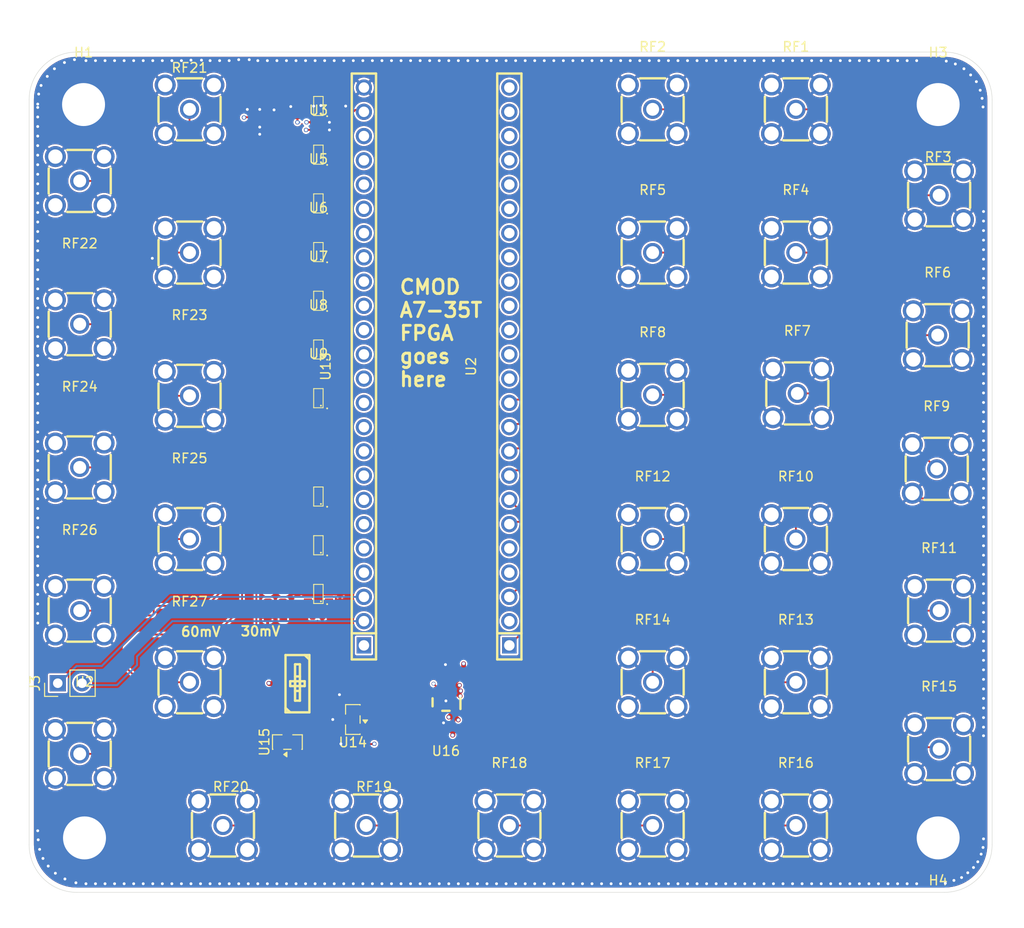
<source format=kicad_pcb>
(kicad_pcb (version 20241229) (generator "pcbnew") (generator_version "9.0")
  (layers (0 "F.Cu" signal) (4 "In1.Cu" signal) (6 "In2.Cu" signal) (2 "B.Cu" signal) (13 "F.Paste" user) (15 "B.Paste" user) (5 "F.SilkS" user "F.Silkscreen") (7 "B.SilkS" user "B.Silkscreen") (1 "F.Mask" user) (3 "B.Mask" user) (25 "Edge.Cuts" user))
  (net 0 "")
  (net 1 "out10")
  (net 2 "out4")
  (net 3 "pin22")
  (net 4 "in3")
  (net 6 "out6")
  (net 7 "out11")
  (net 8 "out2")
  (net 9 "in7")
  (net 10 "out12")
  (net 11 "out16")
  (net 13 "out7")
  (net 14 "out9")
  (net 15 "in4")
  (net 16 "in5")
  (net 17 "out18")
  (net 18 "out19")
  (net 19 "in9")
  (net 20 "pin23")
  (net 21 "out13")
  (net 22 "in0")
  (net 23 "in1")
  (net 24 "in8")
  (net 26 "out0")
  (net 27 "out15")
  (net 28 "in2")
  (net 29 "out8")
  (net 30 "out1")
  (net 31 "out14")
  (net 33 "out3")
  (net 34 "out5")
  (net 35 "Net-(U14-OUT)")
  (net 36 "Net-(U15-OUT)")
  (net 37 "vref")
  (net 38 "GND")
  (net 39 "+3.3V")
  (net 40 "+5V")
  (net 41 "Net-(U6-IN-)")
  (net 42 "/out18/50m_out")
  (net 43 "Net-(U12-IN-)")
  (net 44 "Net-(U3-IN-)")
  (net 45 "/out17/50m_out")
  (net 46 "Net-(U5-IN-)")
  (net 47 "/out16/50m_out")
  (net 48 "/out15/50m_out")
  (net 49 "/out14/50m_out")
  (net 50 "/out1/50m_out")
  (net 51 "/out13/50m_out")
  (net 52 "Net-(U11-IN-)")
  (net 53 "Net-(U1-IN-)")
  (net 54 "Net-(U7-IN-)")
  (net 55 "Net-(U10-IN-)")
  (net 56 "Net-(U9-IN-)")
  (net 57 "/out12/50m_out")
  (net 58 "/out2/50m_out")
  (net 59 "/out11/50m_out")
  (net 60 "/out10/50m_out")
  (net 61 "/out3/50m_out")
  (net 62 "/out9/50m_out")
  (net 63 "/out8/50m_out")
  (net 64 "/out4/50m_out")
  (net 65 "/out7/50m_out")
  (net 66 "/out6/50m_out")
  (net 67 "/out5/50m_out")
  (net 68 "/out0/50m_out")
  (net 69 "/out19/50m_out")
  (net 70 "in6")
  (net 71 "Net-(U8-IN-)")
  (net 72 "out17")
  (net 73 "/out8/3.3out")
  (net 74 "Net-(U6-IN+)")
  (net 75 "Net-(U12-IN+)")
  (net 76 "Net-(U11-IN+)")
  (net 77 "Net-(U10-IN+)")
  (net 78 "Net-(U9-IN+)")
  (net 79 "Net-(U8-IN+)")
  (net 80 "Net-(U7-IN+)")
  (net 81 "Net-(U3-IN+)")
  (net 82 "Net-(U5-IN+)")
  (net 83 "Net-(U1-IN+)")
  (footprint "PCM_JLCPCB:R_0402" (layer "F.Cu") (at 100.75 45.6 90)
    (property "Reference" "R14" (hide yes))
    (property "Value" "51Ω" (hide yes))
  )
  (footprint "PCM_JLCPCB:C_0402" (layer "F.Cu") (at 76.9 82.35)
    (property "Reference" "C22" (hide yes))
    (property "Value" "100pF")
  )
  (footprint "PCM_JLCPCB:R_0402" (layer "F.Cu") (at 99.7 45.6 -90)
    (property "Reference" "R13" (hide yes))
    (property "Value" "1.5kΩ" (hide yes))
  )
  (footprint "PCM_JLCPCB:C_0402" (layer "F.Cu") (at 76.9 56.85)
    (property "Reference" "C18" (hide yes))
    (property "Value" "100pF")
  )
  (footprint "PCM_JLCPCB:C_0402" (layer "F.Cu") (at 76.9 83.15)
    (property "Reference" "C10" (hide yes))
    (property "Value" "10nF")
  )
  (footprint "PCM_JLCPCB:R_0402" (layer "F.Cu") (at 100.75 55.8 90)
    (property "Reference" "R22" (hide yes))
    (property "Value" "51Ω" (hide yes))
  )
  (footprint "PCM_JLCPCB:C_0603" (layer "F.Cu") (at 81.1225 96.47)
    (property "Reference" "C46" (hide yes))
    (property "Value" "220nF")
  )
  (footprint "PCM_JLCPCB:R_0402" (layer "F.Cu") (at 100.75 48.15 -90)
    (property "Reference" "R16" (hide yes))
    (property "Value" "51Ω" (hide yes))
  )
  (footprint "PCM_JLCPCB:R_0402" (layer "F.Cu") (at 99.7 63.45 -90)
    (property "Reference" "R27" (hide yes))
    (property "Value" "1.5kΩ" (hide yes))
  )
  (footprint "PCM_JLCPCB:R_0402" (layer "F.Cu") (at 100.75 30.3 -90)
    (property "Reference" "R2" (hide yes))
    (property "Value" "51Ω" (hide yes))
  )
  (footprint "easyeda2kicad:SMA-TH_BWSMA-KE-Z001" (layer "F.Cu") (at 142 97)
    (property "Reference" "RF15")
    (property "Value" "BWSMA-KE-Z001")
  )
  (footprint "PCM_JLCPCB:R_0402" (layer "F.Cu") (at 79.25 54.66 -90)
    (property "Reference" "R51" (hide yes))
    (property "Value" "49.9Ω" (hide yes))
  )
  (footprint "easyeda2kicad:SC-70-5_L2.0-W1.3-P0.65-LS2.1-BR" (layer "F.Cu") (at 77 55.15)
    (property "Reference" "U8")
    (property "Value" "TLV3601DCKR")
  )
  (footprint "PCM_JLCPCB:C_0603" (layer "F.Cu") (at 71.6 50.46 90)
    (property "Reference" "C37" (hide yes))
    (property "Value" "100nF")
  )
  (footprint "PCM_JLCPCB:R_0402" (layer "F.Cu") (at 99.7 40.5 90)
    (property "Reference" "R9" (hide yes))
    (property "Value" "1.5kΩ" (hide yes))
  )
  (footprint "easyeda2kicad:SMA-TH_BWSMA-KE-Z001" (layer "F.Cu") (at 127.15 59.75)
    (property "Reference" "RF7")
    (property "Value" "BWSMA-KE-Z001")
  )
  (footprint "PCM_JLCPCB:R_0402" (layer "F.Cu") (at 79.25 59.78 -90)
    (property "Reference" "R53" (hide yes))
    (property "Value" "49.9Ω" (hide yes))
  )
  (footprint "PCM_JLCPCB:R_0603" (layer "F.Cu") (at 72.5 83.21)
    (property "Reference" "R70" (hide yes))
    (property "Value" "82Ω")
  )
  (footprint "easyeda2kicad:SC-70-5_L2.0-W1.3-P0.65-LS2.1-BR" (layer "F.Cu") (at 77 39.85)
    (property "Reference" "U5")
    (property "Value" "TLV3601DCKR")
  )
  (footprint "PCM_JLCPCB:C_0402" (layer "F.Cu") (at 74.8 76.15 90)
    (property "Reference" "C31" (hide yes))
    (property "Value" "1uF")
  )
  (footprint "easyeda2kicad:SMA-TH_BWSMA-KE-Z001" (layer "F.Cu") (at 52 97.5 180)
    (property "Reference" "RF30" (hide yes))
    (property "Value" "BWSMA-KE-Z001")
  )
  (footprint "PCM_JLCPCB:C_0402" (layer "F.Cu") (at 76.9 72.15)
    (property "Reference" "C20" (hide yes))
    (property "Value" "100pF")
  )
  (footprint "PCM_JLCPCB:R_0402" (layer "F.Cu") (at 100.75 58.35 90)
    (property "Reference" "R24" (hide yes))
    (property "Value" "51Ω" (hide yes))
  )
  (footprint "easyeda2kicad:SMA-TH_BWSMA-KE-Z001" (layer "F.Cu") (at 127 45)
    (property "Reference" "RF4")
    (property "Value" "BWSMA-KE-Z001")
  )
  (footprint "PCM_JLCPCB:R_0402" (layer "F.Cu") (at 79.25 29.06 -90)
    (property "Reference" "R41" (hide yes))
    (property "Value" "49.9Ω" (hide yes))
  )
  (footprint "PCM_JLCPCB:C_0402" (layer "F.Cu") (at 76.9 41.55)
    (property "Reference" "C15" (hide yes))
    (property "Value" "100pF")
  )
  (footprint "PCM_JLCPCB:R_0402" (layer "F.Cu") (at 99.7 76.3 -90)
    (property "Reference" "R35" (hide yes))
    (property "Value" "1.5kΩ" (hide yes))
  )
  (footprint "PCM_JLCPCB:R_0402" (layer "F.Cu") (at 79.25 44.42 -90)
    (property "Reference" "R47" (hide yes))
    (property "Value" "49.9Ω" (hide yes))
  )
  (footprint "Package_TO_SOT_SMD:SOT-23" (layer "F.Cu") (at 80.6 93.9 180)
    (property "Reference" "U14")
    (property "Value" "REF3012")
  )
  (footprint "easyeda2kicad:SC-70-5_L2.0-W1.3-P0.65-LS2.1-BR" (layer "F.Cu") (at 77 34.75)
    (property "Reference" "U3")
    (property "Value" "TLV3601DCKR")
  )
  (footprint "PCM_JLCPCB:R_0603" (layer "F.Cu") (at 72.54 80.26)
    (property "Reference" "R60" (hide yes))
    (property "Value" "3.3kΩ")
  )
  (footprint "PCM_JLCPCB:R_0402" (layer "F.Cu") (at 99.7 78.2 -90)
    (property "Reference" "R36" (hide yes))
    (property "Value" "51Ω" (hide yes))
  )
  (footprint "PCM_JLCPCB:R_0402" (layer "F.Cu") (at 99.7 72.25 -90)
    (property "Reference" "R33" (hide yes))
    (property "Value" "1.5kΩ" (hide yes))
  )
  (footprint "PCM_JLCPCB:C_0402" (layer "F.Cu") (at 74.8 45.55 90)
    (property "Reference" "C26" (hide yes))
    (property "Value" "1uF")
  )
  (footprint "PCM_JLCPCB:R_0402" (layer "F.Cu") (at 79.25 34.18 -90)
    (property "Reference" "R42" (hide yes))
    (property "Value" "49.9Ω" (hide yes))
  )
  (footprint "PCM_JLCPCB:R_0402" (layer "F.Cu") (at 100.75 37.95 90)
    (property "Reference" "R8" (hide yes))
    (property "Value" "51Ω" (hide yes))
  )
  (footprint "PCM_JLCPCB:C_0603" (layer "F.Cu") (at 71.6 30.06 90)
    (property "Reference" "C33" (hide yes))
    (property "Value" "100nF")
  )
  (footprint "PCM_JLCPCB:R_0402" (layer "F.Cu") (at 99.7 35.4 -90)
    (property "Reference" "R5" (hide yes))
    (property "Value" "1.5kΩ" (hide yes))
  )
  (footprint "PCM_JLCPCB:C_0603" (layer "F.Cu") (at 71.6 35.16 90)
    (property "Reference" "C34" (hide yes))
    (property "Value" "100nF")
  )
  (footprint "easyeda2kicad:SMA-TH_BWSMA-KE-Z001" (layer "F.Cu") (at 127 105)
    (property "Reference" "RF16")
    (property "Value" "BWSMA-KE-Z001")
  )
  (footprint "PCM_JLCPCB:C_0603" (layer "F.Cu") (at 71.6 75.96 90)
    (property "Reference" "C41" (hide yes))
    (property "Value" "100nF")
  )
  (footprint "easyeda2kicad:SMA-TH_BWSMA-KE-Z001" (layer "F.Cu") (at 67 105)
    (property "Reference" "RF20")
    (property "Value" "BWSMA-KE-Z001")
  )
  (footprint "easyeda2kicad:SMA-TH_BWSMA-KE-Z001" (layer "F.Cu") (at 127 75)
    (property "Reference" "RF10")
    (property "Value" "BWSMA-KE-Z001")
  )
  (footprint "PCM_JLCPCB:R_0402" (layer "F.Cu") (at 79.25 49.54 -90)
    (property "Reference" "R49" (hide yes))
    (property "Value" "49.9Ω" (hide yes))
  )
  (footprint "easyeda2kicad:SMA-TH_BWSMA-KE-Z001" (layer "F.Cu") (at 112 105)
    (property "Reference" "RF17")
    (property "Value" "BWSMA-KE-Z001")
  )
  (footprint "PCM_JLCPCB:R_0402" (layer "F.Cu") (at 99.7 32.85 90)
    (property "Reference" "R3" (hide yes))
    (property "Value" "1.5kΩ" (hide yes))
  )
  (footprint "PCM_JLCPCB:C_0402" (layer "F.Cu") (at 74.8 40.45 90)
    (property "Reference" "C25" (hide yes))
    (property "Value" "1uF")
  )
  (footprint "PCM_JLCPCB:C_0805" (layer "F.Cu") (at 91.25 89.1 180)
    (property "Reference" "C14" (hide yes))
    (property "Value" "10uF")
  )
  (footprint "easyeda2kicad:SC-70-5_L2.0-W1.3-P0.65-LS2.1-BR" (layer "F.Cu") (at 77 44.95)
    (property "Reference" "U6")
    (property "Value" "TLV3601DCKR")
  )
  (footprint "PCM_JLCPCB:R_0402" (layer "F.Cu") (at 99.7 80.3 -90)
    (property "Reference" "R37" (hide yes))
    (property "Value" "1.5kΩ" (hide yes))
  )
  (footprint "PCM_JLCPCB:R_0402" (layer "F.Cu") (at 79.25 75.14 -90)
    (property "Reference" "R57" (hide yes))
    (property "Value" "49.9Ω" (hide yes))
  )
  (footprint "easyeda2kicad:SOT-23-5_L2.9-W1.6-P0.95-LS2.8-BL" (layer "F.Cu") (at 90.35 92.1 180)
    (property "Reference" "U16")
    (property "Value" "TLV75733PDBVR")
  )
  (footprint "easyeda2kicad:SMA-TH_BWSMA-KE-Z001" (layer "F.Cu") (at 63.5 30 180)
    (property "Reference" "RF21")
    (property "Value" "BWSMA-KE-Z001")
  )
  (footprint "PCM_JLCPCB:C_0402" (layer "F.Cu") (at 76.9 72.95)
    (property "Reference" "C8" (hide yes))
    (property "Value" "10nF")
  )
  (footprint "easyeda2kicad:SC-70-5_L2.0-W1.3-P0.65-LS2.1-BR" (layer "F.Cu") (at 77 60.25)
    (property "Reference" "U9")
    (property "Value" "TLV3601DCKR")
  )
  (footprint "PCM_JLCPCB:R_0603" (layer "F.Cu") (at 70.15 45.31 90)
    (property "Reference" "R48" (hide yes))
    (property "Value" "3.3kΩ")
  )
  (footprint "PCM_JLCPCB:C_0402" (layer "F.Cu") (at 74.8 60.85 90)
    (property "Reference" "C29" (hide yes))
    (property "Value" "1uF")
  )
  (footprint "PCM_JLCPCB:C_0402" (layer "F.Cu") (at 76.9 57.65)
    (property "Reference" "C6" (hide yes))
    (property "Value" "10nF")
  )
  (footprint "easyeda2kicad:SMA-TH_BWSMA-KE-Z001" (layer "F.Cu") (at 52 67.5 180)
    (property "Reference" "RF26")
    (property "Value" "BWSMA-KE-Z001")
  )
  (footprint "easyeda2kicad:SMA-TH_BWSMA-KE-Z001" (layer "F.Cu") (at 141.85 53.65)
    (property "Reference" "RF6")
    (property "Value" "BWSMA-KE-Z001")
  )
  (footprint "MountingHole:MountingHole_4.5mm_Pad" (layer "F.Cu") (at 52.4 29.5)
    (property "Reference" "H1")
    (property "Value" "MountingHole_Pad")
  )
  (footprint "PCM_JLCPCB:C_0402" (layer "F.Cu") (at 76.9 37.25)
    (property "Reference" "C2" (hide yes))
    (property "Value" "10nF")
  )
  (footprint "PCM_JLCPCB:R_0603" (layer "F.Cu") (at 73.1 30.05 90)
    (property "Reference" "R61" (hide yes))
    (property "Value" "82Ω")
  )
  (footprint "PCM_JLCPCB:R_0402" (layer "F.Cu") (at 100.75 40.5 -90)
    (property "Reference" "R10" (hide yes))
    (property "Value" "51Ω" (hide yes))
  )
  (footprint "PCM_JLCPCB:R_0603" (layer "F.Cu") (at 70.15 40.21 90)
    (property "Reference" "R46" (hide yes))
    (property "Value" "3.3kΩ")
  )
  (footprint "easyeda2kicad:SMA-TH_BWSMA-KE-Z001" (layer "F.Cu") (at 112 30)
    (property "Reference" "RF2")
    (property "Value" "BWSMA-KE-Z001")
  )
  (footprint "MountingHole:MountingHole_4.5mm_Pad" (layer "F.Cu") (at 52.5 106.3)
    (property "Reference" "H2")
    (property "Value" "MountingHole_Pad")
  )
  (footprint "PCM_JLCPCB:R_0603" (layer "F.Cu") (at 73.1 35.15 90)
    (property "Reference" "R62" (hide yes))
    (property "Value" "82Ω")
  )
  (footprint "PCM_JLCPCB:C_0402" (layer "F.Cu") (at 74.8 35.35 90)
    (property "Reference" "C24" (hide yes))
    (property "Value" "1uF")
  )
  (footprint "PCM_JLCPCB:R_0402" (layer "F.Cu") (at 99.7 85.4 -90)
    (property "Reference" "R39" (hide yes))
    (property "Value" "1.5kΩ" (hide yes))
  )
  (footprint "PCM_JLCPCB:R_0402" (layer "F.Cu") (at 99.7 68.3 -90)
    (property "Reference" "R31" (hide yes))
    (property "Value" "1.5kΩ" (hide yes))
  )
  (footprint "easyeda2kicad:SMA-TH_BWSMA-KE-Z001" (layer "F.Cu") (at 112 75)
    (property "Reference" "RF12")
    (property "Value" "BWSMA-KE-Z001")
  )
  (footprint "PCM_JLCPCB:R_0402" (layer "F.Cu") (at 79.25 80.26 -90)
    (property "Reference" "R59" (hide yes))
    (property "Value" "49.9Ω" (hide yes))
  )
  (footprint "easyeda2kicad:HDR-TH_24P-P2.54-V-F" (layer "F.Cu") (at 96.99 56.93 90)
    (property "Reference" "U2")
    (property "Value" "HC-PM254-8.5H-1X24PZ")
  )
  (footprint "PCM_JLCPCB:R_0603" (layer "F.Cu") (at 73.1 75.95 90)
    (property "Reference" "R69" (hide yes))
    (property "Value" "82Ω")
  )
  (footprint "PCM_JLCPCB:R_0603" (layer "F.Cu") (at 70.15 30.01 90)
    (property "Reference" "R43" (hide yes))
    (property "Value" "3.3kΩ")
  )
  (footprint "PCM_JLCPCB:R_0402" (layer "F.Cu") (at 99.7 53.25 -90)
    (property "Reference" "R19" (hide yes))
    (property "Value" "1.5kΩ" (hide yes))
  )
  (footprint "PCM_JLCPCB:R_0402" (layer "F.Cu") (at 99.7 66 -90)
    (property "Reference" "R29" (hide yes))
    (property "Value" "1.5kΩ" (hide yes))
  )
  (footprint "PCM_JLCPCB:R_0603" (layer "F.Cu") (at 73.1 70.85 90)
    (property "Reference" "R68" (hide yes))
    (property "Value" "82Ω")
  )
  (footprint "PCM_JLCPCB:R_0402" (layer "F.Cu") (at 99.7 50.7 90)
    (property "Reference" "R17" (hide yes))
    (property "Value" "1.5kΩ" (hide yes))
  )
  (footprint "easyeda2kicad:SMA-TH_BWSMA-KE-Z001" (layer "F.Cu") (at 142 39)
    (property "Reference" "RF3")
    (property "Value" "BWSMA-KE-Z001")
  )
  (footprint "easyeda2kicad:SMA-TH_BWSMA-KE-Z001" (layer "F.Cu") (at 127 30)
    (property "Reference" "RF1")
    (property "Value" "BWSMA-KE-Z001")
  )
  (footprint "PCM_JLCPCB:R_0402" (layer "F.Cu") (at 100.75 43.05 90)
    (property "Reference" "R12" (hide yes))
    (property "Value" "51Ω" (hide yes))
  )
  (footprint "PCM_JLCPCB:C_0402" (layer "F.Cu") (at 76.9 46.65)
    (property "Reference" "C16" (hide yes))
    (property "Value" "100pF")
  )
  (footprint "easyeda2kicad:SC-70-5_L2.0-W1.3-P0.65-LS2.1-BR" (layer "F.Cu") (at 77 70.55)
    (property "Reference" "U10" (hide yes))
    (property "Value" "TLV3601DCKR")
  )
  (footprint "PCM_JLCPCB:R_0603" (layer "F.Cu") (at 70.15 75.91 90)
    (property "Reference" "R58" (hide yes))
    (property "Value" "3.3kΩ")
  )
  (footprint "PCM_JLCPCB:R_0402" (layer "F.Cu") (at 99.7 82.3 -90)
    (property "Reference" "R38" (hide yes))
    (property "Value" "51Ω" (hide yes))
  )
  (footprint "PCM_JLCPCB:R_0603" (layer "F.Cu") (at 72.6 62.71)
    (property "Reference" "R67" (hide yes))
    (property "Value" "82Ω")
  )
  (footprint "PCM_JLCPCB:C_0603" (layer "F.Cu") (at 72.59 61.21)
    (property "Reference" "C39" (hide yes))
    (property "Value" "100nF")
  )
  (footprint "easyeda2kicad:SMA-TH_BWSMA-KE-Z001" (layer "F.Cu") (at 112 45)
    (property "Reference" "RF5")
    (property "Value" "BWSMA-KE-Z001")
  )
  (footprint "PCM_JLCPCB:C_0402" (layer "F.Cu") (at 76.9 61.95)
    (property "Reference" "C19" (hide yes))
    (property "Value" "100pF")
  )
  (footprint "PCM_JLCPCB:R_0402" (layer "F.Cu") (at 99.7 87.4 -90)
    (property "Reference" "R40" (hide yes))
    (property "Value" "51Ω" (hide yes))
  )
  (footprint "easyeda2kicad:SMA-TH_BWSMA-KE-Z001" (layer "F.Cu") (at 63.5 45 180)
    (property "Reference" "RF23")
    (property "Value" "BWSMA-KE-Z001")
  )
  (footprint "PCM_JLCPCB:C_0402" (layer "F.Cu") (at 74.8 55.75 90)
    (property "Reference" "C28" (hide yes))
    (property "Value" "1uF")
  )
  (footprint "PCM_JLCPCB:C_0603" (layer "F.Cu") (at 71.6 55.56 90)
    (property "Reference" "C38" (hide yes))
    (property "Value" "100nF")
  )
  (footprint "PCM_JLCPCB:C_0603" (layer "F.Cu") (at 71.20625 96.7525 -90)
    (property "Reference" "C45" (hide yes))
    (property "Value" "220nF")
  )
  (footprint "PCM_JLCPCB:C_0402" (layer "F.Cu") (at 76.9 51.75)
    (property "Reference" "C17" (hide yes))
    (property "Value" "100pF")
  )
  (footprint "PCM_JLCPCB:R_0402" (layer "F.Cu") (at 99.7 30.3 90)
    (property "Reference" "R1" (hide yes))
    (property "Value" "1.5kΩ" (hide yes))
  )
  (footprint "easyeda2kicad:SC-70-5_L2.0-W1.3-P0.65-LS2.1-BR" (layer "F.Cu") (at 77 75.65)
    (property "Reference" "U11" (hide yes))
    (property "Value" "TLV3601DCKR")
  )
  (footprint "PCM_JLCPCB:C_0603" (layer "F.Cu") (at 90.3 94.85 180)
    (property "Reference" "C12" (hide yes))
    (property "Value" "2.2uF")
  )
  (footprint "PCM_JLCPCB:R_0402" (layer "F.Cu") (at 100.75 50.7 -90)
    (property "Reference" "R18" (hide yes))
    (property "Value" "51Ω" (hide yes))
  )
  (footprint "PCM_JLCPCB:C_0402" (layer "F.Cu") (at 74.8 81.25 90)
    (property "Reference" "C32" (hide yes))
    (property "Value" "1uF")
  )
  (footprint "easyeda2kicad:SMA-TH_BWSMA-KE-Z001" (layer "F.Cu") (at 112 90)
    (property "Reference" "RF14")
    (property "Value" "BWSMA-KE-Z001")
  )
  (footprint "easyeda2kicad:SW-SMD_CJS-1201B" (layer "F.Cu") (at 74.8 90.15 90)
    (property "Reference" "SW1" (hide yes))
    (property "Value" "CJS-1201B")
  )
  (footprint "PCM_JLCPCB:C_0603" (layer "F.Cu") (at 72.49 81.71)
    (property "Reference" "C42" (hide yes))
    (property "Value" "100nF")
  )
  (footprint "PCM_JLCPCB:R_0603" (layer "F.Cu") (at 73.1 40.25 90)
    (property "Reference" "R63" (hide yes))
    (property "Value" "82Ω")
  )
  (footprint "PCM_JLCPCB:R_0402" (layer "F.Cu") (at 99.7 58.35 -90)
    (property "Reference" "R23" (hide yes))
    (property "Value" "1.5kΩ" (hide yes))
  )
  (footprint "easyeda2kicad:SMA-TH_BWSMA-KE-Z001" (layer "F.Cu") (at 63.5 60 180)
    (property "Reference" "RF25")
    (property "Value" "BWSMA-KE-Z001")
  )
  (footprint "easyeda2kicad:SMA-TH_BWSMA-KE-Z001" (layer "F.Cu") (at 141.75 67.65)
    (property "Reference" "RF9")
    (property "Value" "BWSMA-KE-Z001")
  )
  (footprint "PCM_JLCPCB:R_0603" (layer "F.Cu") (at 70.15 35.11 90)
    (property "Reference" "R44" (hide yes))
    (property "Value" "3.3kΩ")
  )
  (footprint "easyeda2kicad:SMA-TH_BWSMA-KE-Z001" (layer "F.Cu") (at 52 52.5 180)
    (property "Reference" "RF24")
    (property "Value" "BWSMA-KE-Z001")
  )
  (footprint "PCM_JLCPCB:R_0402" (layer "F.Cu") (at 100.75 63.45 90)
    (property "Reference" "R28" (hide yes))
    (property "Value" "51Ω" (hide yes))
  )
  (footprint "PCM_JLCPCB:R_0603" (layer "F.Cu") (at 73.1 55.55 90)
    (property "Reference" "R66" (hide yes))
    (property "Value" "82Ω")
  )
  (footprint "PCM_JLCPCB:R_0402" (layer "F.Cu") (at 99.7 74.2 -90)
    (property "Reference" "R34" (hide yes))
    (property "Value" "51Ω" (hide yes))
  )
  (footprint "PCM_JLCPCB:C_0603" (layer "F.Cu") (at 71.6 40.26 90)
    (property "Reference" "C35" (hide yes))
    (property "Value" "100nF")
  )
  (footprint "easyeda2kicad:SMA-TH_BWSMA-KE-Z001" (layer "F.Cu") (at 112 59.9)
    (property "Reference" "RF8")
    (property "Value" "BWSMA-KE-Z001")
  )
  (footprint "PCM_JLCPCB:R_0402" (layer "F.Cu") (at 79.25 70.02 -90)
    (property "Reference" "R55" (hide yes))
    (property "Value" "49.9Ω" (hide yes))
  )
  (footprint "MountingHole:MountingHole_4.5mm_Pad" (layer "F.Cu") (at 141.9 29.5)
    (property "Reference" "H3")
    (property "Value" "MountingHole_Pad")
  )
  (footprint "PCM_JLCPCB:R_0402" (layer "F.Cu") (at 99.7 37.95 -90)
    (property "Reference" "R7" (hide yes))
    (property "Value" "1.5kΩ" (hide yes))
  )
  (footprint "PCM_JLCPCB:C_0402" (layer "F.Cu") (at 74.8 71.05 90)
    (property "Reference" "C30" (hide yes))
    (property "Value" "1uF")
  )
  (footprint "easyeda2kicad:SMA-TH_BWSMA-KE-Z001" (layer "F.Cu") (at 142 82.5)
    (property "Reference" "RF11")
    (property "Value" "BWSMA-KE-Z001")
  )
  (footprint "easyeda2kicad:SC-70-5_L2.0-W1.3-P0.65-LS2.1-BR" (layer "F.Cu") (at 77 29.65)
    (property "Reference" "U1" (hide yes))
    (property "Value" "TLV3601DCKR")
  )
  (footprint "PCM_JLCPCB:C_0603" (layer "F.Cu") (at 71.6 70.86 90)
    (property "Reference" "C40" (hide yes))
    (property "Value" "100nF")
  )
  (footprint "PCM_JLCPCB:R_0603" (layer "F.Cu") (at 73.1 50.45 90)
    (property "Reference" "R65" (hide yes))
    (property "Value" "82Ω")
  )
  (footprint "easyeda2kicad:SMA-TH_BWSMA-KE-Z001" (layer "F.Cu") (at 63.5 90 180)
    (property "Reference" "RF29" (hide yes))
    (property "Value" "BWSMA-KE-Z001")
  )
  (footprint "PCM_JLCPCB:R_0402" (layer "F.Cu") (at 99.7 70.2 -90)
    (property "Reference" "R32" (hide yes))
    (property "Value" "51Ω" (hide yes))
  )
  (footprint "PCM_JLCPCB:R_0402" (layer "F.Cu") (at 99.7 48.15 90)
    (property "Reference" "R15" (hide yes))
    (property "Value" "1.5kΩ" (hide yes))
  )
  (footprint "Connector_PinHeader_2.54mm:PinHeader_1x02_P2.54mm_Vertical" (layer "F.Cu") (at 49.7 90.1 90)
    (property "Reference" "J3")
    (property "Value" "Conn_01x02_Pin")
  )
  (footprint "PCM_JLCPCB:C_0402" (layer "F.Cu") (at 76.9 47.45)
    (property "Reference" "C4" (hide yes))
    (property "Value" "10nF")
  )
  (footprint "PCM_JLCPCB:C_0402" (layer "F.Cu") (at 76.9 36.45)
    (property "Reference" "C13" (hide yes))
    (property "Value" "100pF")
  )
  (footprint "PCM_JLCPCB:R_0603" (layer "F.Cu") (at 70.15 50.41 90)
    (property "Reference" "R50" (hide yes))
    (property "Value" "3.3kΩ")
  )
  (footprint "PCM_JLCPCB:C_0402" (layer "F.Cu") (at 76.9 32.15)
    (property "Reference" "C1" (hide yes))
    (property "Value" "10nF")
  )
  (footprint "PCM_JLCPCB:R_0402" (layer "F.Cu") (at 100.75 53.25 90)
    (property "Reference" "R20" (hide yes))
    (property "Value" "51Ω" (hide yes))
  )
  (footprint "PCM_JLCPCB:R_0603" (layer "F.Cu") (at 72.64 59.76)
    (property "Reference" "R54" (hide yes))
    (property "Value" "3.3kΩ")
  )
  (footprint "easyeda2kicad:SC-70-5_L2.0-W1.3-P0.65-LS2.1-BR" (layer "F.Cu") (at 77 80.75)
    (property "Reference" "U12" (hide yes))
    (property "Value" "TLV3601DCKR")
  )
  (footprint "PCM_JLCPCB:C_0402" (layer "F.Cu") (at 76.9 42.35)
    (property "Reference" "C3" (hide yes))
    (property "Value" "10nF")
  )
  (footprint "easyeda2kicad:SMA-TH_BWSMA-KE-Z001" (layer "F.Cu") (at 127 90)
    (property "Reference" "RF13")
    (property "Value" "BWSMA-KE-Z001")
  )
  (footprint "PCM_JLCPCB:C_0603" (layer "F.Cu") (at 80.95 91.3 180)
    (property "Reference" "C43" (hide yes))
    (property "Value" "1uF")
  )
  (footprint "PCM_JLCPCB:R_0402" (layer "F.Cu") (at 99.7 43.05 -90)
    (property "Reference" "R11" (hide yes))
    (property "Value" "1.5kΩ" (hide yes))
  )
  (footprint "PCM_JLCPCB:R_0402" (layer "F.Cu") (at 79.25 39.3 -90)
    (property "Reference" "R45" (hide yes))
    (property "Value" "49.9Ω" (hide yes))
  )
  (footprint "easyeda2kicad:SMA-TH_BWSMA-KE-Z001" (layer "F.Cu") (at 52 82.5 180)
    (property "Reference" "RF28" (hide yes))
    (property "Value" "BWSMA-KE-Z001")
  )
  (footprint "easyeda2kicad:SMA-TH_BWSMA-KE-Z001" (layer "F.Cu") (at 52 37.5 180)
    (property "Reference" "RF22")
    (property "Value" "BWSMA-KE-Z001")
  )
  (footprint "PCM_JLCPCB:R_0402" (layer "F.Cu") (at 99.7 55.8 -90)
    (property "Reference" "R21" (hide yes))
    (property "Value" "1.5kΩ" (hide yes))
  )
  (footprint "PCM_JLCPCB:C_0402" (layer "F.Cu") (at 76.9 52.55)
    (property "Reference" "C5" (hide yes))
    (property "Value" "10nF")
  )
  (footprint "easyeda2kicad:SMA-TH_BWSMA-KE-Z001" (layer "F.Cu") (at 97 105)
    (property "Reference" "RF18")
    (property "Value" "BWSMA-KE-Z001")
  )
  (footprint "PCM_JLCPCB:R_0603" (layer "F.Cu") (at 73.1 45.35 90)
    (property "Reference" "R64" (hide yes))
    (property "Value" "82Ω")
  )
  (footprint "PCM_JLCPCB:C_0402" (layer "F.Cu") (at 76.9 31.35)
    (property "Reference" "C11" (hide yes))
    (property "Value" "100pF")
  )
  (footprint "PCM_JLCPCB:C_0402" (layer "F.Cu") (at 76.9 62.75)
    (property "Reference" "C7" (hide yes))
    (property "Value" "10nF")
  )
  (footprint "PCM_JLCPCB:R_0402" (layer "F.Cu") (at 100.75 66 90)
    (property "Reference" "R30" (hide yes))
    (property "Value" "51Ω" (hide yes))
  )
  (footprint "easyeda2kicad:SMA-TH_BWSMA-KE-Z001" (layer "F.Cu") (at 63.5 75 180)
    (property "Reference" "RF27")
    (property "Value" "BWSMA-KE-Z001")
  )
  (footprint "easyeda2kicad:SMA-TH_BWSMA-KE-Z001" (layer "F.Cu") (at 82 105)
    (property "Reference" "RF19")
    (property "Value" "BWSMA-KE-Z001")
  )
  (footprint "PCM_JLCPCB:R_0402" (layer "F.Cu") (at 100.75 35.4 90)
    (property "Reference" "R6" (hide yes))
    (property "Value" "51Ω" (hide yes))
  )
  (footprint "PCM_JLCPCB:C_0402" (layer "F.Cu") (at 74.8 50.65 90)
    (property "Reference" "C27" (hide yes))
    (property "Value" "1uF")
  )
  (footprint "MountingHole:MountingHole_4.5mm_Pad" (layer "F.Cu") (at 141.9 106.3)
    (property "Reference" "H4")
    (property "Value" "MountingHole_Pad")
  )
  (footprint "easyeda2kicad:HDR-TH_24P-P2.54-V-F" (layer "F.Cu") (at 81.76 56.93 90)
    (property "Reference" "U13")
    (property "Value" "HC-PM254-8.5H-1X24PZ")
  )
  (footprint "PCM_JLCPCB:C_0402" (layer "F.Cu") (at 74.8 30.25 90)
    (property "Reference" "C23" (hide yes))
    (property "Value" "1uF")
  )
  (footprint "PCM_JLCPCB:R_0402" (layer "F.Cu") (at 100.75 32.85 -90)
    (property "Reference" "R4" (hide yes))
    (property "Value" "51Ω" (hide yes))
  )
  (footprint "PCM_JLCPCB:R_0603" (layer "F.Cu") (at 70.15 70.81 90)
    (property "Reference" "R56" (hide yes))
    (property "Value" "3.3kΩ")
  )
  (footprint "PCM_JLCPCB:C_0603" (layer "F.Cu") (at 76.44625 96.7625 90)
    (property "Reference" "C44" (hide yes))
    (property "Value" "1uF")
  )
  (footprint "PCM_JLCPCB:R_0603" (layer "F.Cu") (at 70.15 55.51 90)
    (property "Reference" "R52" (hide yes))
    (property "Value" "3.3kΩ")
  )
  (footprint "PCM_JLCPCB:C_0603" (layer "F.Cu") (at 71.6 45.36 90)
    (property "Reference" "C36" (hide yes))
    (property "Value" "100nF")
  )
  (footprint "easyeda2kicad:SC-70-5_L2.0-W1.3-P0.65-LS2.1-BR" (layer "F.Cu") (at 77 50.05)
    (property "Reference" "U7")
    (property "Value" "TLV3601DCKR")
  )
  (footprint "PCM_JLCPCB:C_0402" (layer "F.Cu") (at 76.9 77.25)
    (property "Reference" "C21" (hide yes))
    (property "Value" "100pF")
  )
  (footprint "PCM_JLCPCB:R_0402" (layer "F.Cu") (at 99.7 60.9 -90)
    (property "Reference" "R25" (hide yes))
    (property "Value" "1.5kΩ" (hide yes))
  )
  (footprint "PCM_JLCPCB:R_0402" (layer "F.Cu") (at 100.75 60.9 90)
    (property "Reference" "R26" (hide yes))
    (property "Value" "51Ω" (hide yes))
  )
  (footprint "Package_TO_SOT_SMD:SOT-23" (layer "F.Cu") (at 73.74625 96.2625 90)
    (property "Reference" "U15")
    (property "Value" "REF3025")
  )
  (footprint "PCM_JLCPCB:C_0402" (layer "F.Cu") (at 76.9 78.05)
    (property "Reference" "C9" (hide yes))
    (property "Value" "10nF")
  )
  (gr_line (start 147.55 29) (end 147.55 107) (stroke (width 0.05)) (layer "Edge.Cuts"))
  (gr_line (start 46.7 107) (end 46.7 29) (stroke (width 0.05)) (layer "Edge.Cuts"))
  (gr_arc (start 147.55 107) (mid 146.085534 110.535534) (end 142.55 112) (stroke (width 0.05)) (layer "Edge.Cuts"))
  (gr_line (start 51.7 24) (end 142.55 24) (stroke (width 0.05)) (layer "Edge.Cuts"))
  (gr_arc (start 142.55 24) (mid 146.085534 25.464466) (end 147.55 29) (stroke (width 0.05)) (layer "Edge.Cuts"))
  (gr_arc (start 46.7 29) (mid 48.164466 25.464466) (end 51.7 24) (stroke (width 0.05)) (layer "Edge.Cuts"))
  (gr_arc (start 51.7 112) (mid 48.164466 110.535534) (end 46.7 107) (stroke (width 0.05)) (layer "Edge.Cuts"))
  (gr_line (start 142.55 112) (end 51.7 112) (stroke (width 0.05)) (layer "Edge.Cuts"))
  (gr_text "30mV" (at 68.75 85.25 0) (layer "F.SilkS") (effects (font (size 1 1) (thickness 0.2) (bold yes)) (justify left bottom)))
  (gr_text "60mV" (at 62.5 85.3 0) (layer "F.SilkS") (effects (font (size 1 1) (thickness 0.2) (bold yes)) (justify left bottom)))
  (gr_text "CMOD\nA7-35T\nFPGA\ngoes\nhere" (at 85.35 59.15 0) (layer "F.SilkS") (effects (font (size 1.5 1.5) (thickness 0.3) (bold yes)) (justify left bottom)))
  (segment (start 49.7 90.1) (end 49.86 90.1) (width 0.2) (layer "B.Cu") (net 3))
  (segment (start 61.54 81.06) (end 81.76 81.06) (width 0.2) (layer "B.Cu") (net 3))
  (segment (start 49.86 90.1) (end 51.66 88.3) (width 0.2) (layer "B.Cu") (net 3))
  (segment (start 51.66 88.3) (end 54.3 88.3) (width 0.2) (layer "B.Cu") (net 3))
  (segment (start 54.3 88.3) (end 61.54 81.06) (width 0.2) (layer "B.Cu") (net 3))
  (segment (start 99.7 60.4) (end 97.33 60.4) (width 0.19) (layer "F.Cu") (net 10))
  (segment (start 97.33 60.4) (end 96.99 60.74) (width 0.19) (layer "F.Cu") (net 10))
  (segment (start 99.7 71.75) (end 97.84 71.75) (width 0.19) (layer "F.Cu") (net 11))
  (segment (start 97.84 71.75) (end 96.99 70.9) (width 0.19) (layer "F.Cu") (net 11))
  (segment (start 98.25 79.8) (end 96.99 81.06) (width 0.19) (layer "F.Cu") (net 17))
  (segment (start 99.7 79.8) (end 98.25 79.8) (width 0.19) (layer "F.Cu") (net 17))
  (segment (start 99.7 84.9) (end 98.23 84.9) (width 0.19) (layer "F.Cu") (net 18))
  (segment (start 98.23 84.9) (end 96.99 86.14) (width 0.19) (layer "F.Cu") (net 18))
  (segment (start 52.44 90.3) (end 55.9 90.3) (width 0.2) (layer "B.Cu") (net 20))
  (segment (start 58 88.2) (end 58 87.3) (width 0.2) (layer "B.Cu") (net 20))
  (segment (start 55.9 90.3) (end 58 88.2) (width 0.2) (layer "B.Cu") (net 20))
  (segment (start 61.7 83.6) (end 81.76 83.6) (width 0.2) (layer "B.Cu") (net 20))
  (segment (start 52.24 90.1) (end 52.44 90.3) (width 0.2) (layer "B.Cu") (net 20))
  (segment (start 58 87.3) (end 61.7 83.6) (width 0.2) (layer "B.Cu") (net 20))
  (segment (start 97.32 62.95) (end 96.99 63.28) (width 0.19) (layer "F.Cu") (net 21))
  (segment (start 99.7 62.95) (end 97.32 62.95) (width 0.19) (layer "F.Cu") (net 21))
  (segment (start 80.735 30.175) (end 80.86 30.05) (width 0.2) (layer "F.Cu") (net 22))
  (segment (start 80.433223 30.3) (end 77.9 30.3) (width 0.2) (layer "F.Cu") (net 22))
  (arc (start 80.735 30.175) (mid 80.596543 30.267513) (end 80.433223 30.3) (width 0.2) (layer "F.Cu") (net 22))
  (segment (start 97.55 67.8) (end 96.99 68.36) (width 0.19) (layer "F.Cu") (net 27))
  (segment (start 99.7 67.8) (end 97.55 67.8) (width 0.19) (layer "F.Cu") (net 27))
  (segment (start 99.7 65.5) (end 97.31 65.5) (width 0.19) (layer "F.Cu") (net 31))
  (segment (start 97.31 65.5) (end 96.99 65.82) (width 0.19) (layer "F.Cu") (net 31))
  (segment (start 81.63375 92.85375) (end 81.5375 92.95) (width 0.2) (layer "F.Cu") (net 35))
  (segment (start 81.73 92.621381) (end 81.73 91.3) (width 0.2) (layer "F.Cu") (net 35))
  (segment (start 77.865 88.4) (end 76.9 88.4) (width 0.2) (layer "F.Cu") (net 35))
  (segment (start 81.73 91.3) (end 79.512358 89.082358) (width 0.2) (layer "F.Cu") (net 35))
  (arc (start 77.865 88.4) (mid 78.756543 88.577339) (end 79.512358 89.082358) (width 0.2) (layer "F.Cu") (net 35))
  (arc (start 81.73 92.621381) (mid 81.704985 92.747138) (end 81.63375 92.85375) (width 0.2) (layer "F.Cu") (net 35))
  (segment (start 77.061125 92.061125) (end 76.9 91.9) (width 0.2) (layer "F.Cu") (net 36))
  (segment (start 77.22225 96.217785) (end 77.22225 92.450115) (width 0.2) (layer "F.Cu") (net 36))
  (segment (start 76.6175 97.37125) (end 76.83425 97.1545) (width 0.2) (layer "F.Cu") (net 36))
  (segment (start 75.861565 97.2) (end 74.69625 97.2) (width 0.2) (layer "F.Cu") (net 36))
  (arc (start 77.22225 96.217785) (mid 77.121412 96.724731) (end 76.83425 97.1545) (width 0.2) (layer "F.Cu") (net 36))
  (arc (start 76.6175 97.37125) (mid 76.44625 97.442184) (end 76.275 97.37125) (width 0.2) (layer "F.Cu") (net 36))
  (arc (start 77.061125 92.061125) (mid 77.180374 92.239595) (end 77.22225 92.450115) (width 0.2) (layer "F.Cu") (net 36))
  (arc (start 75.861565 97.2) (mid 76.085314 97.244506) (end 76.275 97.37125) (width 0.2) (layer "F.Cu") (net 36))
  (segment (start 71.885355 90.15) (end 72.7 90.15) (width 0.5) (layer "F.Cu") (net 37))
  (segment (start 69.215 30.845) (end 69.2 30.86) (width 0.2) (layer "F.Cu") (net 37))
  (segment (start 71.8 90.1) (end 71.825 90.125) (width 0.5) (layer "F.Cu") (net 37))
  (segment (start 69.251213 30.83) (end 70.15 30.83) (width 0.2) (layer "F.Cu") (net 37))
  (via (at 71.8 90.1) (size 0.4) (drill 0.3) (layers "F.Cu" "B.Cu") (net 37))
  (via (at 69.2 30.86) (size 0.45) (drill 0.3) (layers "F.Cu" "B.Cu") (net 37))
  (arc (start 71.885355 90.15) (mid 71.852691 90.143502) (end 71.825 90.125) (width 0.5) (layer "F.Cu") (net 37))
  (arc (start 69.251213 30.83) (mid 69.231614 30.833898) (end 69.215 30.845) (width 0.2) (layer "F.Cu") (net 37))
  (segment (start 78.032928 31.35) (end 77.418384 31.35) (width 0.2) (layer "F.Cu") (net 38))
  (segment (start 90.35 89.15) (end 90.3 89.1) (width 0.5) (layer "F.Cu") (net 38))
  (segment (start 78.132928 32.15) (end 77.4 32.15) (width 0.2) (layer "F.Cu") (net 38))
  (segment (start 89.52 94.83) (end 90.1 94.25) (width 0.5) (layer "F.Cu") (net 38))
  (segment (start 79.6625 93.9) (end 78.5 93.9) (width 0.2) (layer "F.Cu") (net 38))
  (segment (start 78.15 31.36) (end 78.057071 31.36) (width 0.2) (layer "F.Cu") (net 38))
  (segment (start 80.17 91.3) (end 79.2 91.3) (width 0.2) (layer "F.Cu") (net 38))
  (segment (start 78.15 32.16) (end 78.145 32.155) (width 0.2) (layer "F.Cu") (net 38))
  (segment (start 74.168284 29.75) (end 74.8 29.75) (width 0.2) (layer "F.Cu") (net 38))
  (segment (start 77.549 29.825) (end 77.591063 29.782936) (width 0.2) (layer "F.Cu") (net 38))
  (segment (start 79.37 96.47) (end 79.35 96.45) (width 0.2) (layer "F.Cu") (net 38))
  (segment (start 90.35 91) (end 90.35 89.15) (width 0.5) (layer "F.Cu") (net 38))
  (segment (start 89.52 94.85) (end 89.52 94.83) (width 0.5) (layer "F.Cu") (net 38))
  (segment (start 77.4 31.368384) (end 77.4 32.15) (width 0.2) (layer "F.Cu") (net 38))
  (segment (start 77.374 30.247487) (end 77.374 31.305615) (width 0.2) (layer "F.Cu") (net 38))
  (segment (start 90.3 89.1) (end 90.3 88.15) (width 0.5) (layer "F.Cu") (net 38))
  (segment (start 74.12 29.73) (end 74.1 29.71) (width 0.2) (layer "F.Cu") (net 38))
  (segment (start 90.35 91.95) (end 90.35 91) (width 0.5) (layer "F.Cu") (net 38))
  (segment (start 141.85 70.75) (end 139.8 70.75) (width 0.19) (layer "F.Cu") (net 38))
  (segment (start 80.3425 96.47) (end 79.37 96.47) (width 0.2) (layer "F.Cu") (net 38))
  (segment (start 77.912 29.65) (end 78.1 29.65) (width 0.2) (layer "F.Cu") (net 38))
  (via (at 51.6 111) (size 0.45) (drill 0.3) (layers "F.Cu" "B.Cu") (net 38))
  (via (at 146.65 51.7) (size 0.45) (drill 0.3) (layers "F.Cu" "B.Cu") (net 38))
  (via (at 47.6 66.8) (size 0.45) (drill 0.3) (layers "F.Cu" "B.Cu") (net 38))
  (via (at 86.65 111.1) (size 0.45) (drill 0.3) (layers "F.Cu" "B.Cu") (net 38))
  (via (at 103.65 24.9) (size 0.45) (drill 0.3) (layers "F.Cu" "B.Cu") (net 38))
  (via (at 74.1 29.71) (size 0.45) (drill 0.3) (layers "F.Cu" "B.Cu") (net 38))
  (via (at 47.6 67.8) (size 0.45) (drill 0.3) (layers "F.Cu" "B.Cu") (net 38))
  (via (at 68.65 24.8) (size 0.45) (drill 0.3) (layers "F.Cu" "B.Cu") (net 38))
  (via (at 111.65 24.9) (size 0.45) (drill 0.3) (layers "F.Cu" "B.Cu") (net 38))
  (via (at 146.65 69.7) (size 0.45) (drill 0.3) (layers "F.Cu" "B.Cu") (net 38))
  (via (at 106.65 111.1) (size 0.45) (drill 0.3) (layers "F.Cu" "B.Cu") (net 38))
  (via (at 79.2 91.3) (size 0.45) (drill 0.3) (layers "F.Cu" "B.Cu") (net 38))
  (via (at 133.65 111.1) (size 0.45) (drill 0.3) (layers "F.Cu" "B.Cu") (net 38))
  (via (at 74.65 111.1) (size 0.45) (drill 0.3) (layers "F.Cu" "B.Cu") (net 38))
  (via (at 83.65 111.1) (size 0.45) (drill 0.3) (layers "F.Cu" "B.Cu") (net 38))
  (via (at 93.65 111.1) (size 0.45) (drill 0.3) (layers "F.Cu" "B.Cu") (net 38))
  (via (at 136.65 111.1) (size 0.45) (drill 0.3) (layers "F.Cu" "B.Cu") (net 38))
  (via (at 47.6 42.8) (size 0.45) (drill 0.3) (layers "F.Cu" "B.Cu") (net 38))
  (via (at 47.6 30.8) (size 0.45) (drill 0.3) (layers "F.Cu" "B.Cu") (net 38))
  (via (at 146.65 82.7) (size 0.45) (drill 0.3) (layers "F.Cu" "B.Cu") (net 38))
  (via (at 47.6 44.8) (size 0.45) (drill 0.3) (layers "F.Cu" "B.Cu") (net 38))
  (via (at 109.65 24.9) (size 0.45) (drill 0.3) (layers "F.Cu" "B.Cu") (net 38))
  (via (at 57.65 111.1) (size 0.45) (drill 0.3) (layers "F.Cu" "B.Cu") (net 38))
  (via (at 131.65 24.9) (size 0.45) (drill 0.3) (layers "F.Cu" "B.Cu") (net 38))
  (via (at 146.65 49.7) (size 0.45) (drill 0.3) (layers "F.Cu" "B.Cu") (net 38))
  (via (at 78.15 31.36) (size 0.45) (drill 0.3) (layers "F.Cu" "B.Cu") (net 38))
  (via (at 146.65 45.7) (size 0.45) (drill 0.3) (layers "F.Cu" "B.Cu") (net 38))
  (via (at 146.65 66.7) (size 0.45) (drill 0.3) (layers "F.Cu" "B.Cu") (net 38))
  (via (at 144.35 110.45) (size 0.45) (drill 0.3) (layers "F.Cu" "B.Cu") (net 38))
  (via (at 48.15 108.45) (size 0.45) (drill 0.3) (layers "F.Cu" "B.Cu") (net 38))
  (via (at 146.65 40.7) (size 0.45) (drill 0.3) (layers "F.Cu" "B.Cu") (net 38))
  (via (at 91.65 111.1) (size 0.45) (drill 0.3) (layers "F.Cu" "B.Cu") (net 38))
  (via (at 47.6 78.8) (size 0.45) (drill 0.3) (layers "F.Cu" "B.Cu") (net 38))
  (via (at 83.65 24.9) (size 0.45) (drill 0.3) (layers "F.Cu" "B.Cu") (net 38))
  (via (at 123.65 24.9) (size 0.45) (drill 0.3) (layers "F.Cu" "B.Cu") (net 38))
  (via (at 100.65 24.9) (size 0.45) (drill 0.3) (layers "F.Cu" "B.Cu") (net 38))
  (via (at 79.35 96.45) (size 0.45) (drill 0.3) (layers "F.Cu" "B.Cu") (net 38))
  (via (at 136.65 24.9) (size 0.45) (drill 0.3) (layers "F.Cu" "B.Cu") (net 38))
  (via (at 125.65 111.1) (size 0.45) (drill 0.3) (layers "F.Cu" "B.Cu") (net 38))
  (via (at 47.6 45.8) (size 0.45) (drill 0.3) (layers "F.Cu" "B.Cu") (net 38))
  (via (at 59.6 45.6) (size 0.4) (drill 0.3) (layers "F.Cu" "B.Cu") (net 38))
  (via (at 88.65 111.1) (size 0.45) (drill 0.3) (layers "F.Cu" "B.Cu") (net 38))
  (via (at 47.6 61.8) (size 0.45) (drill 0.3) (layers "F.Cu" "B.Cu") (net 38))
  (via (at 146.65 57.7) (size 0.45) (drill 0.3) (layers "F.Cu" "B.Cu") (net 38))
  (via (at 146.65 41.7) (size 0.45) (drill 0.3) (layers "F.Cu" "B.Cu") (net 38))
  (via (at 65.65 24.9) (size 0.45) (drill 0.3) (layers "F.Cu" "B.Cu") (net 38))
  (via (at 75.65 24.9) (size 0.45) (drill 0.3) (layers "F.Cu" "B.Cu") (net 38))
  (via (at 137.65 111.1) (size 0.45) (drill 0.3) (layers "F.Cu" "B.Cu") (net 38))
  (via (at 95.65 111.1) (size 0.45) (drill 0.3) (layers "F.Cu" "B.Cu") (net 38))
  (via (at 101.65 111.1) (size 0.45) (drill 0.3) (layers "F.Cu" "B.Cu") (net 38))
  (via (at 63.65 111.1) (size 0.45) (drill 0.3) (layers "F.Cu" "B.Cu") (net 38))
  (via (at 146.65 70.7) (size 0.45) (drill 0.3) (layers "F.Cu" "B.Cu") (net 38))
  (via (at 61.65 111.1) (size 0.45) (drill 0.3) (layers "F.Cu" "B.Cu") (net 38))
  (via (at 67.65 24.9) (size 0.45) (drill 0.3) (layers "F.Cu" "B.Cu") (net 38))
  (via (at 146.65 72.7) (size 0.45) (drill 0.3) (layers "F.Cu" "B.Cu") (net 38))
  (via (at 47.6 40.8) (size 0.45) (drill 0.3) (layers "F.Cu" "B.Cu") (net 38))
  (via (at 47.6 81.8) (size 0.45) (drill 0.3) (layers "F.Cu" "B.Cu") (net 38))
  (via (at 121.65 24.9) (size 0.45) (drill 0.3) (layers "F.Cu" "B.Cu") (net 38))
  (via (at 85.65 111.1) (size 0.45) (drill 0.3) (layers "F.Cu" "B.Cu") (net 38))
  (via (at 118.65 111.1) (size 0.45) (drill 0.3) (layers "F.Cu" "B.Cu") (net 38))
  (via (at 146.65 85.7) (size 0.45) (drill 0.3) (layers "F.Cu" "B.Cu") (net 38))
  (via (at 99.65 24.9) (size 0.45) (drill 0.3) (layers "F.Cu" "B.Cu") (net 38))
  (via (at 94.65 24.9) (size 0.45) (drill 0.3) (layers "F.Cu" "B.Cu") (net 38))
  (via (at 81.65 111.1) (size 0.45) (drill 0.3) (layers "F.Cu" "B.Cu") (net 38))
  (via (at 98.65 111.1) (size 0.45) (drill 0.3) (layers "F.Cu" "B.Cu") (net 38))
  (via (at 66.65 24.9) (size 0.45) (drill 0.3) (layers "F.Cu" "B.Cu") (net 38))
  (via (at 120.65 111.1) (size 0.45) (drill 0.3) (layers "F.Cu" "B.Cu") (net 38))
  (via (at 146.65 93.7) (size 0.45) (drill 0.3) (layers "F.Cu" "B.Cu") (net 38))
  (via (at 146.65 86.7) (size 0.45) (drill 0.3) (layers "F.Cu" "B.Cu") (net 38))
  (via (at 113.65 24.9) (size 0.45) (drill 0.3) (layers "F.Cu" "B.Cu") (net 38))
  (via (at 47.6 43.8) (size 0.45) (drill 0.3) (layers "F.Cu" "B.Cu") (net 38))
  (via (at 47.6 75.8) (size 0.45) (drill 0.3) (layers "F.Cu" "B.Cu") (net 38))
  (via (at 133.65 24.9) (size 0.45) (drill 0.3) (layers "F.Cu" "B.Cu") (net 38))
  (via (at 47.6 72.8) (size 0.45) (drill 0.3) (layers "F.Cu" "B.Cu") (net 38))
  (via (at 47.6 77.8) (size 0.45) (drill 0.3) (layers "F.Cu" "B.Cu") (net 38))
  (via (at 145.3 26.4) (size 0.45) (drill 0.3) (layers "F.Cu" "B.Cu") (net 38))
  (via (at 47.6 57.8) (size 0.45) (drill 0.3) (layers "F.Cu" "B.Cu") (net 38))
  (via (at 55.65 111.1) (size 0.45) (drill 0.3) (layers "F.Cu" "B.Cu") (net 38))
  (via (at 47.6 64.8) (size 0.45) (drill 0.3) (layers "F.Cu" "B.Cu") (net 38))
  (via (at 146.65 78.7) (size 0.45) (drill 0.3) (layers "F.Cu" "B.Cu") (net 38))
  (via (at 76.65 24.9) (size 0.45) (drill 0.3) (layers "F.Cu" "B.Cu") (net 38))
  (via (at 114.65 111.1) (size 0.45) (drill 0.3) (layers "F.Cu" "B.Cu") (net 38))
  (via (at 146.65 62.7) (size 0.45) (drill 0.3) (layers "F.Cu" "B.Cu") (net 38))
  (via (at 47.6 37.8) (size 0.45) (drill 0.3) (layers "F.Cu" "B.Cu") (net 38))
  (via (at 146.65 74.7) (size 0.45) (drill 0.3) (layers "F.Cu" "B.Cu") (net 38))
  (via (at 146.65 84.7) (size 0.45) (drill 0.3) (layers "F.Cu" "B.Cu") (net 38))
  (via (at 114.65 24.9) (size 0.45) (drill 0.3) (layers "F.Cu" "B.Cu") (net 38))
  (via (at 84.65 24.9) (size 0.45) (drill 0.3) (layers "F.Cu" "B.Cu") (net 38))
  (via (at 117.65 111.1) (size 0.45) (drill 0.3) (layers "F.Cu" "B.Cu") (net 38))
  (via (at 146.65 106.4) (size 0.45) (drill 0.3) (layers "F.Cu" "B.Cu") (net 38))
  (via (at 130.65 111.1) (size 0.45) (drill 0.3) (layers "F.Cu" "B.Cu") (net 38))
  (via (at 132.65 24.9) (size 0.45) (drill 0.3) (layers "F.Cu" "B.Cu") (net 38))
  (via (at 127.65 111.1) (size 0.45) (drill 0.3) (layers "F.Cu" "B.Cu") (net 38))
  (via (at 90.65 111.1) (size 0.45) (drill 0.3) (layers "F.Cu" "B.Cu") (net 38))
  (via (at 146.65 75.7) (size 0.45) (drill 0.3) (layers "F.Cu" "B.Cu") (net 38))
  (via (at 119.65 111.1) (size 0.45) (drill 0.3) (layers "F.Cu" "B.Cu") (net 38))
  (via (at 50.4 25.1) (size 0.45) (drill 0.3) (layers "F.Cu" "B.Cu") (net 38))
  (via (at 126.65 24.9) (size 0.45) (drill 0.3) (layers "F.Cu" "B.Cu") (net 38))
  (via (at 56.65 111.1) (size 0.45) (drill 0.3) (layers "F.Cu" "B.Cu") (net 38))
  (via (at 112.65 111.1) (size 0.45) (drill 0.3) (layers "F.Cu" "B.Cu") (net 38))
  (via (at 91.65 24.9) (size 0.45) (drill 0.3) (layers "F.Cu" "B.Cu") (net 38))
  (via (at 104.65 111.1) (size 0.45) (drill 0.3) (layers "F.Cu" "B.Cu") (net 38))
  (via (at 52.65 111.1) (size 0.45) (drill 0.3) (layers "F.Cu" "B.Cu") (net 38))
  (via (at 84.65 111.1) (size 0.45) (drill 0.3) (layers "F.Cu" "B.Cu") (net 38))
  (via (at 69.65 111.1) (size 0.45) (drill 0.3) (layers "F.Cu" "B.Cu") (net 38))
  (via (at 47.6 54.8) (size 0.45) (drill 0.3) (layers "F.Cu" "B.Cu") (net 38))
  (via (at 47.6 73.8) (size 0.45) (drill 0.3) (layers "F.Cu" "B.Cu") (net 38))
  (via (at 146.65 94.7) (size 0.45) (drill 0.3) (layers "F.Cu" "B.Cu") (net 38))
  (via (at 146.65 73.7) (size 0.45) (drill 0.3) (layers "F.Cu" "B.Cu") (net 38))
  (via (at 89.65 111.1) (size 0.45) (drill 0.3) (layers "F.Cu" "B.Cu") (net 38))
  (via (at 120.65 24.9) (size 0.45) (drill 0.3) (layers "F.Cu" "B.Cu") (net 38))
  (via (at 146.65 88.7) (size 0.45) (drill 0.3) (layers "F.Cu" "B.Cu") (net 38))
  (via (at 146.65 50.7) (size 0.45) (drill 0.3) (layers "F.Cu" "B.Cu") (net 38))
  (via (at 146.65 60.7) (size 0.45) (drill 0.3) (layers "F.Cu" "B.Cu") (net 38))
  (via (at 63.65 24.85) (size 0.45) (drill 0.3) (layers "F.Cu" "B.Cu") (net 38))
  (via (at 47.6 79.8) (size 0.45) (drill 0.3) (layers "F.Cu" "B.Cu") (net 38))
  (via (at 47.6 53.8) (size 0.45) (drill 0.3) (layers "F.Cu" "B.Cu") (net 38))
  (via (at 47.6 29.45) (size 0.45) (drill 0.3) (layers "F.Cu" "B.Cu") (net 38))
  (via (at 88.65 24.9) (size 0.45) (drill 0.3) (layers "F.Cu" "B.Cu") (net 38))
  (via (at 100.65 111.1) (size 0.45) (drill 0.3) (layers "F.Cu" "B.Cu") (net 38))
  (via (at 95.65 24.9) (size 0.45) (drill 0.3) (layers "F.Cu" "B.Cu") (net 38))
  (via (at 146.65 77.7) (size 0.45) (drill 0.3) (layers "F.Cu" "B.Cu") (net 38))
  (via (at 47.6 41.8) (size 0.45) (drill 0.3) (layers "F.Cu" "B.Cu") (net 38))
  (via (at 47.6 105.55) (size 0.45) (drill 0.3) (layers "F.Cu" "B.Cu") (net 38))
  (via (at 118.65 24.9) (size 0.45) (drill 0.3) (layers "F.Cu" "B.Cu") (net 38))
  (via (at 47.65 106.5) (size 0.45) (drill 0.3) (layers "F.Cu" "B.Cu") (net 38))
  (via (at 146.6 107.3) (size 0.45) (drill 0.3) (layers "F.Cu" "B.Cu") (net 38))
  (via (at 47.6 49.8) (size 0.45) (drill 0.3) (layers "F.Cu" "B.Cu") (net 38))
  (via (at 143.55 110.75) (size 0.45) (drill 0.3) (layers "F.Cu" "B.Cu") (net 38))
  (via (at 146.65 46.7) (size 0.45) (drill 0.3) (layers "F.Cu" "B.Cu") (net 38))
  (via (at 117.65 24.9) (size 0.45) (drill 0.3) (layers "F.Cu" "B.Cu") (net 38))
  (via (at 139.65 111.1) (size 0.45) (drill 0.3) (layers "F.Cu" "B.Cu") (net 38))
  (via (at 47.6 62.8) (size 0.45) (drill 0.3) (layers "F.Cu" "B.Cu") (net 38))
  (via (at 98.65 24.9) (size 0.45) (drill 0.3) (layers "F.Cu" "B.Cu") (net 38))
  (via (at 48.7 109.25) (size 0.45) (drill 0.3) (layers "F.Cu" "B.Cu") (net 38))
  (via (at 78.15 32.16) (size 0.45) (drill 0.3) (layers "F.Cu" "B.Cu") (net 38))
  (via (at 90.1 94.25) (size 0.4) (drill 0.3) (layers "F.Cu" "B.Cu") (net 38))
  (via (at 129.65 111.1) (size 0.45) (drill 0.3) (layers "F.Cu" "B.Cu") (net 38))
  (via (at 47.6 58.8) (size 0.45) (drill 0.3) (layers "F.Cu" "B.Cu") (net 38))
  (via (at 146.65 44.7) (size 0.45) (drill 0.3) (layers "F.Cu" "B.Cu") (net 38))
  (via (at 64.75 24.85) (size 0.45) (drill 0.3) (layers "F.Cu" "B.Cu") (net 38))
  (via (at 135.65 24.9) (size 0.45) (drill 0.3) (layers "F.Cu" "B.Cu") (net 38))
  (via (at 54.65 24.9) (size 0.45) (drill 0.3) (layers "F.Cu" "B.Cu") (net 38))
  (via (at 105.65 111.1) (size 0.45) (drill 0.3) (layers "F.Cu" "B.Cu") (net 38))
  (via (at 80.65 111.1) (size 0.45) (drill 0.3) (layers "F.Cu" "B.Cu") (net 38))
  (via (at 47.95 27.5) (size 0.45) (drill 0.3) (layers "F.Cu" "B.Cu") (net 38))
  (via (at 138.65 111.1) (size 0.45) (drill 0.3) (layers "F.Cu" "B.Cu") (net 38))
  (via (at 134.65 111.1) (size 0.45) (drill 0.3) (layers "F.Cu" "B.Cu") (net 38))
  (via (at 70.85 30.01) (size 0.45) (drill 0.3) (layers "F.Cu" "B.Cu") (net 38))
  (via (at 47.6 63.8) (size 0.45) (drill 0.3) (layers "F.Cu" "B.Cu") (net 38))
  (via (at 146.65 54.7) (size 0.45) (drill 0.3) (layers "F.Cu" "B.Cu") (net 38))
  (via (at 129.65 24.9) (size 0.45) (drill 0.3) (layers "F.Cu" "B.Cu") (net 38))
  (via (at 130.65 24.9) (size 0.45) (drill 0.3) (layers "F.Cu" "B.Cu") (net 38))
  (via (at 97.65 111.1) (size 0.45) (drill 0.3) (layers "F.Cu" "B.Cu") (net 38))
  (via (at 146.65 89.7) (size 0.45) (drill 0.3) (layers "F.Cu" "B.Cu") (net 38))
  (via (at 109.65 111.1) (size 0.45) (drill 0.3) (layers "F.Cu" "B.Cu") (net 38))
  (via (at 47.6 83.8) (size 0.45) (drill 0.3) (layers "F.Cu" "B.Cu") (net 38))
  (via (at 47.6 65.8) (size 0.45) (drill 0.3) (layers "F.Cu" "B.Cu") (net 38))
  (via (at 112.65 24.9) (size 0.45) (drill 0.3) (layers "F.Cu" "B.Cu") (net 38))
  (via (at 93.65 24.9) (size 0.45) (drill 0.3) (layers "F.Cu" "B.Cu") (net 38))
  (via (at 79.65 111.1) (size 0.45) (drill 0.3) (layers "F.Cu" "B.Cu") (net 38))
  (via (at 146.65 68.7) (size 0.45) (drill 0.3) (layers "F.Cu" "B.Cu") (net 38))
  (via (at 146.65 65.7) (size 0.45) (drill 0.3) (layers "F.Cu" "B.Cu") (net 38))
  (via (at 56.65 24.9) (size 0.45) (drill 0.3) (layers "F.Cu" "B.Cu") (net 38))
  (via (at 107.65 111.1) (size 0.45) (drill 0.3) (layers "F.Cu" "B.Cu") (net 38))
  (via (at 131.65 111.1) (size 0.45) (drill 0.3) (layers "F.Cu" "B.Cu") (net 38))
  (via (at 89.65 24.9) (size 0.45) (drill 0.3) (layers "F.Cu" "B.Cu") (net 38))
  (via (at 122.65 111.1) (size 0.45) (drill 0.3) (layers "F.Cu" "B.Cu") (net 38))
  (via (at 54.65 111.1) (size 0.45) (drill 0.3) (layers "F.Cu" "B.Cu") (net 38))
  (via (at 48.6 26.55) (size 0.45) (drill 0.3) (layers "F.Cu" "B.Cu") (net 38))
  (via (at 146.65 48.7) (size 0.45) (drill 0.3) (layers "F.Cu" "B.Cu") (net 38))
  (via (at 58.65 111.1) (size 0.45) (drill 0.3) (layers "F.Cu" "B.Cu") (net 38))
  (via (at 70.85 32.61) (size 0.45) (drill 0.3) (layers "F.Cu" "B.Cu") (net 38))
  (via (at 145.9 27.1) (size 0.45) (drill 0.3) (layers "F.Cu" "B.Cu") (net 38))
  (via (at 47.7 28.4) (size 0.45) (drill 0.3) (layers "F.Cu" "B.Cu") (net 38))
  (via (at 47.6 50.8) (size 0.45) (drill 0.3) (layers "F.Cu" "B.Cu") (net 38))
  (via (at 74.65 24.9) (size 0.45) (drill 0.3) (layers "F.Cu" "B.Cu") (net 38))
  (via (at 47.6 29.8) (size 0.45) (drill 0.3) (layers "F.Cu" "B.Cu") (net 38))
  (via (at 47.6 55.8) (size 0.45) (drill 0.3) (layers "F.Cu" "B.Cu") (net 38))
  (via (at 123.65 111.1) (size 0.45) (drill 0.3) (layers "F.Cu" "B.Cu") (net 38))
  (via (at 142.75 24.95) (size 0.45) (drill 0.3) (layers "F.Cu" "B.Cu") (net 38))
  (via (at 116.65 111.1) (size 0.45) (drill 0.3) (layers "F.Cu" "B.Cu") (net 38))
  (via (at 79.65 24.9) (size 0.45) (drill 0.3) (layers "F.Cu" "B.Cu") (net 38))
  (via (at 139.65 24.9) (size 0.45) (drill 0.3) (layers "F.Cu" "B.Cu") (net 38))
  (via (at 70.85 31.86) (size 0.45) (drill 0.3) (layers "F.Cu" "B.Cu") (net 38))
  (via (at 75.65 111.1) (size 0.45) (drill 0.3) (layers "F.Cu" "B.Cu") (net 38))
  (via (at 47.6 71.8) (size 0.45) (drill 0.3) (layers "F.Cu" "B.Cu") (net 38))
  (via (at 146.65 61.7) (size 0.45) (drill 0.3) (layers "F.Cu" "B.Cu") (net 38))
  (via (at 146.65 43.7) (size 0.45) (drill 0.3) (layers "F.Cu" "B.Cu") (net 38))
  (via (at 76.5 29.66) (size 0.45) (drill 0.3) (layers "F.Cu" "B.Cu") (net 38))
  (via (at 135.65 111.1) (size 0.45) (drill 0.3) (layers "F.Cu" "B.Cu") (net 38))
  (via (at 102.65 24.9) (size 0.45) (drill 0.3) (layers "F.Cu" "B.Cu") (net 38))
  (via (at 53.65 111.1) (size 0.45) (drill 0.3) (layers "F.Cu" "B.Cu") (net 38))
  (via (at 47.6 36.8) (size 0.45) (drill 0.3) (layers "F.Cu" "B.Cu") (net 38))
  (via (at 72.65 24.9) (size 0.45) (drill 0.3) (layers "F.Cu" "B.Cu") (net 38))
  (via (at 61.65 24.9) (size 0.45) (drill 0.3) (layers "F.Cu" "B.Cu") (net 38))
  (via (at 47.6 80.8) (size 0.45) (drill 0.3) (layers "F.Cu" "B.Cu") (net 38))
  (via (at 90.3 88.15) (size 0.4) (drill 0.3) (layers "F.Cu" "B.Cu") (net 38))
  (via (at 115.65 24.9) (size 0.45) (drill 0.3) (layers "F.Cu" "B.Cu") (net 38))
  (via (at 146.3 28) (size 0.45) (drill 0.3) (layers "F.Cu" "B.Cu") (net 38))
  (via (at 81.65 24.9) (size 0.45) (drill 0.3) (layers "F.Cu" "B.Cu") (net 38))
  (via (at 47.6 60.8) (size 0.45) (drill 0.3) (layers "F.Cu" "B.Cu") (net 38))
  (via (at 77.253528 29.60635) (size 0.45) (drill 0.3) (layers "F.Cu" "B.Cu") (net 38))
  (via (at 146.65 91.7) (size 0.45) (drill 0.3) (layers "F.Cu" "B.Cu") (net 38))
  (via (at 146.65 52.7) (size 0.45) (drill 0.3) (layers "F.Cu" "B.Cu") (net 38))
  (via (at 47.6 68.8) (size 0.45) (drill 0.3) (layers "F.Cu" "B.Cu") (net 38))
  (via (at 92.65 24.9) (size 0.45) (drill 0.3) (layers "F.Cu" "B.Cu") (net 38))
  (via (at 69.55 30.01) (size 0.45) (drill 0.3) (layers "F.Cu" "B.Cu") (net 38))
  (via (at 132.65 111.1) (size 0.45) (drill 0.3) (layers "F.Cu" "B.Cu") (net 38))
  (via (at 77.65 24.9) (size 0.45) (drill 0.3) (layers "F.Cu" "B.Cu") (net 38))
  (via (at 47.6 34.8) (size 0.45) (drill 0.3) (layers "F.Cu" "B.Cu") (net 38))
  (via (at 71.65 111.1) (size 0.45) (drill 0.3) (layers "F.Cu" "B.Cu") (net 38))
  (via (at 101.65 24.9) (size 0.45) (drill 0.3) (layers "F.Cu" "B.Cu") (net 38))
  (via (at 146.65 87.7) (size 0.45) (drill 0.3) (layers "F.Cu" "B.Cu") (net 38))
  (via (at 146.65 53.7) (size 0.45) (drill 0.3) (layers "F.Cu" "B.Cu") (net 38))
  (via (at 146.65 76.7) (size 0.45) (drill 0.3) (layers "F.Cu" "B.Cu") (net 38))
  (via (at 47.6 82.8) (size 0.45) (drill 0.3) (layers "F.Cu" "B.Cu") (net 38))
  (via (at 62.65 24.9) (size 0.45) (drill 0.3) (layers "F.Cu" "B.Cu") (net 38))
  (via (at 73.65 24.9) (size 0.45) (drill 0.3) (layers "F.Cu" "B.Cu") (net 38))
  (via (at 80.65 24.9) (size 0.45) (drill 0.3) (layers "F.Cu" "B.Cu") (net 38))
  (via (at 111.65 111.1) (size 0.45) (drill 0.3) (layers "F.Cu" "B.Cu") (net 38))
  (via (at 47.6 38.8) (size 0.45) (drill 0.3) (layers "F.Cu" "B.Cu") (net 38))
  (via (at 146.65 81.7) (size 0.45) (drill 0.3) (layers "F.Cu" "B.Cu") (net 38))
  (via (at 127.65 24.9) (size 0.45) (drill 0.3) (layers "F.Cu" "B.Cu") (net 38))
  (via (at 82.65 111.1) (size 0.45) (drill 0.3) (layers "F.Cu" "B.Cu") (net 38))
  (via (at 145.6 109.4) (size 0.45) (drill 0.3) (layers "F.Cu" "B.Cu") (net 38))
  (via (at 146.65 55.7) (size 0.45) (drill 0.3) (layers "F.Cu" "B.Cu") (net 38))
  (via (at 64.65 111.1) (size 0.45) (drill 0.3) (layers "F.Cu" "B.Cu") (net 38))
  (via (at 70.65 24.9) (size 0.45) (drill 0.3) (layers "F.Cu" "B.Cu") (net 38))
  (via (at 72.35 30.06) (size 0.45) (drill 0.3) (layers "F.Cu" "B.Cu") (net 38))
  (via (at 122.65 24.9) (size 0.45) (drill 0.3) (layers "F.Cu" "B.Cu") (net 38))
  (via (at 47.6 74.8) (size 0.45) (drill 0.3) (layers "F.Cu" "B.Cu") (net 38))
  (via (at 104.65 24.9) (size 0.45) (drill 0.3) (layers "F.Cu" "B.Cu") (net 38))
  (via (at 108.65 111.1) (size 0.45) (drill 0.3) (layers "F.Cu" "B.Cu") (net 38))
  (via (at 49.45 110) (size 0.45) (drill 0.3) (layers "F.Cu" "B.Cu") (net 38))
  (via (at 79.85 29.66) (size 0.45) (drill 0.3) (layers "F.Cu" "B.Cu") (net 38))
  (via (at 58.65 24.9) (size 0.45) (drill 0.3) (layers "F.Cu" "B.Cu") (net 38))
  (via (at 146.65 56.7) (size 0.45) (drill 0.3) (layers "F.Cu" "B.Cu") (net 38))
  (via (at 146.65 80.7) (size 0.45) (drill 0.3) (layers "F.Cu" "B.Cu") (net 38))
  (via (at 77.65 111.1) (size 0.45) (drill 0.3) (layers "F.Cu" "B.Cu") (net 38))
  (via (at 47.6 56.8) (size 0.45) (drill 0.3) (layers "F.Cu" "B.Cu") (net 38))
  (via (at 96.65 111.1) (size 0.45) (drill 0.3) (layers "F.Cu" "B.Cu") (net 38))
  (via (at 146.65 90.7) (size 0.45) (drill 0.3) (layers "F.Cu" "B.Cu") (net 38))
  (via (at 51.45 24.8) (size 0.45) (drill 0.3) (layers "F.Cu" "B.Cu") (net 38))
  (via (at 47.6 32.8) (size 0.45) (drill 0.3) (layers "F.Cu" "B.Cu") (net 38))
  (via (at 66.65 111.1) (size 0.45) (drill 0.3) (layers "F.Cu" "B.Cu") (net 38))
  (via (at 96.65 24.9) (size 0.45) (drill 0.3) (layers "F.Cu" "B.Cu") (net 38))
  (via (at 146.65 59.7) (size 0.45) (drill 0.3) (layers "F.Cu" "B.Cu") (net 38))
  (via (at 49.35 25.75) (size 0.45) (drill 0.3) (layers "F.Cu" "B.Cu") (net 38))
  (via (at 128.65 111.1) (size 0.45) (drill 0.3) (layers "F.Cu" "B.Cu") (net 38))
  (via (at 67.65 111.1) (size 0.45) (drill 0.3) (layers "F.Cu" "B.Cu") (net 38))
  (via (at 73.65 111.1) (size 0.45) (drill 0.3) (layers "F.Cu" "B.Cu") (net 38))
  (via (at 47.6 48.8) (size 0.45) (drill 0.3) (layers "F.Cu" "B.Cu") (net 38))
  (via (at 78.5 93.9) (size 0.45) (drill 0.3) (layers "F.Cu" "B.Cu") (net 38))
  (via (at 146.65 67.7) (size 0.45) (drill 0.3) (layers "F.Cu" "B.Cu") (net 38))
  (via (at 116.65 24.9) (size 0.45) (drill 0.3) (layers "F.Cu" "B.Cu") (net 38))
  (via (at 115.65 111.1) (size 0.45) (drill 0.3) (layers "F.Cu" "B.Cu") (net 38))
  (via (at 146.65 47.7) (size 0.45) (drill 0.3) (layers "F.Cu" "B.Cu") (net 38))
  (via (at 146.65 79.7) (size 0.45) (drill 0.3) (layers "F.Cu" "B.Cu") (net 38))
  (via (at 65.65 111.1) (size 0.45) (drill 0.3) (layers "F.Cu" "B.Cu") (net 38))
  (via (at 87.65 24.9) (size 0.45) (drill 0.3) (layers "F.Cu" "B.Cu") (net 38))
  (via (at 72.65 111.1) (size 0.45) (drill 0.3) (layers "F.Cu" "B.Cu") (net 38))
  (via (at 113.65 111.1) (size 0.45) (drill 0.3) (layers "F.Cu" "B.Cu") (net 38))
  (via (at 78.65 24.9) (size 0.45) (drill 0.3) (layers "F.Cu" "B.Cu") (net 38))
  (via (at 70.65 111.1) (size 0.45) (drill 0.3) (layers "F.Cu" "B.Cu") (net 38))
  (via (at 106.65 24.9) (size 0.45) (drill 0.3) (layers "F.Cu" "B.Cu") (net 38))
  (via (at 60.65 24.9) (size 0.45) (drill 0.3) (layers "F.Cu" "B.Cu") (net 38))
  (via (at 146.65 42.7) (size 0.45) (drill 0.3) (layers "F.Cu" "B.Cu") (net 38))
  (via (at 94.65 111.1) (size 0.45) (drill 0.3) (layers "F.Cu" "B.Cu") (net 38))
  (via (at 47.6 35.8) (size 0.45) (drill 0.3) (layers "F.Cu" "B.Cu") (net 38))
  (via (at 92.65 111.1) (size 0.45) (drill 0.3) (layers "F.Cu" "B.Cu") (net 38))
  (via (at 110.65 111.1) (size 0.45) (drill 0.3) (layers "F.Cu" "B.Cu") (net 38))
  (via (at 124.65 24.9) (size 0.45) (drill 0.3) (layers "F.Cu" "B.Cu") (net 38))
  (via (at 87.65 111.1) (size 0.45) (drill 0.3) (layers "F.Cu" "B.Cu") (net 38))
  (via (at 55.65 24.9) (size 0.45) (drill 0.3) (layers "F.Cu" "B.Cu") (net 38))
  (via (at 60.65 111.1) (size 0.45) (drill 0.3) (layers "F.Cu" "B.Cu") (net 38))
  (via (at 128.65 24.9) (size 0.45) (drill 0.3) (layers "F.Cu" "B.Cu") (net 38))
  (via (at 59.65 24.9) (size 0.45) (drill 0.3) (layers "F.Cu" "B.Cu") (net 38))
  (via (at 47.6 52.8) (size 0.45) (drill 0.3) (layers "F.Cu" "B.Cu") (net 38))
  (via (at 76.65 111.1) (size 0.45) (drill 0.3) (layers "F.Cu" "B.Cu") (net 38))
  (via (at 47.8 107.5) (size 0.45) (drill 0.3) (layers "F.Cu" "B.Cu") (net 38))
  (via (at 47.6 59.8) (size 0.45) (drill 0.3) (layers "F.Cu" "B.Cu") (net 38))
  (via (at 47.6 70.8) (size 0.45) (drill 0.3) (layers "F.Cu" "B.Cu") (net 38))
  (via (at 103.65 111.1) (size 0.45) (drill 0.3) (layers "F.Cu" "B.Cu") (net 38))
  (via (at 107.65 24.9) (size 0.45) (drill 0.3) (layers "F.Cu" "B.Cu") (net 38))
  (via (at 99.65 111.1) (size 0.45) (drill 0.3) (layers "F.Cu" "B.Cu") (net 38))
  (via (at 47.6 46.8) (size 0.45) (drill 0.3) (layers "F.Cu" "B.Cu") (net 38))
  (via (at 134.65 24.9) (size 0.45) (drill 0.3) (layers "F.Cu" "B.Cu") (net 38))
  (via (at 47.6 76.8) (size 0.45) (drill 0.3) (layers "F.Cu" "B.Cu") (net 38))
  (via (at 145 109.95) (size 0.45) (drill 0.3) (layers "F.Cu" "B.Cu") (net 38))
  (via (at 90.65 24.9) (size 0.45) (drill 0.3) (layers "F.Cu" "B.Cu") (net 38))
  (via (at 50.45 110.6) (size 0.45) (drill 0.3) (layers "F.Cu" "B.Cu") (net 38))
  (via (at 144.6 25.75) (size 0.45) (drill 0.3) (layers "F.Cu" "B.Cu") (net 38))
  (via (at 142.65 111.05) (size 0.45) (drill 0.3) (layers "F.Cu" "B.Cu") (net 38))
  (via (at 108.65 24.9) (size 0.45) (drill 0.3) (layers "F.Cu" "B.Cu") (net 38))
  (via (at 146.05 108.8) (size 0.45) (drill 0.3) (layers "F.Cu" "B.Cu") (net 38))
  (via (at 47.6 39.8) (size 0.45) (drill 0.3) (layers "F.Cu" "B.Cu") (net 38))
  (via (at 97.65 24.9) (size 0.45) (drill 0.3) (layers "F.Cu" "B.Cu") (net 38))
  (via (at 146.65 95.6) (size 0.45) (drill 0.3) (layers "F.Cu" "B.Cu") (net 38))
  (via (at 102.65 111.1) (size 0.45) (drill 0.3) (layers "F.Cu" "B.Cu") (net 38))
  (via (at 85.65 24.9) (size 0.45) (drill 0.3) (layers "F.Cu" "B.Cu") (net 38))
  (via (at 146.4 108) (size 0.45) (drill 0.3) (layers "F.Cu" "B.Cu") (net 38))
  (via (at 105.65 24.9) (size 0.45) (drill 0.3) (layers "F.Cu" "B.Cu") (net 38))
  (via (at 47.6 31.8) (size 0.45) (drill 0.3) (layers "F.Cu" "B.Cu") (net 38))
  (via (at 137.65 24.9) (size 0.45) (drill 0.3) (layers "F.Cu" "B.Cu") (net 38))
  (via (at 125.65 24.9) (size 0.45) (drill 0.3) (layers "F.Cu" "B.Cu") (net 38))
  (via (at 86.65 24.9) (size 0.45) (drill 0.3) (layers "F.Cu" "B.Cu") (net 38))
  (via (at 71.65 24.9) (size 0.45) (drill 0.3) (layers "F.Cu" "B.Cu") (net 38))
  (via (at 146.5 28.85) (size 0.45) (drill 0.3) (layers "F.Cu" "B.Cu") (net 38))
  (via (at 47.6 51.8) (size 0.45) (drill 0.3) (layers "F.Cu" "B.Cu") (net 38))
  (via (at 146.65 92.7) (size 0.45) (drill 0.3) (layers "F.Cu" "B.Cu") (net 38))
  (via (at 146.65 64.7) (size 0.45) (drill 0.3) (layers "F.Cu" "B.Cu") (net 38))
  (via (at 57.65 24.9) (size 0.45) (drill 0.3) (layers "F.Cu" "B.Cu") (net 38))
  (via (at 126.65 111.1) (size 0.45) (drill 0.3) (layers "F.Cu" "B.Cu") (net 38))
  (via (at 53.65 24.9) (size 0.45) (drill 0.3) (layers "F.Cu" "B.Cu") (net 38))
  (via (at 47.6 33.8) (size 0.45) (drill 0.3) (layers "F.Cu" "B.Cu") (net 38))
  (via (at 52.65 24.9) (size 0.45) (drill 0.3) (layers "F.Cu" "B.Cu") (net 38))
  (via (at 47.6 69.8) (size 0.45) (drill 0.3) (layers "F.Cu" "B.Cu") (net 38))
  (via (at 146.6 29.75) (size 0.45) (drill 0.3) (layers "F.Cu" "B.Cu") (net 38))
  (via (at 82.65 24.9) (size 0.45) (drill 0.3) (layers "F.Cu" "B.Cu") (net 38))
  (via (at 124.65 111.1) (size 0.45) (drill 0.3) (layers "F.Cu" "B.Cu") (net 38))
  (via (at 143.7 25.25) (size 0.45) (drill 0.3) (layers "F.Cu" "B.Cu") (net 38))
  (via (at 90.35 91.95) (size 0.4) (drill 0.3) (layers "F.Cu" "B.Cu") (net 38))
  (via (at 119.65 24.9) (size 0.45) (drill 0.3) (layers "F.Cu" "B.Cu") (net 38))
  (via (at 146.65 83.7) (size 0.45) (drill 0.3) (layers "F.Cu" "B.Cu") (net 38))
  (via (at 110.65 24.9) (size 0.45) (drill 0.3) (layers "F.Cu" "B.Cu") (net 38))
  (via (at 62.65 111.1) (size 0.45) (drill 0.3) (layers "F.Cu" "B.Cu") (net 38))
  (via (at 69.75 24.8) (size 0.45) (drill 0.3) (layers "F.Cu" "B.Cu") (net 38))
  (via (at 121.65 111.1) (size 0.45) (drill 0.3) (layers "F.Cu" "B.Cu") (net 38))
  (via (at 68.65 111.1) (size 0.45) (drill 0.3) (layers "F.Cu" "B.Cu") (net 38))
  (via (at 146.65 63.7) (size 0.45) (drill 0.3) (layers "F.Cu" "B.Cu") (net 38))
  (via (at 146.65 71.7) (size 0.45) (drill 0.3) (layers "F.Cu" "B.Cu") (net 38))
  (via (at 78.65 111.1) (size 0.45) (drill 0.3) (layers "F.Cu" "B.Cu") (net 38))
  (via (at 146.65 58.7) (size 0.45) (drill 0.3) (layers "F.Cu" "B.Cu") (net 38))
  (via (at 59.65 111.1) (size 0.45) (drill 0.3) (layers "F.Cu" "B.Cu") (net 38))
  (via (at 138.65 24.9) (size 0.45) (drill 0.3) (layers "F.Cu" "B.Cu") (net 38))
  (via (at 47.6 47.8) (size 0.45) (drill 0.3) (layers "F.Cu" "B.Cu") (net 38))
  (arc (start 77.912 29.65) (mid 77.73831 29.684548) (end 77.591063 29.782936) (width 0.2) (layer "F.Cu") (net 38))
  (arc (start 78.045 31.355) (mid 78.050538 31.3587) (end 78.057071 31.36) (width 0.2) (layer "F.Cu") (net 38))
  (arc (start 77.387 31.337) (mid 77.377378 31.3226) (end 77.374 31.305615) (width 0.2) (layer "F.Cu") (net 38))
  (arc (start 78.132928 32.15) (mid 78.139461 32.151299) (end 78.145 32.155) (width 0.2) (layer "F.Cu") (net 38))
  (arc (start 77.418384 31.35) (mid 77.405384 31.355384) (end 77.4 31.368384) (width 0.2) (layer "F.Cu") (net 38))
  (arc (start 77.374 30.247487) (mid 77.419481 30.018838) (end 77.549 29.825) (width 0.2) (layer "F.Cu") (net 38))
  (arc (start 74.168284 29.75) (mid 74.142152 29.744802) (end 74.12 29.73) (width 0.2) (layer "F.Cu") (net 38))
  (arc (start 77.418384 31.35) (mid 77.401399 31.346621) (end 77.387 31.337) (width 0.2) (layer "F.Cu") (net 38))
  (arc (start 78.045 31.355) (mid 78.039461 31.351299) (end 78.032928 31.35) (width 0.2) (layer "F.Cu") (net 38))
  (arc (start 77.4 31.368384) (mid 77.396621 31.351399) (end 77.387 31.337) (width 0.2) (layer "F.Cu") (net 38))
  (segment (start 72.228636 97.5325) (end 71.20625 97.5325) (width 0.2) (layer "F.Cu") (net 39))
  (segment (start 91.08 93.42) (end 91.3 93.2) (width 0.5) (layer "F.Cu") (net 39))
  (segment (start 76.4 32.15) (end 75.717071 32.15) (width 0.2) (layer "F.Cu") (net 39))
  (segment (start 91.1 93.2) (end 90.65 93.65) (width 0.5) (layer "F.Cu") (net 39))
  (segment (start 72.63 97.36625) (end 72.79625 97.2) (width 0.2) (layer "F.Cu") (net 39))
  (segment (start 91.08 95.52) (end 91.05 95.55) (width 0.5) (layer "F.Cu") (net 39))
  (segment (start 75.767071 31.35) (end 76.125 31.35) (width 0.2) (layer "F.Cu") (net 39))
  (segment (start 91.08 94.85) (end 91.08 95.52) (width 0.5) (layer "F.Cu") (net 39))
  (segment (start 91.3 93.6) (end 91.65 93.95) (width 0.5) (layer "F.Cu") (net 39))
  (segment (start 81.72 96.2875) (end 81.9025 96.47) (width 0.2) (layer "F.Cu") (net 39))
  (segment (start 75.7 32.16) (end 75.705 32.155) (width 0.2) (layer "F.Cu") (net 39))
  (segment (start 91.08 94.85) (end 91.08 93.42) (width 0.5) (layer "F.Cu") (net 39))
  (segment (start 81.5375 95.846906) (end 81.5375 94.85) (width 0.2) (layer "F.Cu") (net 39))
  (segment (start 75.9 30.3) (end 76.205545 30.605545) (width 0.2) (layer "F.Cu") (net 39))
  (segment (start 76.4 32.15) (end 76.4 31.625) (width 0.2) (layer "F.Cu") (net 39))
  (segment (start 91.3 93.2) (end 91.3 93.6) (width 0.5) (layer "F.Cu") (net 39))
  (segment (start 82.83 96.47) (end 82.85 96.45) (width 0.2) (layer "F.Cu") (net 39))
  (segment (start 91.3 93.2) (end 91.1 93.2) (width 0.5) (layer "F.Cu") (net 39))
  (segment (start 75.675 30.525) (end 75.9 30.3) (width 0.2) (layer "F.Cu") (net 39))
  (segment (start 76.4 31.075) (end 76.4 31.625) (width 0.2) (layer "F.Cu") (net 39))
  (segment (start 81.9025 96.47) (end 82.83 96.47) (width 0.2) (layer "F.Cu") (net 39))
  (segment (start 75.131801 30.75) (end 74.8 30.75) (width 0.2) (layer "F.Cu") (net 39))
  (segment (start 75.755 31.355) (end 75.75 31.36) (width 0.2) (layer "F.Cu") (net 39))
  (segment (start 74.8 31.36) (end 74.8 30.75) (width 0.2) (layer "F.Cu") (net 39))
  (via (at 75.7 32.16) (size 0.45) (drill 0.3) (layers "F.Cu" "B.Cu") (net 39))
  (via (at 91.65 93.95) (size 0.4) (drill 0.3) (layers "F.Cu" "B.Cu") (net 39))
  (via (at 75.75 31.36) (size 0.45) (drill 0.3) (layers "F.Cu" "B.Cu") (net 39))
  (via (at 90.65 93.65) (size 0.4) (drill 0.3) (layers "F.Cu" "B.Cu") (net 39))
  (via (at 91.05 95.55) (size 0.4) (drill 0.3) (layers "F.Cu" "B.Cu") (net 39))
  (via (at 82.85 96.45) (size 0.45) (drill 0.3) (layers "F.Cu" "B.Cu") (net 39))
  (via (at 74.8 31.36) (size 0.45) (drill 0.3) (layers "F.Cu" "B.Cu") (net 39))
  (arc (start 76.205545 30.605545) (mid 76.349462 30.820932) (end 76.4 31.075) (width 0.2) (layer "F.Cu") (net 39))
  (arc (start 76.125 31.35) (mid 76.319454 31.430545) (end 76.4 31.625) (width 0.2) (layer "F.Cu") (net 39))
  (arc (start 81.5375 95.846906) (mid 81.58493 96.085353) (end 81.72 96.2875) (width 0.2) (layer "F.Cu") (net 39))
  (arc (start 76.4 31.075) (mid 76.319454 31.269454) (end 76.125 31.35) (width 0.2) (layer "F.Cu") (net 39))
  (arc (start 75.767071 31.35) (mid 75.760538 31.351299) (end 75.755 31.355) (width 0.2) (layer "F.Cu") (net 39))
  (arc (start 75.131801 30.75) (mid 75.425778 30.691524) (end 75.675 30.525) (width 0.2) (layer "F.Cu") (net 39))
  (arc (start 75.717071 32.15) (mid 75.710538 32.151299) (end 75.705 32.155) (width 0.2) (layer "F.Cu") (net 39))
  (arc (start 72.228636 97.5325) (mid 72.445852 97.489293) (end 72.63 97.36625) (width 0.2) (layer "F.Cu") (net 39))
  (segment (start 74.8 31.36) (end 75 31.36) (width 0.2) (layer "B.Cu") (net 39))
  (segment (start 91.3 91) (end 91.3 90.784127) (width 0.5) (layer "F.Cu") (net 40))
  (segment (start 89.4 90.5) (end 89.05 90.15) (width 0.19) (layer "F.Cu") (net 40))
  (segment (start 91.3 90) (end 92.2 89.1) (width 0.5) (layer "F.Cu") (net 40))
  (segment (start 91.4 91) (end 91.85 91.45) (width 0.5) (layer "F.Cu") (net 40))
  (segment (start 92.2 89.1) (end 92.2 88.05) (width 0.5) (layer "F.Cu") (net 40))
  (segment (start 91.3 90.784127) (end 91.769841 90.314286) (width 0.5) (layer "F.Cu") (net 40))
  (segment (start 91.8 91) (end 91.9 90.9) (width 0.5) (layer "F.Cu") (net 40))
  (segment (start 91.3 91) (end 91.8 91) (width 0.5) (layer "F.Cu") (net 40))
  (segment (start 89.4 91) (end 89.4 90.5) (width 0.19) (layer "F.Cu") (net 40))
  (segment (start 91.3 91) (end 91.4 91) (width 0.5) (layer "F.Cu") (net 40))
  (segment (start 91.3 91) (end 91.3 90) (width 0.5) (layer "F.Cu") (net 40))
  (via (at 91.9 90.9) (size 0.4) (drill 0.3) (layers "F.Cu" "B.Cu") (net 40))
  (via (at 91.85 91.45) (size 0.4) (drill 0.3) (layers "F.Cu" "B.Cu") (net 40))
  (via (at 91.769841 90.314286) (size 0.4) (drill 0.3) (layers "F.Cu" "B.Cu") (net 40))
  (via (at 92.2 88.05) (size 0.4) (drill 0.3) (layers "F.Cu" "B.Cu") (net 40))
  (via (at 89.05 90.15) (size 0.4) (drill 0.3) (layers "F.Cu" "B.Cu") (net 40))
  (segment (start 100.675 91.425) (end 87.1 105) (width 0.19) (layer "F.Cu") (net 42))
  (segment (start 100.2 81.8) (end 99.7 81.8) (width 0.19) (layer "F.Cu") (net 42))
  (segment (start 87.1 105) (end 82 105) (width 0.19) (layer "F.Cu") (net 42))
  (segment (start 100.675 91.425) (end 100.7 91.4) (width 0.19) (layer "F.Cu") (net 42))
  (segment (start 100.675 91.425) (end 100.675 82.275) (width 0.19) (layer "F.Cu") (net 42))
  (segment (start 100.675 82.275) (end 100.2 81.8) (width 0.19) (layer "F.Cu") (net 42))
  (segment (start 101.95 78.45) (end 101.95 102.024243) (width 0.19) (layer "F.Cu") (net 45))
  (segment (start 101.95 102.024243) (end 98.974243 105) (width 0.19) (layer "F.Cu") (net 45))
  (segment (start 100.3 76.8) (end 101.95 78.45) (width 0.19) (layer "F.Cu") (net 45))
  (segment (start 98.974243 105) (end 97 105) (width 0.19) (layer "F.Cu") (net 45))
  (segment (start 99.7 76.8) (end 100.3 76.8) (width 0.19) (layer "F.Cu") (net 45))
  (segment (start 99.7 73.7) (end 102.95 76.95) (width 0.19) (layer "F.Cu") (net 47))
  (segment (start 102.95 100.55) (end 107.4 105) (width 0.19) (layer "F.Cu") (net 47))
  (segment (start 107.4 105) (end 112 105) (width 0.19) (layer "F.Cu") (net 47))
  (segment (start 102.95 76.95) (end 102.95 100.55) (width 0.19) (layer "F.Cu") (net 47))
  (segment (start 104 93.3) (end 108.5 97.8) (width 0.19) (layer "F.Cu") (net 48))
  (segment (start 104 73.6) (end 104 93.3) (width 0.19) (layer "F.Cu") (net 48))
  (segment (start 99.7 69.7) (end 100.1 69.7) (width 0.19) (layer "F.Cu") (net 48))
  (segment (start 100.1 69.7) (end 104 73.6) (width 0.19) (layer "F.Cu") (net 48))
  (segment (start 108.5 97.8) (end 117.3 97.8) (width 0.19) (layer "F.Cu") (net 48))
  (segment (start 117.3 97.8) (end 124.5 105) (width 0.19) (layer "F.Cu") (net 48))
  (segment (start 124.5 105) (end 127 105) (width 0.19) (layer "F.Cu") (net 48))
  (segment (start 105.4 92.2) (end 105.4 72.9) (width 0.19) (layer "F.Cu") (net 49))
  (segment (start 142 97) (end 141.8 96.8) (width 0.19) (layer "F.Cu") (net 49))
  (segment (start 100.75 68.25) (end 100.75 66.5) (width 0.19) (layer "F.Cu") (net 49))
  (segment (start 105.4 72.9) (end 100.75 68.25) (width 0.19) (layer "F.Cu") (net 49))
  (segment (start 110 96.8) (end 105.4 92.2) (width 0.19) (layer "F.Cu") (net 49))
  (segment (start 141.8 96.8) (end 110 96.8) (width 0.19) (layer "F.Cu") (net 49))
  (segment (start 106.737979 34.237979) (end 106.879402 34.379402) (width 0.19) (layer "F.Cu") (net 50))
  (segment (start 118.55 27.65) (end 117.05 29.15) (width 0.19) (layer "F.Cu") (net 50))
  (segment (start 116.55 30.4) (end 116.95 30) (width 0.19) (layer "F.Cu") (net 50))
  (segment (start 122.1 32.6) (end 122.1 33.5) (width 0.19) (layer "F.Cu") (net 50))
  (segment (start 116.199784 34.21) (end 116.199784 33.79) (width 0.19) (layer "F.Cu") (net 50))
  (segment (start 118.239784 33.45) (end 118.409784 33.45) (width 0.19) (layer "F.Cu") (net 50))
  (segment (start 118.749784 33.79) (end 118.749784 34.55) (width 0.19) (layer "F.Cu") (net 50))
  (segment (start 107.7 28.8) (end 107.7 29.8) (width 0.19) (layer "F.Cu") (net 50))
  (segment (start 122.1 33.5) (end 121.147234 34.452766) (width 0.19) (layer "F.Cu") (net 50))
  (segment (start 105.3 31.35) (end 105.3 32.8) (width 0.19) (layer "F.Cu") (net 50))
  (segment (start 121 31.5) (end 122.1 32.6) (width 0.19) (layer "F.Cu") (net 50))
  (segment (start 104.14874 29.303808) (end 104.403298 29.558366) (width 0.19) (layer "F.Cu") (net 50))
  (segment (start 120.193046 30) (end 120.363046 30) (width 0.19) (layer "F.Cu") (net 50))
  (segment (start 117.899784 34.55) (end 117.899784 33.79) (width 0.19) (layer "F.Cu") (net 50))
  (segment (start 106.6 27.7) (end 107.7 28.8) (width 0.19) (layer "F.Cu") (net 50))
  (segment (start 116.95 30) (end 118.663046 30) (width 0.19) (layer "F.Cu") (net 50))
  (segment (start 116.539784 33.45) (end 116.709784 33.45) (width 0.19) (layer "F.Cu") (net 50))
  (segment (start 106 30.65) (end 105.3 31.35) (width 0.19) (layer "F.Cu") (net 50))
  (segment (start 104.714424 28.285573) (end 104.827562 28.172437) (width 0.19) (layer "F.Cu") (net 50))
  (segment (start 105.017153 27.982847) (end 105.3 27.7) (width 0.19) (layer "F.Cu") (net 50))
  (segment (start 119.043507 31.5) (end 119.213507 31.5) (width 0.19) (layer "F.Cu") (net 50))
  (segment (start 100.75 32.35) (end 103.2 29.9) (width 0.19) (layer "F.Cu") (net 50))
  (segment (start 122.05 28.4) (end 121.3 27.65) (width 0.19) (layer "F.Cu") (net 50))
  (segment (start 118.749784 34.89) (end 118.749784 35.31) (width 0.19) (layer "F.Cu") (net 50))
  (segment (start 117.513507 31.5) (end 116.95 31.5) (width 0.19) (layer "F.Cu") (net 50))
  (segment (start 117.389784 35.65) (end 117.559784 35.65) (width 0.19) (layer "F.Cu") (net 50))
  (segment (start 103.2 29.8) (end 103.696192 29.303808) (width 0.19) (layer "F.Cu") (net 50))
  (segment (start 105.3 32.8) (end 105.465189 32.965189) (width 0.19) (layer "F.Cu") (net 50))
  (segment (start 119.651246 31.5) (end 121 31.5) (width 0.19) (layer "F.Cu") (net 50))
  (segment (start 119.599784 35.31) (end 119.599784 34.89) (width 0.19) (layer "F.Cu") (net 50))
  (segment (start 116.55 31.1) (end 116.55 30.4) (width 0.19) (layer "F.Cu") (net 50))
  (segment (start 121.35 30) (end 122.05 29.3) (width 0.19) (layer "F.Cu") (net 50))
  (segment (start 119.853046 29.49) (end 119.853046 29.66) (width 0.19) (layer "F.Cu") (net 50))
  (segment (start 120.109784 34.55) (end 121.05 34.55) (width 0.19) (layer "F.Cu") (net 50))
  (segment (start 117.049784 34.55) (end 117.049784 35.31) (width 0.19) (layer "F.Cu") (net 50))
  (segment (start 119.213507 31.5) (end 119.651246 31.5) (width 0.19) (layer "F.Cu") (net 50))
  (segment (start 116.2 29.15) (end 115.35 30) (width 0.19) (layer "F.Cu") (net 50))
  (segment (start 120.800785 30) (end 121.35 30) (width 0.19) (layer "F.Cu") (net 50))
  (segment (start 106.737981 32.823768) (end 106.879402 32.965189) (width 0.19) (layer "F.Cu") (net 50))
  (segment (start 119.089784 35.65) (end 119.259784 35.65) (width 0.19) (layer "F.Cu") (net 50))
  (segment (start 117.899784 35.31) (end 117.899784 34.55) (width 0.19) (layer "F.Cu") (net 50))
  (segment (start 119.939784 34.55) (end 120.109784 34.55) (width 0.19) (layer "F.Cu") (net 50))
  (segment (start 117.05 29.15) (end 116.2 29.15) (width 0.19) (layer "F.Cu") (net 50))
  (segment (start 121.05 34.55) (end 121.147234 34.452766) (width 0.19) (layer "F.Cu") (net 50))
  (segment (start 106.879401 33.530873) (end 106.73798 33.672295) (width 0.19) (layer "F.Cu") (net 50))
  (segment (start 119.003046 29.66) (end 119.003046 29.49) (width 0.19) (layer "F.Cu") (net 50))
  (segment (start 117.049784 34.21) (end 117.049784 34.55) (width 0.19) (layer "F.Cu") (net 50))
  (segment (start 107.7 29.8) (end 106.85 30.65) (width 0.19) (layer "F.Cu") (net 50))
  (segment (start 107.651673 34.55) (end 115.859784 34.55) (width 0.19) (layer "F.Cu") (net 50))
  (segment (start 116.95 31.5) (end 116.55 31.1) (width 0.19) (layer "F.Cu") (net 50))
  (segment (start 115.35 30) (end 112 30) (width 0.19) (layer "F.Cu") (net 50))
  (segment (start 122.05 29.3) (end 122.05 28.4) (width 0.19) (layer "F.Cu") (net 50))
  (segment (start 120.363046 30) (end 120.800785 30) (width 0.19) (layer "F.Cu") (net 50))
  (segment (start 106.030875 32.96519) (end 106.172295 32.823767) (width 0.19) (layer "F.Cu") (net 50))
  (segment (start 104.968983 28.99268) (end 104.714424 28.738121) (width 0.19) (layer "F.Cu") (net 50))
  (segment (start 118.703507 32.26) (end 118.703507 31.84) (width 0.19) (layer "F.Cu") (net 50))
  (segment (start 118.193507 32.6) (end 118.363507 32.6) (width 0.19) (layer "F.Cu") (net 50))
  (segment (start 117.853507 31.84) (end 117.853507 32.26) (width 0.19) (layer "F.Cu") (net 50))
  (segment (start 118.749784 34.55) (end 118.749784 34.89) (width 0.19) (layer "F.Cu") (net 50))
  (segment (start 105.3 27.7) (end 106.6 27.7) (width 0.19) (layer "F.Cu") (net 50))
  (segment (start 119.343046 29.15) (end 119.513046 29.15) (width 0.19) (layer "F.Cu") (net 50))
  (segment (start 104.855846 29.558366) (end 104.968983 29.445228) (width 0.19) (layer "F.Cu") (net 50))
  (segment (start 106.85 30.65) (end 106 30.65) (width 0.19) (layer "F.Cu") (net 50))
  (segment (start 117.049784 33.79) (end 117.049784 34.21) (width 0.19) (layer "F.Cu") (net 50))
  (segment (start 106.879402 34.379402) (end 107.05 34.55) (width 0.19) (layer "F.Cu") (net 50))
  (segment (start 121.3 27.65) (end 118.55 27.65) (width 0.19) (layer "F.Cu") (net 50))
  (segment (start 107.05 34.55) (end 107.651673 34.55) (width 0.19) (layer "F.Cu") (net 50))
  (segment (start 111.8 29.8) (end 112 30) (width 0.19) (layer "F.Cu") (net 50))
  (segment (start 104.827562 28.172437) (end 105.017153 27.982847) (width 0.19) (layer "F.Cu") (net 50))
  (segment (start 103.2 29.9) (end 103.2 29.8) (width 0.19) (layer "F.Cu") (net 50))
  (arc (start 117.853507 32.26) (mid 117.953091 32.500416) (end 118.193507 32.6) (width 0.19) (layer "F.Cu") (net 50))
  (arc (start 118.363507 32.6) (mid 118.603923 32.500416) (end 118.703507 32.26) (width 0.19) (layer "F.Cu") (net 50))
  (arc (start 118.663046 30) (mid 118.903462 29.900416) (end 119.003046 29.66) (width 0.19) (layer "F.Cu") (net 50))
  (arc (start 105.465189 32.965189) (mid 105.748032 33.082346) (end 106.030875 32.96519) (width 0.19) (layer "F.Cu") (net 50))
  (arc (start 119.003046 29.49) (mid 119.10263 29.249584) (end 119.343046 29.15) (width 0.19) (layer "F.Cu") (net 50))
  (arc (start 106.73798 33.672295) (mid 106.620822 33.955136) (end 106.737979 34.237979) (width 0.19) (layer "F.Cu") (net 50))
  (arc (start 106.879402 32.965189) (mid 106.996559 33.248032) (end 106.879401 33.530873) (width 0.19) (layer "F.Cu") (net 50))
  (arc (start 119.599784 34.89) (mid 119.699368 34.649584) (end 119.939784 34.55) (width 0.19) (layer "F.Cu") (net 50))
  (arc (start 103.696192 29.303808) (mid 103.922466 29.210082) (end 104.14874 29.303808) (width 0.19) (layer "F.Cu") (net 50))
  (arc (start 104.403298 29.558366) (mid 104.629572 29.652092) (end 104.855846 29.558366) (width 0.19) (layer "F.Cu") (net 50))
  (arc (start 118.703507 31.84) (mid 118.803091 31.599584) (end 119.043507 31.5) (width 0.19) (layer "F.Cu") (net 50))
  (arc (start 106.172295 32.823767) (mid 106.455138 32.706611) (end 106.737981 32.823768) (width 0.19) (layer "F.Cu") (net 50))
  (arc (start 119.259784 35.65) (mid 119.5002 35.550416) (end 119.599784 35.31) (width 0.19) (layer "F.Cu") (net 50))
  (arc (start 116.709784 33.45) (mid 116.9502 33.549584) (end 117.049784 33.79) (width 0.19) (layer "F.Cu") (net 50))
  (arc (start 117.049784 35.31) (mid 117.149368 35.550416) (end 117.389784 35.65) (width 0.19) (layer "F.Cu") (net 50))
  (arc (start 117.513507 31.5) (mid 117.753923 31.599584) (end 117.853507 31.84) (width 0.19) (layer "F.Cu") (net 50))
  (arc (start 104.714424 28.738121) (mid 104.620698 28.511847) (end 104.714424 28.285573) (width 0.19) (layer "F.Cu") (net 50))
  (arc (start 115.859784 34.55) (mid 116.1002 34.450416) (end 116.199784 34.21) (width 0.19) (layer "F.Cu") (net 50))
  (arc (start 104.968983 29.445228) (mid 105.062709 29.218954) (end 104.968983 28.99268) (width 0.19) (layer "F.Cu") (net 50))
  (arc (start 119.513046 29.15) (mid 119.753462 29.249584) (end 119.853046 29.49) (width 0.19) (layer "F.Cu") (net 50))
  (arc (start 118.749784 35.31) (mid 118.849368 35.550416) (end 119.089784 35.65) (width 0.19) (layer "F.Cu") (net 50))
  (arc (start 116.199784 33.79) (mid 116.299368 33.549584) (end 116.539784 33.45) (width 0.19) (layer "F.Cu") (net 50))
  (arc (start 119.853046 29.66) (mid 119.95263 29.900416) (end 120.193046 30) (width 0.19) (layer "F.Cu") (net 50))
  (arc (start 118.409784 33.45) (mid 118.6502 33.549584) (end 118.749784 33.79) (width 0.19) (layer "F.Cu") (net 50))
  (arc (start 117.899784 33.79) (mid 117.999368 33.549584) (end 118.239784 33.45) (width 0.19) (layer "F.Cu") (net 50))
  (arc (start 117.559784 35.65) (mid 117.8002 35.550416) (end 117.899784 35.31) (width 0.19) (layer "F.Cu") (net 50))
  (segment (start 110.75 81.6) (end 109.4 81.6) (width 0.19) (layer "F.Cu") (net 51))
  (segment (start 106.6 78.8) (end 106.6 72.1) (width 0.19) (layer "F.Cu") (net 51))
  (segment (start 101.9 64.6) (end 101.25 63.95) (width 0.19) (layer "F.Cu") (net 51))
  (segment (start 101.9 67.4) (end 101.9 64.6) (width 0.19) (layer "F.Cu") (net 51))
  (segment (start 109.4 81.6) (end 106.6 78.8) (width 0.19) (layer "F.Cu") (net 51))
  (segment (start 112 82.85) (end 110.75 81.6) (width 0.19) (layer "F.Cu") (net 51))
  (segment (start 106.6 72.1) (end 101.9 67.4) (width 0.19) (layer "F.Cu") (net 51))
  (segment (start 101.25 63.95) (end 100.75 63.95) (width 0.19) (layer "F.Cu") (net 51))
  (segment (start 112 90) (end 112 82.85) (width 0.19) (layer "F.Cu") (net 51))
  (segment (start 73.215 29.115) (end 73.12 29.21) (width 0.2) (layer "F.Cu") (net 53))
  (segment (start 73.492634 29) (end 75.9 29) (width 0.2) (layer "F.Cu") (net 53))
  (segment (start 73.031715 29.19) (end 70.15 29.19) (width 0.2) (layer "F.Cu") (net 53))
  (arc (start 73.215 29.115) (mid 73.342379 29.029887) (end 73.492634 29) (width 0.2) (layer "F.Cu") (net 53))
  (arc (start 73.031715 29.19) (mid 73.057846 29.195197) (end 73.08 29.21) (width 0.2) (layer "F.Cu") (net 53))
  (arc (start 73.12 29.21) (mid 73.1 29.218284) (end 73.08 29.21) (width 0.2) (layer "F.Cu") (net 53))
  (segment (start 109.3 80) (end 107.6 78.3) (width 0.19) (layer "F.Cu") (net 57))
  (segment (start 127 90) (end 120.8 90) (width 0.19) (layer "F.Cu") (net 57))
  (segment (start 120.8 90) (end 110.8 80) (width 0.19) (layer "F.Cu") (net 57))
  (segment (start 107.6 70.9) (end 103.05 66.35) (width 0.19) (layer "F.Cu") (net 57))
  (segment (start 103.05 66.35) (end 103.05 63.7) (width 0.19) (layer "F.Cu") (net 57))
  (segment (start 103.05 63.7) (end 100.75 61.4) (width 0.19) (layer "F.Cu") (net 57))
  (segment (start 107.6 78.3) (end 107.6 70.9) (width 0.19) (layer "F.Cu") (net 57))
  (segment (start 110.8 80) (end 109.3 80) (width 0.19) (layer "F.Cu") (net 57))
  (segment (start 122.493053 36.32) (end 122.493053 36.03) (width 0.19) (layer "F.Cu") (net 58))
  (segment (start 131.993053 36.7) (end 131.993053 36.03) (width 0.19) (layer "F.Cu") (net 58))
  (segment (start 132.943053 37.08) (end 132.943053 37.37) (width 0.19) (layer "F.Cu") (net 58))
  (segment (start 128.573053 35.65) (end 128.763053 35.65) (width 0.19) (layer "F.Cu") (net 58))
  (segment (start 114.141122 37.25) (end 114.141122 37.1) (width 0.19) (layer "F.Cu") (net 58))
  (segment (start 130.093053 37.37) (end 130.093053 36.7) (width 0.19) (layer "F.Cu") (net 58))
  (segment (start 127.623053 37.75) (end 127.813053 37.75) (width 0.19) (layer "F.Cu") (net 58))
  (segment (start 131.423053 37.75) (end 131.613053 37.75) (width 0.19) (layer "F.Cu") (net 58))
  (segment (start 135.235953 36.885953) (end 135.538463 37.188463) (width 0.19) (layer "F.Cu") (net 58))
  (segment (start 130.473053 35.65) (end 130.663053 35.65) (width 0.19) (layer "F.Cu") (net 58))
  (segment (start 131.043053 36.7) (end 131.043053 37.37) (width 0.19) (layer "F.Cu") (net 58))
  (segment (start 116.141122 37.25) (end 116.141122 37.1) (width 0.19) (layer "F.Cu") (net 58))
  (segment (start 137.35 39) (end 142 39) (width 0.19) (layer "F.Cu") (net 58))
  (segment (start 129.143053 36.7) (end 129.143053 37.37) (width 0.19) (layer "F.Cu") (net 58))
  (segment (start 131.993053 37.37) (end 131.993053 36.7) (width 0.19) (layer "F.Cu") (net 58))
  (segment (start 136.683975 38.333976) (end 136.811255 38.461255) (width 0.19) (layer "F.Cu") (net 58))
  (segment (start 129.523053 37.75) (end 129.713053 37.75) (width 0.19) (layer "F.Cu") (net 58))
  (segment (start 134.463053 36.7) (end 135.05 36.7) (width 0.19) (layer "F.Cu") (net 58))
  (segment (start 114.141122 37.1) (end 114.141122 36.7) (width 0.19) (layer "F.Cu") (net 58))
  (segment (start 126.293053 36.7) (end 126.293053 36.03) (width 0.19) (layer "F.Cu") (net 58))
  (segment (start 132.373053 35.65) (end 132.563053 35.65) (width 0.19) (layer "F.Cu") (net 58))
  (segment (start 125.343053 36.03) (end 125.343053 36.7) (width 0.19) (layer "F.Cu") (net 58))
  (segment (start 116.741122 36.7) (end 117.222755 36.7) (width 0.19) (layer "F.Cu") (net 58))
  (segment (start 125.723053 37.75) (end 125.913053 37.75) (width 0.19) (layer "F.Cu") (net 58))
  (segment (start 126.293053 37.37) (end 126.293053 36.7) (width 0.19) (layer "F.Cu") (net 58))
  (segment (start 127.243053 36.03) (end 127.243053 36.7) (width 0.19) (layer "F.Cu") (net 58))
  (segment (start 136.931462 36.813696) (end 137.058741 36.940975) (width 0.19) (layer "F.Cu") (net 58))
  (segment (start 115.141122 36.7) (end 115.141122 37.1) (width 0.19) (layer "F.Cu") (net 58))
  (segment (start 128.193053 36.7) (end 128.193053 36.03) (width 0.19) (layer "F.Cu") (net 58))
  (segment (start 115.141122 37.1) (end 115.141122 37.25) (width 0.19) (layer "F.Cu") (net 58))
  (segment (start 129.143053 36.03) (end 129.143053 36.7) (width 0.19) (layer "F.Cu") (net 58))
  (segment (start 134.273053 36.7) (end 134.463053 36.7) (width 0.19) (layer "F.Cu") (net 58))
  (segment (start 133.323053 37.75) (end 133.513053 37.75) (width 0.19) (layer "F.Cu") (net 58))
  (segment (start 125.343053 36.7) (end 125.343053 37.37) (width 0.19) (layer "F.Cu") (net 58))
  (segment (start 137.058742 37.450093) (end 136.683974 37.824858) (width 0.19) (layer "F.Cu") (net 58))
  (segment (start 126.673053 35.65) (end 126.863053 35.65) (width 0.19) (layer "F.Cu") (net 58))
  (segment (start 114.141122 36.7) (end 114.141122 36.15) (width 0.19) (layer "F.Cu") (net 58))
  (segment (start 132.943053 36.03) (end 132.943053 36.7) (width 0.19) (layer "F.Cu") (net 58))
  (segment (start 112.741122 36.7) (end 107.25 36.7) (width 0.19) (layer "F.Cu") (net 58))
  (segment (start 130.093053 36.7) (end 130.093053 36.03) (width 0.19) (layer "F.Cu") (net 58))
  (segment (start 124.773053 35.65) (end 124.963053 35.65) (width 0.19) (layer "F.Cu") (net 58))
  (segment (start 123.443053 36.32) (end 123.443053 36.7) (width 0.19) (layer "F.Cu") (net 58))
  (segment (start 122.873053 35.65) (end 123.063053 35.65) (width 0.19) (layer "F.Cu") (net 58))
  (segment (start 127.243053 36.7) (end 127.243053 37.37) (width 0.19) (layer "F.Cu") (net 58))
  (segment (start 100.75 35.9) (end 106.45 35.9) (width 0.19) (layer "F.Cu") (net 58))
  (segment (start 123.823053 37.75) (end 124.013053 37.75) (width 0.19) (layer "F.Cu") (net 58))
  (segment (start 132.943053 36.7) (end 132.943053 37.08) (width 0.19) (layer "F.Cu") (net 58))
  (segment (start 113.141122 37.1) (end 113.141122 37.25) (width 0.19) (layer "F.Cu") (net 58))
  (segment (start 106.45 35.9) (end 107.25 36.7) (width 0.19) (layer "F.Cu") (net 58))
  (segment (start 114.541122 35.75) (end 114.741122 35.75) (width 0.19) (layer "F.Cu") (net 58))
  (segment (start 115.541122 37.65) (end 115.741122 37.65) (width 0.19) (layer "F.Cu") (net 58))
  (segment (start 117.222755 36.7) (end 122.113053 36.7) (width 0.19) (layer "F.Cu") (net 58))
  (segment (start 131.043053 36.03) (end 131.043053 36.7) (width 0.19) (layer "F.Cu") (net 58))
  (segment (start 136.047579 37.188463) (end 136.422346 36.813697) (width 0.19) (layer "F.Cu") (net 58))
  (segment (start 115.141122 36.15) (end 115.141122 36.7) (width 0.19) (layer "F.Cu") (net 58))
  (segment (start 128.193053 37.37) (end 128.193053 36.7) (width 0.19) (layer "F.Cu") (net 58))
  (segment (start 116.541122 36.7) (end 116.741122 36.7) (width 0.19) (layer "F.Cu") (net 58))
  (segment (start 136.811255 38.461255) (end 137.135717 38.785717) (width 0.19) (layer "F.Cu") (net 58))
  (segment (start 123.443053 36.03) (end 123.443053 36.32) (width 0.19) (layer "F.Cu") (net 58))
  (segment (start 137.135717 38.785717) (end 137.35 39) (width 0.19) (layer "F.Cu") (net 58))
  (segment (start 123.443053 36.7) (end 123.443053 37.37) (width 0.19) (layer "F.Cu") (net 58))
  (segment (start 133.893053 37.37) (end 133.893053 37.08) (width 0.19) (layer "F.Cu") (net 58))
  (segment (start 124.393053 36.7) (end 124.393053 36.03) (width 0.19) (layer "F.Cu") (net 58))
  (segment (start 135.05 36.7) (end 135.235953 36.885953) (width 0.19) (layer "F.Cu") (net 58))
  (segment (start 113.541122 37.65) (end 113.741122 37.65) (width 0.19) (layer "F.Cu") (net 58))
  (segment (start 124.393053 37.37) (end 124.393053 36.7) (width 0.19) (layer "F.Cu") (net 58))
  (arc (start 113.141122 37.25) (mid 113.258279 37.532843) (end 113.541122 37.65) (width 0.19) (layer "F.Cu") (net 58))
  (arc (start 113.741122 37.65) (mid 114.023965 37.532843) (end 114.141122 37.25) (width 0.19) (layer "F.Cu") (net 58))
  (arc (start 123.443053 37.37) (mid 123.554352 37.638701) (end 123.823053 37.75) (width 0.19) (layer "F.Cu") (net 58))
  (arc (start 129.143053 37.37) (mid 129.254352 37.638701) (end 129.523053 37.75) (width 0.19) (layer "F.Cu") (net 58))
  (arc (start 137.058741 36.940975) (mid 137.164182 37.195534) (end 137.058742 37.450093) (width 0.19) (layer "F.Cu") (net 58))
  (arc (start 112.741122 36.7) (mid 113.023965 36.817157) (end 113.141122 37.1) (width 0.19) (layer "F.Cu") (net 58))
  (arc (start 127.813053 37.75) (mid 128.081754 37.638701) (end 128.193053 37.37) (width 0.19) (layer "F.Cu") (net 58))
  (arc (start 124.013053 37.75) (mid 124.281754 37.638701) (end 124.393053 37.37) (width 0.19) (layer "F.Cu") (net 58))
  (arc (start 128.193053 36.03) (mid 128.304352 35.761299) (end 128.573053 35.65) (width 0.19) (layer "F.Cu") (net 58))
  (arc (start 133.893053 37.08) (mid 134.004352 36.811299) (end 134.273053 36.7) (width 0.19) (layer "F.Cu") (net 58))
  (arc (start 126.863053 35.65) (mid 127.131754 35.761299) (end 127.243053 36.03) (width 0.19) (layer "F.Cu") (net 58))
  (arc (start 123.063053 35.65) (mid 123.331754 35.761299) (end 123.443053 36.03) (width 0.19) (layer "F.Cu") (net 58))
  (arc (start 135.538463 37.188463) (mid 135.793022 37.293905) (end 136.047579 37.188463) (width 0.19) (layer "F.Cu") (net 58))
  (arc (start 132.943053 37.37) (mid 133.054352 37.638701) (end 133.323053 37.75) (width 0.19) (layer "F.Cu") (net 58))
  (arc (start 131.043053 37.37) (mid 131.154352 37.638701) (end 131.423053 37.75) (width 0.19) (layer "F.Cu") (net 58))
  (arc (start 131.613053 37.75) (mid 131.881754 37.638701) (end 131.993053 37.37) (width 0.19) (layer "F.Cu") (net 58))
  (arc (start 136.683974 37.824858) (mid 136.578534 38.079417) (end 136.683975 38.333976) (width 0.19) (layer "F.Cu") (net 58))
  (arc (start 122.113053 36.7) (mid 122.381754 36.588701) (end 122.493053 36.32) (width 0.19) (layer "F.Cu") (net 58))
  (arc (start 124.963053 35.65) (mid 125.231754 35.761299) (end 125.343053 36.03) (width 0.19) (layer "F.Cu") (net 58))
  (arc (start 133.513053 37.75) (mid 133.781754 37.638701) (end 133.893053 37.37) (width 0.19) (layer "F.Cu") (net 58))
  (arc (start 124.393053 36.03) (mid 124.504352 35.761299) (end 124.773053 35.65) (width 0.19) (layer "F.Cu") (net 58))
  (arc (start 127.243053 37.37) (mid 127.354352 37.638701) (end 127.623053 37.75) (width 0.19) (layer "F.Cu") (net 58))
  (arc (start 129.713053 37.75) (mid 129.981754 37.638701) (end 130.093053 37.37) (width 0.19) (layer "F.Cu") (net 58))
  (arc (start 125.913053 37.75) (mid 126.181754 37.638701) (end 126.293053 37.37) (width 0.19) (layer "F.Cu") (net 58))
  (arc (start 130.663053 35.65) (mid 130.931754 35.761299) (end 131.043053 36.03) (width 0.19) (layer "F.Cu") (net 58))
  (arc (start 116.141122 37.1) (mid 116.258279 36.817157) (end 116.541122 36.7) (width 0.19) (layer "F.Cu") (net 58))
  (arc (start 126.293053 36.03) (mid 126.404352 35.761299) (end 126.673053 35.65) (width 0.19) (layer "F.Cu") (net 58))
  (arc (start 128.763053 35.65) (mid 129.031754 35.761299) (end 129.143053 36.03) (width 0.19) (layer "F.Cu") (net 58))
  (arc (start 115.141122 37.25) (mid 115.258279 37.532843) (end 115.541122 37.65) (width 0.19) (layer "F.Cu") (net 58))
  (arc (start 132.563053 35.65) (mid 132.831754 35.761299) (end 132.943053 36.03) (width 0.19) (layer "F.Cu") (net 58))
  (arc (start 115.741122 37.65) (mid 116.023965 37.532843) (end 116.141122 37.25) (width 0.19) (layer "F.Cu") (net 58))
  (arc (start 130.093053 36.03) (mid 130.204352 35.761299) (end 130.473053 35.65) (width 0.19) (layer "F.Cu") (net 58))
  (arc (start 114.141122 36.15) (mid 114.258279 35.867157) (end 114.541122 35.75) (width 0.19) (layer "F.Cu") (net 58))
  (arc (start 114.741122 35.75) (mid 115.023965 35.867157) (end 115.141122 36.15) (width 0.19) (layer "F.Cu") (net 58))
  (arc (start 122.493053 36.03) (mid 122.604352 35.761299) (end 122.873053 35.65) (width 0.19) (layer "F.Cu") (net 58))
  (arc (start 131.993053 36.03) (mid 132.104352 35.761299) (end 132.373053 35.65) (width 0.19) (layer "F.Cu") (net 58))
  (arc (start 125.343053 37.37) (mid 125.454352 37.638701) (end 125.723053 37.75) (width 0.19) (layer "F.Cu") (net 58))
  (arc (start 136.422346 36.813697) (mid 136.676903 36.708255) (end 136.931462 36.813696) (width 0.19) (layer "F.Cu") (net 58))
  (segment (start 118.1 72) (end 113.7 67.6) (width 0.19) (layer "F.Cu") (net 59))
  (segment (start 101.35 58.85) (end 100.75 58.85) (width 0.19) (layer "F.Cu") (net 59))
  (segment (start 106.35 67.6) (end 104.15 65.4) (width 0.19) (layer "F.Cu") (net 59))
  (segment (start 118.05 72.05) (end 118.1 72) (width 0.19) (layer "F.Cu") (net 59))
  (segment (start 104.15 65.4) (end 104.15 61.65) (width 0.19) (layer "F.Cu") (net 59))
  (segment (start 104.15 61.65) (end 101.35 58.85) (width 0.19) (layer "F.Cu") (net 59))
  (segment (start 117.5 75) (end 118.05 74.45) (width 0.19) (layer "F.Cu") (net 59))
  (segment (start 113.7 67.6) (end 106.35 67.6) (width 0.19) (layer "F.Cu") (net 59))
  (segment (start 112 75) (end 117.5 75) (width 0.19) (layer "F.Cu") (net 59))
  (segment (start 118.05 74.45) (end 118.05 72.05) (width 0.19) (layer "F.Cu") (net 59))
  (segment (start 116.55 66.6) (end 120.2 70.25) (width 0.19) (layer "F.Cu") (net 60))
  (segment (start 120.2 70.25) (end 120.2 77.45) (width 0.19) (layer "F.Cu") (net 60))
  (segment (start 125.25 82.5) (end 142 82.5) (width 0.19) (layer "F.Cu") (net 60))
  (segment (start 107.7 66.6) (end 116.55 66.6) (width 0.19) (layer "F.Cu") (net 60))
  (segment (start 100.75 56.3) (end 105.45 61) (width 0.19) (layer "F.Cu") (net 60))
  (segment (start 120.2 77.45) (end 125.25 82.5) (width 0.19) (layer "F.Cu") (net 60))
  (segment (start 105.45 64.35) (end 107.7 66.6) (width 0.19) (layer "F.Cu") (net 60))
  (segment (start 105.45 61) (end 105.45 64.35) (width 0.19) (layer "F.Cu") (net 60))
  (segment (start 120.231455 39.58) (end 120.231455 38.9) (width 0.19) (layer "F.Cu") (net 61))
  (segment (start 135.01 41.964795) (end 134.29 41.964795) (width 0.19) (layer "F.Cu") (net 61))
  (segment (start 110.017193 38.9) (end 110.017193 38.4) (width 0.19) (layer "F.Cu") (net 61))
  (segment (start 110.767193 38.9) (end 110.767193 39.4) (width 0.19) (layer "F.Cu") (net 61))
  (segment (start 122.151455 37.9) (end 122.311455 37.9) (width 0.19) (layer "F.Cu") (net 61))
  (segment (start 111.067193 39.7) (end 111.217193 39.7) (width 0.19) (layer "F.Cu") (net 61))
  (segment (start 117.351455 37.9) (end 117.511455 37.9) (width 0.19) (layer "F.Cu") (net 61))
  (segment (start 132.517704 45) (end 132.697704 45) (width 0.19) (layer "F.Cu") (net 61))
  (segment (start 133.96 42.864795) (end 134.29 42.864795) (width 0.19) (layer "F.Cu") (net 61))
  (segment (start 118.631455 38.9) (end 118.631455 38.22) (width 0.19) (layer "F.Cu") (net 61))
  (segment (start 133.6 42.324795) (end 133.6 42.504795) (width 0.19) (layer "F.Cu") (net 61))
  (segment (start 109.567193 39.7) (end 109.717193 39.7) (width 0.19) (layer "F.Cu") (net 61))
  (segment (start 110.017193 39.4) (end 110.017193 39.2) (width 0.19) (layer "F.Cu") (net 61))
  (segment (start 120.551455 37.9) (end 120.711455 37.9) (width 0.19) (layer "F.Cu") (net 61))
  (segment (start 131.617704 43.95) (end 131.797704 43.95) (width 0.19) (layer "F.Cu") (net 61))
  (segment (start 118.951455 37.9) (end 119.111455 37.9) (width 0.19) (layer "F.Cu") (net 61))
  (segment (start 117.831455 38.22) (end 117.831455 38.58) (width 0.19) (layer "F.Cu") (net 61))
  (segment (start 135.34 41.964795) (end 135.01 41.964795) (width 0.19) (layer "F.Cu") (net 61))
  (segment (start 113.468545 38.9) (end 116.711455 38.9) (width 0.19) (layer "F.Cu") (net 61))
  (segment (start 108.967193 38.9) (end 107.95 38.9) (width 0.19) (layer "F.Cu") (net 61))
  (segment (start 133.15 38.9) (end 134.65 40.4) (width 0.19) (layer "F.Cu") (net 61))
  (segment (start 111.517193 39.4) (end 111.517193 38.9) (width 0.19) (layer "F.Cu") (net 61))
  (segment (start 107.5 38.45) (end 107.95 38.9) (width 0.19) (layer "F.Cu") (net 61))
  (segment (start 117.831455 38.9) (end 117.831455 39.58) (width 0.19) (layer "F.Cu") (net 61))
  (segment (start 135.7 41.424795) (end 135.7 41.604795) (width 0.19) (layer "F.Cu") (net 61))
  (segment (start 123.111455 38.9) (end 124.068504 38.9) (width 0.19) (layer "F.Cu") (net 61))
  (segment (start 117.831455 38.58) (end 117.831455 38.9) (width 0.19) (layer "F.Cu") (net 61))
  (segment (start 131.257704 45.36) (end 131.257704 44.64) (width 0.19) (layer "F.Cu") (net 61))
  (segment (start 118.151455 39.9) (end 118.311455 39.9) (width 0.19) (layer "F.Cu") (net 61))
  (segment (start 110.317193 38.1) (end 110.467193 38.1) (width 0.19) (layer "F.Cu") (net 61))
  (segment (start 110.017193 39.2) (end 110.017193 38.9) (width 0.19) (layer "F.Cu") (net 61))
  (segment (start 110.767193 38.4) (end 110.767193 38.9) (width 0.19) (layer "F.Cu") (net 61))
  (segment (start 111.817193 38.1) (end 111.967193 38.1) (width 0.19) (layer "F.Cu") (net 61))
  (segment (start 134.65 43.75) (end 134.65 43.487889) (width 0.19) (layer "F.Cu") (net 61))
  (segment (start 121.031455 38.9) (end 121.031455 39.58) (width 0.19) (layer "F.Cu") (net 61))
  (segment (start 132.697704 45) (end 133.4 45) (width 0.19) (layer "F.Cu") (net 61))
  (segment (start 133.4 45) (end 134.65 43.75) (width 0.19) (layer "F.Cu") (net 61))
  (segment (start 127 45) (end 129.997704 45) (width 0.19) (layer "F.Cu") (net 61))
  (segment (start 111.517193 38.9) (end 111.517193 38.6) (width 0.19) (layer "F.Cu") (net 61))
  (segment (start 112.717193 38.9) (end 113.468545 38.9) (width 0.19) (layer "F.Cu") (net 61))
  (segment (start 121.351455 39.9) (end 121.511455 39.9) (width 0.19) (layer "F.Cu") (net 61))
  (segment (start 117.031455 38.58) (end 117.031455 38.22) (width 0.19) (layer "F.Cu") (net 61))
  (segment (start 130.717704 46.05) (end 130.897704 46.05) (width 0.19) (layer "F.Cu") (net 61))
  (segment (start 132.157704 44.31) (end 132.157704 44.64) (width 0.19) (layer "F.Cu") (net 61))
  (segment (start 112.567193 38.9) (end 112.717193 38.9) (width 0.19) (layer "F.Cu") (net 61))
  (segment (start 120.231455 38.9) (end 120.231455 38.22) (width 0.19) (layer "F.Cu") (net 61))
  (segment (start 124.068504 38.9) (end 133.15 38.9) (width 0.19) (layer "F.Cu") (net 61))
  (segment (start 134.29 41.964795) (end 133.96 41.964795) (width 0.19) (layer "F.Cu") (net 61))
  (segment (start 122.951455 38.9) (end 123.111455 38.9) (width 0.19) (layer "F.Cu") (net 61))
  (segment (start 100.75 38.45) (end 107.5 38.45) (width 0.19) (layer "F.Cu") (net 61))
  (segment (start 119.751455 39.9) (end 119.911455 39.9) (width 0.19) (layer "F.Cu") (net 61))
  (segment (start 134.65 40.4) (end 134.65 40.704795) (width 0.19) (layer "F.Cu") (net 61))
  (segment (start 119.431455 38.9) (end 119.431455 39.58) (width 0.19) (layer "F.Cu") (net 61))
  (segment (start 109.267193 39.2) (end 109.267193 39.4) (width 0.19) (layer "F.Cu") (net 61))
  (segment (start 118.631455 39.58) (end 118.631455 38.9) (width 0.19) (layer "F.Cu") (net 61))
  (segment (start 121.031455 38.22) (end 121.031455 38.9) (width 0.19) (layer "F.Cu") (net 61))
  (segment (start 131.257704 44.64) (end 131.257704 44.31) (width 0.19) (layer "F.Cu") (net 61))
  (segment (start 130.357704 45.36) (end 130.357704 45.69) (width 0.19) (layer "F.Cu") (net 61))
  (segment (start 122.631455 38.22) (end 122.631455 38.58) (width 0.19) (layer "F.Cu") (net 61))
  (segment (start 135.01 41.064795) (end 135.34 41.064795) (width 0.19) (layer "F.Cu") (net 61))
  (segment (start 121.831455 38.9) (end 121.831455 38.58) (width 0.19) (layer "F.Cu") (net 61))
  (segment (start 131.257704 45.69) (end 131.257704 45.36) (width 0.19) (layer "F.Cu") (net 61))
  (segment (start 134.65 43.404795) (end 134.65 43.487889) (width 0.19) (layer "F.Cu") (net 61))
  (segment (start 112.267193 38.4) (end 112.267193 38.6) (width 0.19) (layer "F.Cu") (net 61))
  (segment (start 134.65 43.224795) (end 134.65 43.404795) (width 0.19) (layer "F.Cu") (net 61))
  (segment (start 111.517193 38.6) (end 111.517193 38.4) (width 0.19) (layer "F.Cu") (net 61))
  (segment (start 121.831455 38.58) (end 121.831455 38.22) (width 0.19) (layer "F.Cu") (net 61))
  (segment (start 121.831455 39.58) (end 121.831455 38.9) (width 0.19) (layer "F.Cu") (net 61))
  (segment (start 119.431455 38.22) (end 119.431455 38.9) (width 0.19) (layer "F.Cu") (net 61))
  (arc (start 133.96 41.964795) (mid 133.705442 42.070237) (end 133.6 42.324795) (width 0.19) (layer "F.Cu") (net 61))
  (arc (start 134.29 42.864795) (mid 134.544558 42.970237) (end 134.65 43.224795) (width 0.19) (layer "F.Cu") (net 61))
  (arc (start 132.157704 44.64) (mid 132.263146 44.894558) (end 132.517704 45) (width 0.19) (layer "F.Cu") (net 61))
  (arc (start 129.997704 45) (mid 130.252262 45.105442) (end 130.357704 45.36) (width 0.19) (layer "F.Cu") (net 61))
  (arc (start 108.967193 38.9) (mid 109.179325 38.987868) (end 109.267193 39.2) (width 0.19) (layer "F.Cu") (net 61))
  (arc (start 109.267193 39.4) (mid 109.355061 39.612132) (end 109.567193 39.7) (width 0.19) (layer "F.Cu") (net 61))
  (arc (start 130.357704 45.69) (mid 130.463146 45.944558) (end 130.717704 46.05) (width 0.19) (layer "F.Cu") (net 61))
  (arc (start 119.911455 39.9) (mid 120.137729 39.806274) (end 120.231455 39.58) (width 0.19) (layer "F.Cu") (net 61))
  (arc (start 109.717193 39.7) (mid 109.929325 39.612132) (end 110.017193 39.4) (width 0.19) (layer "F.Cu") (net 61))
  (arc (start 117.511455 37.9) (mid 117.737729 37.993726) (end 117.831455 38.22) (width 0.19) (layer "F.Cu") (net 61))
  (arc (start 110.017193 38.4) (mid 110.105061 38.187868) (end 110.317193 38.1) (width 0.19) (layer "F.Cu") (net 61))
  (arc (start 117.831455 39.58) (mid 117.925181 39.806274) (end 118.151455 39.9) (width 0.19) (layer "F.Cu") (net 61))
  (arc (start 134.65 40.704795) (mid 134.755442 40.959353) (end 135.01 41.064795) (width 0.19) (layer "F.Cu") (net 61))
  (arc (start 119.431455 39.58) (mid 119.525181 39.806274) (end 119.751455 39.9) (width 0.19) (layer "F.Cu") (net 61))
  (arc (start 110.467193 38.1) (mid 110.679325 38.187868) (end 110.767193 38.4) (width 0.19) (layer "F.Cu") (net 61))
  (arc (start 133.6 42.504795) (mid 133.705442 42.759353) (end 133.96 42.864795) (width 0.19) (layer "F.Cu") (net 61))
  (arc (start 117.031455 38.22) (mid 117.125181 37.993726) (end 117.351455 37.9) (width 0.19) (layer "F.Cu") (net 61))
  (arc (start 120.231455 38.22) (mid 120.325181 37.993726) (end 120.551455 37.9) (width 0.19) (layer "F.Cu") (net 61))
  (arc (start 122.631455 38.58) (mid 122.725181 38.806274) (end 122.951455 38.9) (width 0.19) (layer "F.Cu") (net 61))
  (arc (start 121.831455 38.22) (mid 121.925181 37.993726) (end 122.151455 37.9) (width 0.19) (layer "F.Cu") (net 61))
  (arc (start 111.967193 38.1) (mid 112.179325 38.187868) (end 112.267193 38.4) (width 0.19) (layer "F.Cu") (net 61))
  (arc (start 121.511455 39.9) (mid 121.737729 39.806274) (end 121.831455 39.58) (width 0.19) (layer "F.Cu") (net 61))
  (arc (start 118.311455 39.9) (mid 118.537729 39.806274) (end 118.631455 39.58) (width 0.19) (layer "F.Cu") (net 61))
  (arc (start 110.767193 39.4) (mid 110.855061 39.612132) (end 111.067193 39.7) (width 0.19) (layer "F.Cu") (net 61))
  (arc (start 131.257704 44.31) (mid 131.363146 44.055442) (end 131.617704 43.95) (width 0.19) (layer "F.Cu") (net 61))
  (arc (start 121.031455 39.58) (mid 121.125181 39.806274) (end 121.351455 39.9) (width 0.19) (layer "F.Cu") (net 61))
  (arc (start 120.711455 37.9) (mid 120.937729 37.993726) (end 121.031455 38.22) (width 0.19) (layer "F.Cu") (net 61))
  (arc (start 135.7 41.604795) (mid 135.594558 41.859353) (end 135.34 41.964795) (width 0.19) (layer "F.Cu") (net 61))
  (arc (start 135.34 41.064795) (mid 135.594558 41.170237) (end 135.7 41.424795) (width 0.19) (layer "F.Cu") (net 61))
  (arc (start 122.311455 37.9) (mid 122.537729 37.993726) (end 122.631455 38.22) (width 0.19) (layer "F.Cu") (net 61))
  (arc (start 111.517193 38.4) (mid 111.605061 38.187868) (end 111.817193 38.1) (width 0.19) (layer "F.Cu") (net 61))
  (arc (start 118.631455 38.22) (mid 118.725181 37.993726) (end 118.951455 37.9) (width 0.19) (layer "F.Cu") (net 61))
  (arc (start 112.267193 38.6) (mid 112.355061 38.812132) (end 112.567193 38.9) (width 0.19) (layer "F.Cu") (net 61))
  (arc (start 116.711455 38.9) (mid 116.937729 38.806274) (end 117.031455 38.58) (width 0.19) (layer "F.Cu") (net 61))
  (arc (start 130.897704 46.05) (mid 131.152262 45.944558) (end 131.257704 45.69) (width 0.19) (layer "F.Cu") (net 61))
  (arc (start 111.217193 39.7) (mid 111.429325 39.612132) (end 111.517193 39.4) (width 0.19) (layer "F.Cu") (net 61))
  (arc (start 119.111455 37.9) (mid 119.337729 37.993726) (end 119.431455 38.22) (width 0.19) (layer "F.Cu") (net 61))
  (arc (start 131.797704 43.95) (mid 132.052262 44.055442) (end 132.157704 44.31) (width 0.19) (layer "F.Cu") (net 61))
  (segment (start 106.65 59.65) (end 106.65 64.15) (width 0.19) (layer "F.Cu") (net 62))
  (segment (start 125.15 65.6) (end 108.1 65.6) (width 0.19) (layer "F.Cu") (net 62))
  (segment (start 127 75) (end 127 67.45) (width 0.19) (layer "F.Cu") (net 62))
  (segment (start 108.1 65.6) (end 106.65 64.15) (width 0.19) (layer "F.Cu") (net 62))
  (segment (start 100.75 53.75) (end 106.65 59.65) (width 0.19) (layer "F.Cu") (net 62))
  (segment (start 127 67.45) (end 125.15 65.6) (width 0.19) (layer "F.Cu") (net 62))
  (segment (start 139.778243 66.496) (end 140.187122 66.087122) (width 0.19) (layer "F.Cu") (net 63))
  (segment (start 107.7 54.8) (end 107.7 63.7) (width 0.19) (layer "F.Cu") (net 63))
  (segment (start 137.804 65.678243) (end 138.621757 66.496) (width 0.19) (layer "F.Cu") (net 63))
  (segment (start 140.187122 66.087122) (end 141.75 67.65) (width 0.19) (layer "F.Cu") (net 63))
  (segment (start 100.75 50.2) (end 103.1 50.2) (width 0.19) (layer "F.Cu") (net 63))
  (segment (start 103.1 50.2) (end 107.7 54.8) (width 0.19) (layer "F.Cu") (net 63))
  (segment (start 137.804 64.7) (end 137.804 65.678243) (width 0.19) (layer "F.Cu") (net 63))
  (segment (start 107.7 63.7) (end 108.7 64.7) (width 0.19) (layer "F.Cu") (net 63))
  (segment (start 138.621757 66.496) (end 139.778243 66.496) (width 0.19) (layer "F.Cu") (net 63))
  (segment (start 108.7 64.7) (end 137.804 64.7) (width 0.19) (layer "F.Cu") (net 63))
  (segment (start 117 47.2) (end 118 46.2) (width 0.19) (layer "F.Cu") (net 64))
  (segment (start 118 46.2) (end 119.7 46.2) (width 0.19) (layer "F.Cu") (net 64))
  (segment (start 119.7 46.2) (end 120.5 45.4) (width 0.19) (layer "F.Cu") (net 64))
  (segment (start 119.6 43.5) (end 117.9 43.5) (width 0.19) (layer "F.Cu") (net 64))
  (segment (start 120.5 45.4) (end 120.5 44.4) (width 0.19) (layer "F.Cu") (net 64))
  (segment (start 122.4 48.2) (end 120.8 49.8) (width 0.19) (layer "F.Cu") (net 64))
  (segment (start 120.5 44.4) (end 119.6 43.5) (width 0.19) (layer "F.Cu") (net 64))
  (segment (start 117 48.6) (end 117 47.2) (width 0.19) (layer "F.Cu") (net 64))
  (segment (start 122.4 42.8) (end 122.4 48.2) (width 0.19) (layer "F.Cu") (net 64))
  (segment (start 117.9 43.5) (end 116.4 45) (width 0.19) (layer "F.Cu") (net 64))
  (segment (start 120.8 49.8) (end 118.4 49.8) (width 0.19) (layer "F.Cu") (net 64))
  (segment (start 118.4 49.8) (end 118.3 49.9) (width 0.19) (layer "F.Cu") (net 64))
  (segment (start 108.1 40) (end 108.9 40.8) (width 0.19) (layer "F.Cu") (net 64))
  (segment (start 118.3 49.9) (end 117 48.6) (width 0.19) (layer "F.Cu") (net 64))
  (segment (start 100.75 40) (end 108.1 40) (width 0.19) (layer "F.Cu") (net 64))
  (segment (start 120.4 40.8) (end 122.4 42.8) (width 0.19) (layer "F.Cu") (net 64))
  (segment (start 116.4 45) (end 112 45) (width 0.19) (layer "F.Cu") (net 64))
  (segment (start 108.9 40.8) (end 120.4 40.8) (width 0.19) (layer "F.Cu") (net 64))
  (segment (start 122.3 58.374681) (end 122.3 58.671408) (width 0.19) (layer "F.Cu") (net 65))
  (segment (start 117.25 55.55) (end 117.883265 55.55) (width 0.19) (layer "F.Cu") (net 65))
  (segment (start 118.323265 55.99) (end 118.323265 56.36) (width 0.19) (layer "F.Cu") (net 65))
  (segment (start 122.74 59.111408) (end 123.11 59.111408) (width 0.19) (layer "F.Cu") (net 65))
  (segment (start 121.96 56.975714) (end 121.29 56.975714) (width 0.19) (layer "F.Cu") (net 65))
  (segment (start 120.35 59.834755) (end 120.35 60.024755) (width 0.19) (layer "F.Cu") (net 65))
  (segment (start 117.55 57.8) (end 118.6 57.8) (width 0.19) (layer "F.Cu") (net 65))
  (segment (start 113.958873 54.84) (end 113.958873 54.36) (width 0.19) (layer "F.Cu") (net 65))
  (segment (start 110.718873 52.8) (end 110.898873 52.8) (width 0.19) (layer "F.Cu") (net 65))
  (segment (start 119.35 58.55) (end 119.35 59.074755) (width 0.19) (layer "F.Cu") (net 65))
  (segment (start 118.73 61.354755) (end 118.97 61.354755) (width 0.19) (layer "F.Cu") (net 65))
  (segment (start 122.3 62.3) (end 121.3 63.3) (width 0.19) (layer "F.Cu") (net 65))
  (segment (start 113.418873 55.2) (end 113.598873 55.2) (width 0.19) (layer "F.Cu") (net 65))
  (segment (start 120.083265 55.55) (end 120.7235 55.55) (width 0.19) (layer "F.Cu") (net 65))
  (segment (start 111.618873 55.2) (end 111.798873 55.2) (width 0.19) (layer "F.Cu") (net 65))
  (segment (start 113.058873 54) (end 113.058873 54.36) (width 0.19) (layer "F.Cu") (net 65))
  (segment (start 119.35 62.45) (end 119.35 62.183888) (width 0.19) (layer "F.Cu") (net 65))
  (segment (start 120.95 57.315714) (end 120.95 57.485714) (width 0.19) (layer "F.Cu") (net 65))
  (segment (start 119.97 60.404755) (end 119.73 60.404755) (width 0.19) (layer "F.Cu") (net 65))
  (segment (start 111.8 59.9) (end 116 59.9) (width 0.19) (layer "F.Cu") (net 65))
  (segment (start 122.3 58.335714) (end 122.3 58.374681) (width 0.19) (layer "F.Cu") (net 65))
  (segment (start 118.6 57.8) (end 119.35 58.55) (width 0.19) (layer "F.Cu") (net 65))
  (segment (start 122.3 61.47803) (end 122.3 62.3) (width 0.19) (layer "F.Cu") (net 65))
  (segment (start 119.423265 56.36) (end 119.423265 55.99) (width 0.19) (layer "F.Cu") (net 65))
  (segment (start 116 59.9) (end 116.65 59.25) (width 0.19) (layer "F.Cu") (net 65))
  (segment (start 111.258873 54) (end 111.258873 54.84) (width 0.19) (layer "F.Cu") (net 65))
  (segment (start 120.7235 55.55) (end 121.65 55.55) (width 0.19) (layer "F.Cu") (net 65))
  (segment (start 119.35 61.924755) (end 119.35 62.183888) (width 0.19) (layer "F.Cu") (net 65))
  (segment (start 114.498873 54) (end 115.403722 54) (width 0.19) (layer "F.Cu") (net 65))
  (segment (start 109.998873 54) (end 109.7 54) (width 0.19) (layer "F.Cu") (net 65))
  (segment (start 122.3 56.2) (end 122.3 56.635714) (width 0.19) (layer "F.Cu") (net 65))
  (segment (start 118.763265 56.8) (end 118.983265 56.8) (width 0.19) (layer "F.Cu") (net 65))
  (segment (start 116.65 58.7) (end 117.55 57.8) (width 0.19) (layer "F.Cu") (net 65))
  (segment (start 112.518873 52.8) (end 112.698873 52.8) (width 0.19) (layer "F.Cu") (net 65))
  (segment (start 116.65 59.25) (end 116.65 58.7) (width 0.19) (layer "F.Cu") (net 65))
  (segment (start 115.403722 54) (end 115.7 54) (width 0.19) (layer "F.Cu") (net 65))
  (segment (start 103.35 47.65) (end 104.95 49.25) (width 0.19) (layer "F.Cu") (net 65))
  (segment (start 122.3 58.165714) (end 122.3 58.335714) (width 0.19) (layer "F.Cu") (net 65))
  (segment (start 119.73 60.404755) (end 118.97 60.404755) (width 0.19) (layer "F.Cu") (net 65))
  (segment (start 121.29 57.825714) (end 121.96 57.825714) (width 0.19) (layer "F.Cu") (net 65))
  (segment (start 123.55 59.551408) (end 123.55 59.771408) (width 0.19) (layer "F.Cu") (net 65))
  (segment (start 113.058873 54.36) (end 113.058873 54.84) (width 0.19) (layer "F.Cu") (net 65))
  (segment (start 112.158873 54.84) (end 112.158873 54) (width 0.19) (layer "F.Cu") (net 65))
  (segment (start 110.358873 53.64) (end 110.358873 53.16) (width 0.19) (layer "F.Cu") (net 65))
  (segment (start 119.35 61.734755) (end 119.35 61.924755) (width 0.19) (layer "F.Cu") (net 65))
  (segment (start 119.73 59.454755) (end 119.97 59.454755) (width 0.19) (layer "F.Cu") (net 65))
  (segment (start 122.3 60.651408) (end 122.3 60.871408) (width 0.19) (layer "F.Cu") (net 65))
  (segment (start 115.7 54) (end 117.25 55.55) (width 0.19) (layer "F.Cu") (net 65))
  (segment (start 121.65 55.55) (end 122.3 56.2) (width 0.19) (layer "F.Cu") (net 65))
  (segment (start 114.318873 54) (end 114.498873 54) (width 0.19) (layer "F.Cu") (net 65))
  (segment (start 118.35 60.784755) (end 118.35 60.974755) (width 0.19) (layer "F.Cu") (net 65))
  (segment (start 109.7 54) (end 104.95 49.25) (width 0.19) (layer "F.Cu") (net 65))
  (segment (start 118.97 60.404755) (end 118.73 60.404755) (width 0.19) (layer "F.Cu") (net 65))
  (segment (start 121.3 63.3) (end 120.2 63.3) (width 0.19) (layer "F.Cu") (net 65))
  (segment (start 119.863265 55.55) (end 120.083265 55.55) (width 0.19) (layer "F.Cu") (net 65))
  (segment (start 123.11 60.211408) (end 122.74 60.211408) (width 0.19) (layer "F.Cu") (net 65))
  (segment (start 111.258873 53.16) (end 111.258873 53.64) (width 0.19) (layer "F.Cu") (net 65))
  (segment (start 100.75 47.65) (end 103.35 47.65) (width 0.19) (layer "F.Cu") (net 65))
  (segment (start 120.2 63.3) (end 119.35 62.45) (width 0.19) (layer "F.Cu") (net 65))
  (segment (start 122.3 60.871408) (end 122.3 61.47803) (width 0.19) (layer "F.Cu") (net 65))
  (segment (start 112.158873 54) (end 112.158873 53.16) (width 0.19) (layer "F.Cu") (net 65))
  (segment (start 111.258873 53.64) (end 111.258873 54) (width 0.19) (layer "F.Cu") (net 65))
  (segment (start 113.058873 53.16) (end 113.058873 54) (width 0.19) (layer "F.Cu") (net 65))
  (arc (start 121.96 57.825714) (mid 122.200416 57.925298) (end 122.3 58.165714) (width 0.19) (layer "F.Cu") (net 65))
  (arc (start 111.258873 54.84) (mid 111.364315 55.094558) (end 111.618873 55.2) (width 0.19) (layer "F.Cu") (net 65))
  (arc (start 110.358873 53.16) (mid 110.464315 52.905442) (end 110.718873 52.8) (width 0.19) (layer "F.Cu") (net 65))
  (arc (start 120.95 57.485714) (mid 121.049584 57.72613) (end 121.29 57.825714) (width 0.19) (layer "F.Cu") (net 65))
  (arc (start 113.958873 54.36) (mid 114.064315 54.105442) (end 114.318873 54) (width 0.19) (layer "F.Cu") (net 65))
  (arc (start 113.058873 54.84) (mid 113.164315 55.094558) (end 113.418873 55.2) (width 0.19) (layer "F.Cu") (net 65))
  (arc (start 123.11 59.111408) (mid 123.421127 59.240281) (end 123.55 59.551408) (width 0.19) (layer "F.Cu") (net 65))
  (arc (start 119.423265 55.99) (mid 119.552138 55.678873) (end 119.863265 55.55) (width 0.19) (layer "F.Cu") (net 65))
  (arc (start 122.74 60.211408) (mid 122.428873 60.340281) (end 122.3 60.651408) (width 0.19) (layer "F.Cu") (net 65))
  (arc (start 118.983265 56.8) (mid 119.294392 56.671127) (end 119.423265 56.36) (width 0.19) (layer "F.Cu") (net 65))
  (arc (start 113.598873 55.2) (mid 113.853431 55.094558) (end 113.958873 54.84) (width 0.19) (layer "F.Cu") (net 65))
  (arc (start 111.798873 55.2) (mid 112.053431 55.094558) (end 112.158873 54.84) (width 0.19) (layer "F.Cu") (net 65))
  (arc (start 110.898873 52.8) (mid 111.153431 52.905442) (end 111.258873 53.16) (width 0.19) (layer "F.Cu") (net 65))
  (arc (start 112.698873 52.8) (mid 112.953431 52.905442) (end 113.058873 53.16) (width 0.19) (layer "F.Cu") (net 65))
  (arc (start 122.3 58.671408) (mid 122.428873 58.982535) (end 122.74 59.111408) (width 0.19) (layer "F.Cu") (net 65))
  (arc (start 112.158873 53.16) (mid 112.264315 52.905442) (end 112.518873 52.8) (width 0.19) (layer "F.Cu") (net 65))
  (arc (start 118.97 61.354755) (mid 119.238701 61.466054) (end 119.35 61.734755) (width 0.19) (layer "F.Cu") (net 65))
  (arc (start 109.998873 54) (mid 110.253431 53.894558) (end 110.358873 53.64) (width 0.19) (layer "F.Cu") (net 65))
  (arc (start 120.35 60.024755) (mid 120.238701 60.293456) (end 119.97 60.404755) (width 0.19) (layer "F.Cu") (net 65))
  (arc (start 119.35 59.074755) (mid 119.461299 59.343456) (end 119.73 59.454755) (width 0.19) (layer "F.Cu") (net 65))
  (arc (start 117.883265 55.55) (mid 118.194392 55.678873) (end 118.323265 55.99) (width 0.19) (layer "F.Cu") (net 65))
  (arc (start 121.29 56.975714) (mid 121.049584 57.075298) (end 120.95 57.315714) (width 0.19) (layer "F.Cu") (net 65))
  (arc (start 119.97 59.454755) (mid 120.238701 59.566054) (end 120.35 59.834755) (width 0.19) (layer "F.Cu") (net 65))
  (arc (start 118.73 60.404755) (mid 118.461299 60.516054) (end 118.35 60.784755) (width 0.19) (layer "F.Cu") (net 65))
  (arc (start 122.3 56.635714) (mid 122.200416 56.87613) (end 121.96 56.975714) (width 0.19) (layer "F.Cu") (net 65))
  (arc (start 118.323265 56.36) (mid 118.452138 56.671127) (end 118.763265 56.8) (width 0.19) (layer "F.Cu") (net 65))
  (arc (start 123.55 59.771408) (mid 123.421127 60.082535) (end 123.11 60.211408) (width 0.19) (layer "F.Cu") (net 65))
  (arc (start 118.35 60.974755) (mid 118.461299 61.243456) (end 118.73 61.354755) (width 0.19) (layer "F.Cu") (net 65))
  (segment (start 127.15 59.75) (end 131.4 59.75) (width 0.19) (layer "F.Cu") (net 66))
  (segment (start 125.884693 55.1) (end 123.1 55.1) (width 0.19) (layer "F.Cu") (net 66))
  (segment (start 131.65 55.1) (end 131.885573 55.335573) (width 0.19) (layer "F.Cu") (net 66))
  (segment (start 135.85 56.85) (end 136.225036 57.225036) (width 0.19) (layer "F.Cu") (net 66))
  (segment (start 132.614069 60.964069) (end 132.8 61.15) (width 0.19) (layer "F.Cu") (net 66))
  (segment (start 137.8 58.8) (end 137.44348 58.44348) (width 0.19) (layer "F.Cu") (net 66))
  (segment (start 133.299787 55.802264) (end 133.094725 56.007323) (width 0.19) (layer "F.Cu") (net 66))
  (segment (start 137.306907 58.306907) (end 137.427117 58.427117) (width 0.19) (layer "F.Cu") (net 66))
  (segment (start 133.229075 56.679075) (end 133.4 56.85) (width 0.19) (layer "F.Cu") (net 66))
  (segment (start 132.8 61.9) (end 133.75 62.85) (width 0.19) (layer "F.Cu") (net 66))
  (segment (start 135.892695 58.51904) (end 136.012903 58.639248) (width 0.19) (layer "F.Cu") (net 66))
  (segment (start 118.25 54.2) (end 115.3 51.25) (width 0.19) (layer "F.Cu") (net 66))
  (segment (start 134.469897 56.85) (end 135.85 56.85) (width 0.19) (layer "F.Cu") (net 66))
  (segment (start 131.973945 59.899681) (end 132.256788 59.616839) (width 0.19) (layer "F.Cu") (net 66))
  (segment (start 136.715955 61.959045) (end 136.461397 61.704487) (width 0.19) (layer "F.Cu") (net 66))
  (segment (start 137.8 60.875) (end 137.8 60.863316) (width 0.19) (layer "F.Cu") (net 66))
  (segment (start 128.484693 55.1) (end 128.650701 55.1) (width 0.19) (layer "F.Cu") (net 66))
  (segment (start 127.704693 55.98) (end 127.704693 55.62) (width 0.19) (layer "F.Cu") (net 66))
  (segment (start 126.404693 55.62) (end 126.404693 55.98) (width 0.19) (layer "F.Cu") (net 66))
  (segment (start 126.924693 56.5) (end 127.184693 56.5) (width 0.19) (layer "F.Cu") (net 66))
  (segment (start 137.041222 63.047989) (end 137.168501 62.920709) (width 0.19) (layer "F.Cu") (net 66))
  (segment (start 136.225036 57.705868) (end 135.892695 58.038208) (width 0.19) (layer "F.Cu") (net 66))
  (segment (start 132.422975 55.335574) (end 132.628034 55.130512) (width 0.19) (layer "F.Cu") (net 66))
  (segment (start 136.263408 60.997379) (end 136.390687 60.870101) (width 0.19) (layer "F.Cu") (net 66))
  (segment (start 136.461397 61.704487) (end 136.263407 61.506497) (width 0.19) (layer "F.Cu") (net 66))
  (segment (start 108.5 51.25) (end 103.35 46.1) (width 0.19) (layer "F.Cu") (net 66))
  (segment (start 132.504274 60.854274) (end 132.610341 60.960341) (width 0.19) (layer "F.Cu") (net 66))
  (segment (start 133.094725 56.544725) (end 133.229075 56.679075) (width 0.19) (layer "F.Cu") (net 66))
  (segment (start 133.75 62.85) (end 135.825 62.85) (width 0.19) (layer "F.Cu") (net 66))
  (segment (start 136.970511 62.213602) (end 136.715952 61.959043) (width 0.19) (layer "F.Cu") (net 66))
  (segment (start 136.715952 61.959043) (end 136.715955 61.959045) (width 0.19) (layer "F.Cu") (net 66))
  (segment (start 132.610341 60.960341) (end 132.614069 60.964069) (width 0.19) (layer "F.Cu") (net 66))
  (segment (start 133.4 56.85) (end 134.469897 56.85) (width 0.19) (layer "F.Cu") (net 66))
  (segment (start 136.493735 58.639248) (end 136.826075 58.306907) (width 0.19) (layer "F.Cu") (net 66))
  (segment (start 137.168501 62.411592) (end 136.970511 62.213602) (width 0.19) (layer "F.Cu") (net 66))
  (segment (start 137.606911 61.068091) (end 137.73419 60.940811) (width 0.19) (layer "F.Cu") (net 66))
  (segment (start 132.8 61.15) (end 132.8 61.9) (width 0.19) (layer "F.Cu") (net 66))
  (segment (start 103.35 46.1) (end 100.75 46.1) (width 0.19) (layer "F.Cu") (net 66))
  (segment (start 132.681052 59.616839) (end 132.787118 59.722905) (width 0.19) (layer "F.Cu") (net 66))
  (segment (start 136.899805 60.8701) (end 137.097795 61.06809) (width 0.19) (layer "F.Cu") (net 66))
  (segment (start 137.73419 60.940811) (end 137.8 60.875) (width 0.19) (layer "F.Cu") (net 66))
  (segment (start 131.4 59.75) (end 131.549681 59.899681) (width 0.19) (layer "F.Cu") (net 66))
  (segment (start 123.1 55.1) (end 122.2 54.2) (width 0.19) (layer "F.Cu") (net 66))
  (segment (start 132.787118 60.147169) (end 132.504274 60.43001) (width 0.19) (layer "F.Cu") (net 66))
  (segment (start 136.334116 62.85) (end 136.532105 63.047989) (width 0.19) (layer "F.Cu") (net 66))
  (segment (start 115.3 51.25) (end 108.5 51.25) (width 0.19) (layer "F.Cu") (net 66))
  (segment (start 128.224693 55.1) (end 128.484693 55.1) (width 0.19) (layer "F.Cu") (net 66))
  (segment (start 137.427117 58.427117) (end 137.44348 58.44348) (width 0.19) (layer "F.Cu") (net 66))
  (segment (start 137.8 60.863316) (end 137.8 58.8) (width 0.19) (layer "F.Cu") (net 66))
  (segment (start 122.2 54.2) (end 118.25 54.2) (width 0.19) (layer "F.Cu") (net 66))
  (segment (start 133.165436 55.130512) (end 133.299786 55.264862) (width 0.19) (layer "F.Cu") (net 66))
  (segment (start 128.650701 55.1) (end 131.65 55.1) (width 0.19) (layer "F.Cu") (net 66))
  (arc (start 136.390687 60.870101) (mid 136.645247 60.764658) (end 136.899805 60.8701) (width 0.19) (layer "F.Cu") (net 66))
  (arc (start 132.256788 59.616839) (mid 132.46892 59.528971) (end 132.681052 59.616839) (width 0.19) (layer "F.Cu") (net 66))
  (arc (start 135.892695 58.038208) (mid 135.793111 58.278624) (end 135.892695 58.51904) (width 0.19) (layer "F.Cu") (net 66))
  (arc (start 135.825 62.85) (mid 136.079558 62.744559) (end 136.334116 62.85) (width 0.19) (layer "F.Cu") (net 66))
  (arc (start 132.787118 59.722905) (mid 132.874986 59.935037) (end 132.787118 60.147169) (width 0.19) (layer "F.Cu") (net 66))
  (arc (start 136.826075 58.306907) (mid 137.066491 58.207323) (end 137.306907 58.306907) (width 0.19) (layer "F.Cu") (net 66))
  (arc (start 131.549681 59.899681) (mid 131.761813 59.987549) (end 131.973945 59.899681) (width 0.19) (layer "F.Cu") (net 66))
  (arc (start 133.094725 56.007323) (mid 132.983426 56.276025) (end 133.094725 56.544725) (width 0.19) (layer "F.Cu") (net 66))
  (arc (start 132.504274 60.43001) (mid 132.416406 60.642142) (end 132.504274 60.854274) (width 0.19) (layer "F.Cu") (net 66))
  (arc (start 131.885573 55.335573) (mid 132.154274 55.446872) (end 132.422975 55.335574) (width 0.19) (layer "F.Cu") (net 66))
  (arc (start 127.184693 56.5) (mid 127.552389 56.347696) (end 127.704693 55.98) (width 0.19) (layer "F.Cu") (net 66))
  (arc (start 136.225036 57.225036) (mid 136.32462 57.465452) (end 136.225036 57.705868) (width 0.19) (layer "F.Cu") (net 66))
  (arc (start 127.704693 55.62) (mid 127.856997 55.252304) (end 128.224693 55.1) (width 0.19) (layer "F.Cu") (net 66))
  (arc (start 126.404693 55.98) (mid 126.556997 56.347696) (end 126.924693 56.5) (width 0.19) (layer "F.Cu") (net 66))
  (arc (start 136.263407 61.506497) (mid 136.157966 61.251938) (end 136.263408 60.997379) (width 0.19) (layer "F.Cu") (net 66))
  (arc (start 137.097795 61.06809) (mid 137.352353 61.173532) (end 137.606911 61.068091) (width 0.19) (layer "F.Cu") (net 66))
  (arc (start 125.884693 55.1) (mid 126.252389 55.252304) (end 126.404693 55.62) (width 0.19) (layer "F.Cu") (net 66))
  (arc (start 136.012903 58.639248) (mid 136.253319 58.738832) (end 136.493735 58.639248) (width 0.19) (layer "F.Cu") (net 66))
  (arc (start 133.299786 55.264862) (mid 133.411085 55.533563) (end 133.299787 55.802264) (width 0.19) (layer "F.Cu") (net 66))
  (arc (start 136.532105 63.047989) (mid 136.786664 63.15343) (end 137.041222 63.047989) (width 0.19) (layer "F.Cu") (net 66))
  (arc (start 132.628034 55.130512) (mid 132.896736 55.019213) (end 133.165436 55.130512) (width 0.19) (layer "F.Cu") (net 66))
  (arc (start 137.168501 62.920709) (mid 137.273943 62.66615) (end 137.168501 62.411592) (width 0.19) (layer "F.Cu") (net 66))
  (segment (start 131.25695 52.13) (end 131.25695 52.75) (width 0.19) (layer "F.Cu") (net 67))
  (segment (start 130.68695 51.75) (end 130.87695 51.75) (width 0.19) (layer "F.Cu") (net 67))
  (segment (start 130.30695 52.75) (end 130.30695 52.13) (width 0.19) (layer "F.Cu") (net 67))
  (segment (start 132.58695 51.75) (end 132.77695 51.75) (width 0.19) (layer "F.Cu") (net 67))
  (segment (start 126.50695 52.75) (end 126.50695 52.13) (width 0.19) (layer "F.Cu") (net 67))
  (segment (start 116.2 50) (end 118.95 52.75) (width 0.19) (layer "F.Cu") (net 67))
  (segment (start 129.73695 53.75) (end 129.92695 53.75) (width 0.19) (layer "F.Cu") (net 67))
  (segment (start 124.98695 51.75) (end 125.17695 51.75) (width 0.19) (layer "F.Cu") (net 67))
  (segment (start 129.35695 52.13) (end 129.35695 52.75) (width 0.19) (layer "F.Cu") (net 67))
  (segment (start 133.53695 53.75) (end 133.72695 53.75) (width 0.19) (layer "F.Cu") (net 67))
  (segment (start 128.40695 52.75) (end 128.40695 52.13) (width 0.19) (layer "F.Cu") (net 67))
  (segment (start 127.45695 52.13) (end 127.45695 52.75) (width 0.19) (layer "F.Cu") (net 67))
  (segment (start 123.65695 52.13) (end 123.65695 52.37) (width 0.19) (layer "F.Cu") (net 67))
  (segment (start 124.03695 53.75) (end 124.22695 53.75) (width 0.19) (layer "F.Cu") (net 67))
  (segment (start 122.70695 52.37) (end 122.70695 52.13) (width 0.19) (layer "F.Cu") (net 67))
  (segment (start 128.40695 53.37) (end 128.40695 52.75) (width 0.19) (layer "F.Cu") (net 67))
  (segment (start 129.35695 52.75) (end 129.35695 53.37) (width 0.19) (layer "F.Cu") (net 67))
  (segment (start 134.10695 52.75) (end 134.10695 52.37) (width 0.19) (layer "F.Cu") (net 67))
  (segment (start 134.48695 51.75) (end 134.67695 51.75) (width 0.19) (layer "F.Cu") (net 67))
  (segment (start 124.60695 53.37) (end 124.60695 52.75) (width 0.19) (layer "F.Cu") (net 67))
  (segment (start 135.05695 52.13) (end 135.05695 52.37) (width 0.19) (layer "F.Cu") (net 67))
  (segment (start 126.50695 53.37) (end 126.50695 52.75) (width 0.19) (layer "F.Cu") (net 67))
  (segment (start 134.10695 52.37) (end 134.10695 52.13) (width 0.19) (layer "F.Cu") (net 67))
  (segment (start 127.83695 53.75) (end 128.02695 53.75) (width 0.19) (layer "F.Cu") (net 67))
  (segment (start 123.08695 51.75) (end 123.27695 51.75) (width 0.19) (layer "F.Cu") (net 67))
  (segment (start 135.62695 52.75) (end 136.25 52.75) (width 0.19) (layer "F.Cu") (net 67))
  (segment (start 132.20695 52.75) (end 132.20695 52.13) (width 0.19) (layer "F.Cu") (net 67))
  (segment (start 135.43695 52.75) (end 135.62695 52.75) (width 0.19) (layer "F.Cu") (net 67))
  (segment (start 123.65695 52.75) (end 123.65695 53.37) (width 0.19) (layer "F.Cu") (net 67))
  (segment (start 131.63695 53.75) (end 131.82695 53.75) (width 0.19) (layer "F.Cu") (net 67))
  (segment (start 125.55695 52.13) (end 125.55695 52.75) (width 0.19) (layer "F.Cu") (net 67))
  (segment (start 108.65 50) (end 116.2 50) (width 0.19) (layer "F.Cu") (net 67))
  (segment (start 102.2 43.55) (end 108.65 50) (width 0.19) (layer "F.Cu") (net 67))
  (segment (start 123.65695 52.37) (end 123.65695 52.75) (width 0.19) (layer "F.Cu") (net 67))
  (segment (start 127.45695 52.75) (end 127.45695 53.37) (width 0.19) (layer "F.Cu") (net 67))
  (segment (start 125.93695 53.75) (end 126.12695 53.75) (width 0.19) (layer "F.Cu") (net 67))
  (segment (start 118.95 52.75) (end 122.32695 52.75) (width 0.19) (layer "F.Cu") (net 67))
  (segment (start 136.251795 52.751795) (end 137.15 53.65) (width 0.19) (layer "F.Cu") (net 67))
  (segment (start 100.75 43.55) (end 102.2 43.55) (width 0.19) (layer "F.Cu") (net 67))
  (segment (start 133.15695 52.75) (end 133.15695 53.37) (width 0.19) (layer "F.Cu") (net 67))
  (segment (start 134.10695 53.37) (end 134.10695 52.75) (width 0.19) (layer "F.Cu") (net 67))
  (segment (start 133.15695 52.13) (end 133.15695 52.75) (width 0.19) (layer "F.Cu") (net 67))
  (segment (start 132.20695 53.37) (end 132.20695 52.75) (width 0.19) (layer "F.Cu") (net 67))
  (segment (start 136.25 52.75) (end 136.251795 52.751795) (width 0.19) (layer "F.Cu") (net 67))
  (segment (start 128.78695 51.75) (end 128.97695 51.75) (width 0.19) (layer "F.Cu") (net 67))
  (segment (start 137.15 53.65) (end 141.85 53.65) (width 0.19) (layer "F.Cu") (net 67))
  (segment (start 130.30695 53.37) (end 130.30695 52.75) (width 0.19) (layer "F.Cu") (net 67))
  (segment (start 125.55695 52.75) (end 125.55695 53.37) (width 0.19) (layer "F.Cu") (net 67))
  (segment (start 124.60695 52.75) (end 124.60695 52.13) (width 0.19) (layer "F.Cu") (net 67))
  (segment (start 131.25695 52.75) (end 131.25695 53.37) (width 0.19) (layer "F.Cu") (net 67))
  (segment (start 126.88695 51.75) (end 127.07695 51.75) (width 0.19) (layer "F.Cu") (net 67))
  (arc (start 127.45695 53.37) (mid 127.568249 53.638701) (end 127.83695 53.75) (width 0.19) (layer "F.Cu") (net 67))
  (arc (start 122.70695 52.13) (mid 122.818249 51.861299) (end 123.08695 51.75) (width 0.19) (layer "F.Cu") (net 67))
  (arc (start 134.67695 51.75) (mid 134.945651 51.861299) (end 135.05695 52.13) (width 0.19) (layer "F.Cu") (net 67))
  (arc (start 122.32695 52.75) (mid 122.595651 52.638701) (end 122.70695 52.37) (width 0.19) (layer "F.Cu") (net 67))
  (arc (start 126.12695 53.75) (mid 126.395651 53.638701) (end 126.50695 53.37) (width 0.19) (layer "F.Cu") (net 67))
  (arc (start 133.15695 53.37) (mid 133.268249 53.638701) (end 133.53695 53.75) (width 0.19) (layer "F.Cu") (net 67))
  (arc (start 132.77695 51.75) (mid 133.045651 51.861299) (end 133.15695 52.13) (width 0.19) (layer "F.Cu") (net 67))
  (arc (start 132.20695 52.13) (mid 132.318249 51.861299) (end 132.58695 51.75) (width 0.19) (layer "F.Cu") (net 67))
  (arc (start 126.50695 52.13) (mid 126.618249 51.861299) (end 126.88695 51.75) (width 0.19) (layer "F.Cu") (net 67))
  (arc (start 133.72695 53.75) (mid 133.995651 53.638701) (end 134.10695 53.37) (width 0.19) (layer "F.Cu") (net 67))
  (arc (start 123.65695 53.37) (mid 123.768249 53.638701) (end 124.03695 53.75) (width 0.19) (layer "F.Cu") (net 67))
  (arc (start 125.55695 53.37) (mid 125.668249 53.638701) (end 125.93695 53.75) (width 0.19) (layer "F.Cu") (net 67))
  (arc (start 129.92695 53.75) (mid 130.195651 53.638701) (end 130.30695 53.37) (width 0.19) (layer "F.Cu") (net 67))
  (arc (start 130.30695 52.13) (mid 130.418249 51.861299) (end 130.68695 51.75) (width 0.19) (layer "F.Cu") (net 67))
  (arc (start 131.25695 53.37) (mid 131.368249 53.638701) (end 131.63695 53.75) (width 0.19) (layer "F.Cu") (net 67))
  (arc (start 127.07695 51.75) (mid 127.345651 51.861299) (end 127.45695 52.13) (width 0.19) (layer "F.Cu") (net 67))
  (arc (start 128.02695 53.75) (mid 128.295651 53.638701) (end 128.40695 53.37) (width 0.19) (layer "F.Cu") (net 67))
  (arc (start 130.87695 51.75) (mid 131.145651 51.861299) (end 131.25695 52.13) (width 0.19) (layer "F.Cu") (net 67))
  (arc (start 128.97695 51.75) (mid 129.245651 51.861299) (end 129.35695 52.13) (width 0.19) (layer "F.Cu") (net 67))
  (arc (start 125.17695 51.75) (mid 125.445651 51.861299) (end 125.55695 52.13) (width 0.19) (layer "F.Cu") (net 67))
  (arc (start 131.82695 53.75) (mid 132.095651 53.638701) (end 132.20695 53.37) (width 0.19) (layer "F.Cu") (net 67))
  (arc (start 129.35695 53.37) (mid 129.468249 53.638701) (end 129.73695 53.75) (width 0.19) (layer "F.Cu") (net 67))
  (arc (start 124.22695 53.75) (mid 124.495651 53.638701) (end 124.60695 53.37) (width 0.19) (layer "F.Cu") (net 67))
  (arc (start 134.10695 52.13) (mid 134.218249 51.861299) (end 134.48695 51.75) (width 0.19) (layer "F.Cu") (net 67))
  (arc (start 124.60695 52.13) (mid 124.718249 51.861299) (end 124.98695 51.75) (width 0.19) (layer "F.Cu") (net 67))
  (arc (start 128.40695 52.13) (mid 128.518249 51.861299) (end 128.78695 51.75) (width 0.19) (layer "F.Cu") (net 67))
  (arc (start 123.27695 51.75) (mid 123.545651 51.861299) (end 123.65695 52.13) (width 0.19) (layer "F.Cu") (net 67))
  (arc (start 135.05695 52.37) (mid 135.168249 52.638701) (end 135.43695 52.75) (width 0.19) (layer "F.Cu") (net 67))
  (segment (start 133.911331 26.34) (end 133.911331 25.86) (width 0.19) (layer "F.Cu") (net 68))
  (segment (start 134.4 31.65) (end 132.85 31.65) (width 0.19) (layer "F.Cu") (net 68))
  (segment (start 134.95 25.5) (end 135.108845 25.658845) (width 0.19) (layer "F.Cu") (net 68))
  (segment (start 136.65 27.710502) (end 136.65 27.560502) (width 0.19) (layer "F.Cu") (net 68))
  (segment (start 133.611246 34.24) (end 133.611246 34.16) (width 0.19) (layer "F.Cu") (net 68))
  (segment (start 132.6 34.6) (end 133.251246 34.6) (width 0.19) (layer "F.Cu") (net 68))
  (segment (start 131.571331 26.7) (end 131.751331 26.7) (width 0.19) (layer "F.Cu") (net 68))
  (segment (start 135.25 29.65) (end 135.25 30.8) (width 0.19) (layer "F.Cu") (net 68))
  (segment (start 132.471331 25.5) (end 132.651331 25.5) (width 0.19) (layer "F.Cu") (net 68))
  (segment (start 131.1 30) (end 132.35 28.75) (width 0.19) (layer "F.Cu") (net 68))
  (segment (start 131.211331 25.86) (end 131.211331 26.34) (width 0.19) (layer "F.Cu") (net 68))
  (segment (start 101.95 28.05) (end 104.5 25.5) (width 0.19) (layer "F.Cu") (net 68))
  (segment (start 101.95 28.6) (end 101.95 28.05) (width 0.19) (layer "F.Cu") (net 68))
  (segment (start 136.65 27.2) (end 136.364889 26.914889) (width 0.19) (layer "F.Cu") (net 68))
  (segment (start 135.45 34.6) (end 136.65 33.4) (width 0.19) (layer "F.Cu") (net 68))
  (segment (start 134.451331 25.5) (end 134.95 25.5) (width 0.19) (layer "F.Cu") (net 68))
  (segment (start 134.35 28.75) (end 135.25 29.65) (width 0.19) (layer "F.Cu") (net 68))
  (segment (start 135.65 28.460502) (end 135.65 28.310502) (width 0.19) (layer "F.Cu") (net 68))
  (segment (start 132.111331 26.34) (end 132.111331 25.86) (width 0.19) (layer "F.Cu") (net 68))
  (segment (start 132.85 31.65) (end 131.8 32.7) (width 0.19) (layer "F.Cu") (net 68))
  (segment (start 131.8 33.8) (end 132.6 34.6) (width 0.19) (layer "F.Cu") (net 68))
  (segment (start 132.35 28.75) (end 134.35 28.75) (width 0.19) (layer "F.Cu") (net 68))
  (segment (start 136.65 33.4) (end 136.65 29.060502) (width 0.19) (layer "F.Cu") (net 68))
  (segment (start 134.271331 25.5) (end 134.451331 25.5) (width 0.19) (layer "F.Cu") (net 68))
  (segment (start 135.247813 34.6) (end 135.45 34.6) (width 0.19) (layer "F.Cu") (net 68))
  (segment (start 135.25 30.8) (end 134.4 31.65) (width 0.19) (layer "F.Cu") (net 68))
  (segment (start 133.371331 26.7) (end 133.551331 26.7) (width 0.19) (layer "F.Cu") (net 68))
  (segment (start 127 30) (end 131.1 30) (width 0.19) (layer "F.Cu") (net 68))
  (segment (start 133.011331 25.86) (end 133.011331 26.34) (width 0.19) (layer "F.Cu") (net 68))
  (segment (start 134.511246 34.16) (end 134.511246 34.24) (width 0.19) (layer "F.Cu") (net 68))
  (segment (start 135.051246 34.6) (end 135.247813 34.6) (width 0.19) (layer "F.Cu") (net 68))
  (segment (start 131.8 32.7) (end 131.8 33.8) (width 0.19) (layer "F.Cu") (net 68))
  (segment (start 136.65 27.560502) (end 136.65 27.2) (width 0.19) (layer "F.Cu") (net 68))
  (segment (start 100.75 29.8) (end 101.95 28.6) (width 0.19) (layer "F.Cu") (net 68))
  (segment (start 135.95 28.010502) (end 136.35 28.010502) (width 0.19) (layer "F.Cu") (net 68))
  (segment (start 104.5 25.5) (end 130.851331 25.5) (width 0.19) (layer "F.Cu") (net 68))
  (segment (start 136.364889 26.914889) (end 135.108845 25.658845) (width 0.19) (layer "F.Cu") (net 68))
  (segment (start 136.35 28.760502) (end 135.95 28.760502) (width 0.19) (layer "F.Cu") (net 68))
  (segment (start 134.871246 34.6) (end 135.051246 34.6) (width 0.19) (layer "F.Cu") (net 68))
  (segment (start 133.971246 33.8) (end 134.151246 33.8) (width 0.19) (layer "F.Cu") (net 68))
  (arc (start 133.911331 25.86) (mid 134.016773 25.605442) (end 134.271331 25.5) (width 0.19) (layer "F.Cu") (net 68))
  (arc (start 132.651331 25.5) (mid 132.905889 25.605442) (end 133.011331 25.86) (width 0.19) (layer "F.Cu") (net 68))
  (arc (start 133.551331 26.7) (mid 133.805889 26.594558) (end 133.911331 26.34) (width 0.19) (layer "F.Cu") (net 68))
  (arc (start 132.111331 25.86) (mid 132.216773 25.605442) (end 132.471331 25.5) (width 0.19) (layer "F.Cu") (net 68))
  (arc (start 130.851331 25.5) (mid 131.105889 25.605442) (end 131.211331 25.86) (width 0.19) (layer "F.Cu") (net 68))
  (arc (start 135.65 28.310502) (mid 135.737868 28.09837) (end 135.95 28.010502) (width 0.19) (layer "F.Cu") (net 68))
  (arc (start 134.151246 33.8) (mid 134.405804 33.905442) (end 134.511246 34.16) (width 0.19) (layer "F.Cu") (net 68))
  (arc (start 134.511246 34.24) (mid 134.616688 34.494558) (end 134.871246 34.6) (width 0.19) (layer "F.Cu") (net 68))
  (arc (start 131.751331 26.7) (mid 132.005889 26.594558) (end 132.111331 26.34) (width 0.19) (layer "F.Cu") (net 68))
  (arc (start 133.011331 26.34) (mid 133.116773 26.594558) (end 133.371331 26.7) (width 0.19) (layer "F.Cu") (net 68))
  (arc (start 135.95 28.760502) (mid 135.737868 28.672634) (end 135.65 28.460502) (width 0.19) (layer "F.Cu") (net 68))
  (arc (start 136.65 29.060502) (mid 136.562132 28.84837) (end 136.35 28.760502) (width 0.19) (layer "F.Cu") (net 68))
  (arc (start 133.611246 34.16) (mid 133.716688 33.905442) (end 133.971246 33.8) (width 0.19) (layer "F.Cu") (net 68))
  (arc (start 131.211331 26.34) (mid 131.316773 26.594558) (end 131.571331 26.7) (width 0.19) (layer "F.Cu") (net 68))
  (arc (start 136.35 28.010502) (mid 136.562132 27.922634) (end 136.65 27.710502) (width 0.19) (layer "F.Cu") (net 68))
  (arc (start 133.251246 34.6) (mid 133.505804 34.494558) (end 133.611246 34.24) (width 0.19) (layer "F.Cu") (net 68))
  (segment (start 90.9 99.3) (end 98.7 91.5) (width 0.19) (layer "F.Cu") (net 69))
  (segment (start 99.7 86.9) (end 99.7 85.9) (width 0.19) (layer "F.Cu") (net 69))
  (segment (start 98.7 91.5) (end 98.7 87.9) (width 0.19) (layer "F.Cu") (net 69))
  (segment (start 71.1 105) (end 76.8 99.3) (width 0.19) (layer "F.Cu") (net 69))
  (segment (start 76.8 99.3) (end 90.9 99.3) (width 0.19) (layer "F.Cu") (net 69))
  (segment (start 67 105) (end 71.1 105) (width 0.19) (layer "F.Cu") (net 69))
  (segment (start 98.7 87.9) (end 99.7 86.9) (width 0.19) (layer "F.Cu") (net 69))
  (segment (start 98.5 73.2) (end 97.23 73.2) (width 0.19) (layer "F.Cu") (net 72))
  (segment (start 99.7 75.8) (end 99.7 74.4) (width 0.19) (layer "F.Cu") (net 72))
  (segment (start 99.7 74.4) (end 98.5 73.2) (width 0.19) (layer "F.Cu") (net 72))
  (segment (start 97.23 73.2) (end 96.99 73.44) (width 0.19) (layer "F.Cu") (net 72))
  (segment (start 52 52.5) (end 55.172623 52.5) (width 0.19) (layer "F.Cu") (net 74))
  (segment (start 59.542623 51.55) (end 59.772623 51.55) (width 0.19) (layer "F.Cu") (net 74))
  (segment (start 60.692623 53.45) (end 60.922623 53.45) (width 0.19) (layer "F.Cu") (net 74))
  (segment (start 56.782623 52.96) (end 56.782623 52.5) (width 0.19) (layer "F.Cu") (net 74))
  (segment (start 62.532623 52.01) (end 62.532623 52.04) (width 0.19) (layer "F.Cu") (net 74))
  (segment (start 67.9 44.91) (end 69.5 43.31) (width 0.19) (layer "F.Cu") (net 74))
  (segment (start 58.392623 53.45) (end 58.622623 53.45) (width 0.19) (layer "F.Cu") (net 74))
  (segment (start 67.9 48.9) (end 67.9 44.91) (width 0.19) (layer "F.Cu") (net 74))
  (segment (start 64.3 52.5) (end 67.9 48.9) (width 0.19) (layer "F.Cu") (net 74))
  (segment (start 61.382623 52.99) (end 61.382623 52.5) (width 0.19) (layer "F.Cu") (net 74))
  (segment (start 61.382623 52.5) (end 61.382623 52.04) (width 0.19) (layer "F.Cu") (net 74))
  (segment (start 56.782623 52.99) (end 56.782623 52.96) (width 0.19) (layer "F.Cu") (net 74))
  (segment (start 57.932623 52.01) (end 57.932623 52.5) (width 0.19) (layer "F.Cu") (net 74))
  (segment (start 61.382623 52.04) (end 61.382623 52.01) (width 0.19) (layer "F.Cu") (net 74))
  (segment (start 61.842623 51.55) (end 62.072623 51.55) (width 0.19) (layer "F.Cu") (net 74))
  (segment (start 56.092623 53.45) (end 56.322623 53.45) (width 0.19) (layer "F.Cu") (net 74))
  (segment (start 55.632623 52.96) (end 55.632623 52.99) (width 0.19) (layer "F.Cu") (net 74))
  (segment (start 56.782623 52.5) (end 56.782623 52.01) (width 0.19) (layer "F.Cu") (net 74))
  (segment (start 78.95 44.3) (end 79.3 43.95) (width 0.19) (layer "F.Cu") (net 74))
  (segment (start 59.082623 52.99) (end 59.082623 52.5) (width 0.19) (layer "F.Cu") (net 74))
  (segment (start 60.232623 52.01) (end 60.232623 52.5) (width 0.19) (layer "F.Cu") (net 74))
  (segment (start 57.932623 52.5) (end 57.932623 52.99) (width 0.19) (layer "F.Cu") (net 74))
  (segment (start 60.232623 52.5) (end 60.232623 52.99) (width 0.19) (layer "F.Cu") (net 74))
  (segment (start 57.242623 51.55) (end 57.472623 51.55) (width 0.19) (layer "F.Cu") (net 74))
  (segment (start 63.836516 52.5) (end 64.3 52.5) (width 0.19) (layer "F.Cu") (net 74))
  (segment (start 69.5 43.31) (end 77.11 43.31) (width 0.19) (layer "F.Cu") (net 74))
  (segment (start 62.992623 52.5) (end 63.222623 52.5) (width 0.19) (layer "F.Cu") (net 74))
  (segment (start 59.082623 52.5) (end 59.082623 52.01) (width 0.19) (layer "F.Cu") (net 74))
  (segment (start 77.11 43.31) (end 78.1 44.3) (width 0.19) (layer "F.Cu") (net 74))
  (segment (start 63.222623 52.5) (end 63.836516 52.5) (width 0.19) (layer "F.Cu") (net 74))
  (arc (start 55.172623 52.5) (mid 55.497892 52.634731) (end 55.632623 52.96) (width 0.19) (layer "F.Cu") (net 74))
  (arc (start 57.472623 51.55) (mid 57.797892 51.684731) (end 57.932623 52.01) (width 0.19) (layer "F.Cu") (net 74))
  (arc (start 60.922623 53.45) (mid 61.247892 53.315269) (end 61.382623 52.99) (width 0.19) (layer "F.Cu") (net 74))
  (arc (start 60.232623 52.99) (mid 60.367354 53.315269) (end 60.692623 53.45) (width 0.19) (layer "F.Cu") (net 74))
  (arc (start 55.632623 52.99) (mid 55.767354 53.315269) (end 56.092623 53.45) (width 0.19) (layer "F.Cu") (net 74))
  (arc (start 58.622623 53.45) (mid 58.947892 53.315269) (end 59.082623 52.99) (width 0.19) (layer "F.Cu") (net 74))
  (arc (start 61.382623 52.01) (mid 61.517354 51.684731) (end 61.842623 51.55) (width 0.19) (layer "F.Cu") (net 74))
  (arc (start 62.532623 52.04) (mid 62.667354 52.365269) (end 62.992623 52.5) (width 0.19) (layer "F.Cu") (net 74))
  (arc (start 56.782623 52.01) (mid 56.917354 51.684731) (end 57.242623 51.55) (width 0.19) (layer "F.Cu") (net 74))
  (arc (start 62.072623 51.55) (mid 62.397892 51.684731) (end 62.532623 52.01) (width 0.19) (layer "F.Cu") (net 74))
  (arc (start 56.322623 53.45) (mid 56.647892 53.315269) (end 56.782623 52.99) (width 0.19) (layer "F.Cu") (net 74))
  (arc (start 59.772623 51.55) (mid 60.097892 51.684731) (end 60.232623 52.01) (width 0.19) (layer "F.Cu") (net 74))
  (arc (start 57.932623 52.99) (mid 58.067354 53.315269) (end 58.392623 53.45) (width 0.19) (layer "F.Cu") (net 74))
  (arc (start 59.082623 52.01) (mid 59.217354 51.684731) (end 59.542623 51.55) (width 0.19) (layer "F.Cu") (net 74))
  (segment (start 65.5 97.5) (end 52.5 97.5) (width 0.19) (layer "F.Cu") (net 75))
  (segment (start 70.5 79.61) (end 70.5 92.5) (width 0.19) (layer "F.Cu") (net 75))
  (segment (start 71 79.11) (end 70.5 79.61) (width 0.19) (layer "F.Cu") (net 75))
  (segment (start 78.1 80.1) (end 77.11 79.11) (width 0.19) (layer "F.Cu") (net 75))
  (segment (start 77.11 79.11) (end 71 79.11) (width 0.19) (layer "F.Cu") (net 75))
  (segment (start 79.14 79.81) (end 79.3 79.81) (width 0.19) (layer "F.Cu") (net 75))
  (segment (start 70.5 92.5) (end 65.5 97.5) (width 0.19) (layer "F.Cu") (net 75))
  (segment (start 56.8 86.4) (end 58.2 85) (width 0.19) (layer "F.Cu") (net 76))
  (segment (start 56.8 88.4) (end 56.8 86.4) (width 0.19) (layer "F.Cu") (net 76))
  (segment (start 79.2 74.65) (end 79.2 74.61) (width 0.19) (layer "F.Cu") (net 76))
  (segment (start 63.5 90) (end 58.4 90) (width 0.19) (layer "F.Cu") (net 76))
  (segment (start 75.6 73.91) (end 77.01 73.91) (width 0.19) (layer "F.Cu") (net 76))
  (segment (start 69 74.31) (end 69.8 73.51) (width 0.19) (layer "F.Cu") (net 76))
  (segment (start 69 82.2) (end 69 74.31) (width 0.19) (layer "F.Cu") (net 76))
  (segment (start 75.2 73.51) (end 75.6 73.91) (width 0.19) (layer "F.Cu") (net 76))
  (segment (start 78.85 75) (end 79.2 74.65) (width 0.19) (layer "F.Cu") (net 76))
  (segment (start 58.4 90) (end 56.8 88.4) (width 0.19) (layer "F.Cu") (net 76))
  (segment (start 66.2 85) (end 69 82.2) (width 0.19) (layer "F.Cu") (net 76))
  (segment (start 69.8 73.51) (end 75.2 73.51) (width 0.19) (layer "F.Cu") (net 76))
  (segment (start 58.2 85) (end 66.2 85) (width 0.19) (layer "F.Cu") (net 76))
  (segment (start 77.01 73.91) (end 78.1 75) (width 0.19) (layer "F.Cu") (net 76))
  (segment (start 57.8968 82.5) (end 57.8968 82.75) (width 0.19) (layer "F.Cu") (net 77))
  (segment (start 59.7468 82.75) (end 59.7468 82.5) (width 0.19) (layer "F.Cu") (net 77))
  (segment (start 70 68.31) (end 76.51 68.31) (width 0.19) (layer "F.Cu") (net 77))
  (segment (start 57.8968 82.25) (end 57.8968 82.5) (width 0.19) (layer "F.Cu") (net 77))
  (segment (start 78.85 69.9) (end 79.2 69.55) (width 0.19) (layer "F.Cu") (net 77))
  (segment (start 61.8468 82.5) (end 63.1968 82.5) (width 0.19) (layer "F.Cu") (net 77))
  (segment (start 59.9968 82) (end 61.3468 82) (width 0.19) (layer "F.Cu") (net 77))
  (segment (start 64.333612 82.5) (end 64.8 82.5) (width 0.19) (layer "F.Cu") (net 77))
  (segment (start 64.8 82.5) (end 68 79.3) (width 0.19) (layer "F.Cu") (net 77))
  (segment (start 68 70.31) (end 70 68.31) (width 0.19) (layer "F.Cu") (net 77))
  (segment (start 76.51 68.31) (end 78.1 69.9) (width 0.19) (layer "F.Cu") (net 77))
  (segment (start 56.2968 82) (end 57.6468 82) (width 0.19) (layer "F.Cu") (net 77))
  (segment (start 52 82.5) (end 55.7968 82.5) (width 0.19) (layer "F.Cu") (net 77))
  (segment (start 68 70.31) (end 68 79.3) (width 0.19) (layer "F.Cu") (net 77))
  (segment (start 63.1968 82.5) (end 64.333612 82.5) (width 0.19) (layer "F.Cu") (net 77))
  (segment (start 79.2 69.55) (end 79.2 69.51) (width 0.19) (layer "F.Cu") (net 77))
  (segment (start 59.7468 82.5) (end 59.7468 82.25) (width 0.19) (layer "F.Cu") (net 77))
  (segment (start 78.1 69.9) (end 78.85 69.9) (width 0.19) (layer "F.Cu") (net 77))
  (segment (start 58.1468 83) (end 59.4968 83) (width 0.19) (layer "F.Cu") (net 77))
  (arc (start 59.4968 83) (mid 59.673577 82.926777) (end 59.7468 82.75) (width 0.19) (layer "F.Cu") (net 77))
  (arc (start 57.8968 82.75) (mid 57.970023 82.926777) (end 58.1468 83) (width 0.19) (layer "F.Cu") (net 77))
  (arc (start 55.7968 82.5) (mid 55.973577 82.426777) (end 56.0468 82.25) (width 0.19) (layer "F.Cu") (net 77))
  (arc (start 61.5968 82.25) (mid 61.670023 82.426777) (end 61.8468 82.5) (width 0.19) (layer "F.Cu") (net 77))
  (arc (start 57.6468 82) (mid 57.823577 82.073223) (end 57.8968 82.25) (width 0.19) (layer "F.Cu") (net 77))
  (arc (start 56.0468 82.25) (mid 56.120023 82.073223) (end 56.2968 82) (width 0.19) (layer "F.Cu") (net 77))
  (arc (start 61.3468 82) (mid 61.523577 82.073223) (end 61.5968 82.25) (width 0.19) (layer "F.Cu") (net 77))
  (arc (start 59.7468 82.25) (mid 59.820023 82.073223) (end 59.9968 82) (width 0.19) (layer "F.Cu") (net 77))
  (segment (start 63.71102 69.9) (end 64.28676 69.9) (width 0.19) (layer "F.Cu") (net 78))
  (segment (start 60.83602 69.625) (end 60.83602 69.9) (width 0.19) (layer "F.Cu") (net 78))
  (segment (start 78.95 59.6) (end 79.3 59.25) (width 0.19) (layer "F.Cu") (net 78))
  (segment (start 62.16102 69.35) (end 62.66102 69.35) (width 0.19) (layer "F.Cu") (net 78))
  (segment (start 70.2 64.2) (end 70.2 59.11) (width 0.19) (layer "F.Cu") (net 78))
  (segment (start 63.5 75) (end 58.5 75) (width 0.19) (layer "F.Cu") (net 78))
  (segment (start 64.28676 69.9) (end 64.5 69.9) (width 0.19) (layer "F.Cu") (net 78))
  (segment (start 61.88602 70.175) (end 61.88602 69.9) (width 0.19) (layer "F.Cu") (net 78))
  (segment (start 70.2 59.11) (end 70.7 58.61) (width 0.19) (layer "F.Cu") (net 78))
  (segment (start 70.7 58.61) (end 77.11 58.61) (width 0.19) (layer "F.Cu") (net 78))
  (segment (start 61.11102 70.45) (end 61.61102 70.45) (width 0.19) (layer "F.Cu") (net 78))
  (segment (start 64.5 69.9) (end 70.2 64.2) (width 0.19) (layer "F.Cu") (net 78))
  (segment (start 60.83602 69.9) (end 60.83602 70.175) (width 0.19) (layer "F.Cu") (net 78))
  (segment (start 58.4 69.9) (end 59.51102 69.9) (width 0.19) (layer "F.Cu") (net 78))
  (segment (start 77.11 58.61) (end 78.1 59.6) (width 0.19) (layer "F.Cu") (net 78))
  (segment (start 57.2 71.1) (end 58.4 69.9) (width 0.19) (layer "F.Cu") (net 78))
  (segment (start 58.5 75) (end 57.2 73.7) (width 0.19) (layer "F.Cu") (net 78))
  (segment (start 63.21102 69.9) (end 63.71102 69.9) (width 0.19) (layer "F.Cu") (net 78))
  (segment (start 60.06102 69.35) (end 60.56102 69.35) (width 0.19) (layer "F.Cu") (net 78))
  (segment (start 57.2 73.7) (end 57.2 71.1) (width 0.19) (layer "F.Cu") (net 78))
  (segment (start 61.88602 69.9) (end 61.88602 69.625) (width 0.19) (layer "F.Cu") (net 78))
  (arc (start 62.93602 69.625) (mid 63.016566 69.819454) (end 63.21102 69.9) (width 0.19) (layer "F.Cu") (net 78))
  (arc (start 59.78602 69.625) (mid 59.866566 69.430546) (end 60.06102 69.35) (width 0.19) (layer "F.Cu") (net 78))
  (arc (start 61.88602 69.625) (mid 61.966566 69.430546) (end 62.16102 69.35) (width 0.19) (layer "F.Cu") (net 78))
  (arc (start 61.61102 70.45) (mid 61.805474 70.369454) (end 61.88602 70.175) (width 0.19) (layer "F.Cu") (net 78))
  (arc (start 60.83602 70.175) (mid 60.916566 70.369454) (end 61.11102 70.45) (width 0.19) (layer "F.Cu") (net 78))
  (arc (start 60.56102 69.35) (mid 60.755474 69.430546) (end 60.83602 69.625) (width 0.19) (layer "F.Cu") (net 78))
  (arc (start 59.51102 69.9) (mid 59.705474 69.819454) (end 59.78602 69.625) (width 0.19) (layer "F.Cu") (net 78))
  (arc (start 62.66102 69.35) (mid 62.855474 69.430546) (end 62.93602 69.625) (width 0.19) (layer "F.Cu") (net 78))
  (segment (start 57.093579 67.5) (end 57.093579 67.825) (width 0.19) (layer "F.Cu") (net 79))
  (segment (start 68.8 63.3) (end 68.8 54.21) (width 0.19) (layer "F.Cu") (net 79))
  (segment (start 63.950204 67.5) (end 64.6 67.5) (width 0.19) (layer "F.Cu") (net 79))
  (segment (start 59.993579 67.175) (end 59.993579 67.5) (width 0.19) (layer "F.Cu") (net 79))
  (segment (start 57.093579 67.175) (end 57.093579 67.5) (width 0.19) (layer "F.Cu") (net 79))
  (segment (start 64.6 67.5) (end 68.8 63.3) (width 0.19) (layer "F.Cu") (net 79))
  (segment (start 58.868579 66.85) (end 59.668579 66.85) (width 0.19) (layer "F.Cu") (net 79))
  (segment (start 68.8 54.21) (end 69.4 53.61) (width 0.19) (layer "F.Cu") (net 79))
  (segment (start 58.543579 67.825) (end 58.543579 67.5) (width 0.19) (layer "F.Cu") (net 79))
  (segment (start 58.543579 67.5) (end 58.543579 67.175) (width 0.19) (layer "F.Cu") (net 79))
  (segment (start 78.09 54.5) (end 78.1 54.5) (width 0.19) (layer "F.Cu") (net 79))
  (segment (start 62.568579 67.5) (end 63.950204 67.5) (width 0.19) (layer "F.Cu") (net 79))
  (segment (start 77.2 53.61) (end 78.09 54.5) (width 0.19) (layer "F.Cu") (net 79))
  (segment (start 55.968579 66.85) (end 56.768579 66.85) (width 0.19) (layer "F.Cu") (net 79))
  (segment (start 52 67.5) (end 55.318579 67.5) (width 0.19) (layer "F.Cu") (net 79))
  (segment (start 59.993579 67.5) (end 59.993579 67.825) (width 0.19) (layer "F.Cu") (net 79))
  (segment (start 69.4 53.61) (end 77.2 53.61) (width 0.19) (layer "F.Cu") (net 79))
  (segment (start 60.318579 68.15) (end 61.118579 68.15) (width 0.19) (layer "F.Cu") (net 79))
  (segment (start 61.768579 67.5) (end 62.568579 67.5) (width 0.19) (layer "F.Cu") (net 79))
  (segment (start 78.95 54.5) (end 79.3 54.15) (width 0.19) (layer "F.Cu") (net 79))
  (segment (start 57.418579 68.15) (end 58.218579 68.15) (width 0.19) (layer "F.Cu") (net 79))
  (arc (start 55.643579 67.175) (mid 55.738769 66.94519) (end 55.968579 66.85) (width 0.19) (layer "F.Cu") (net 79))
  (arc (start 58.218579 68.15) (mid 58.448389 68.05481) (end 58.543579 67.825) (width 0.19) (layer "F.Cu") (net 79))
  (arc (start 57.093579 67.825) (mid 57.188769 68.05481) (end 57.418579 68.15) (width 0.19) (layer "F.Cu") (net 79))
  (arc (start 61.118579 68.15) (mid 61.348389 68.05481) (end 61.443579 67.825) (width 0.19) (layer "F.Cu") (net 79))
  (arc (start 59.668579 66.85) (mid 59.898389 66.94519) (end 59.993579 67.175) (width 0.19) (layer "F.Cu") (net 79))
  (arc (start 59.993579 67.825) (mid 60.088769 68.05481) (end 60.318579 68.15) (width 0.19) (layer "F.Cu") (net 79))
  (arc (start 58.543579 67.175) (mid 58.638769 66.94519) (end 58.868579 66.85) (width 0.19) (layer "F.Cu") (net 79))
  (arc (start 55.318579 67.5) (mid 55.548389 67.40481) (end 55.643579 67.175) (width 0.19) (layer "F.Cu") (net 79))
  (arc (start 56.768579 66.85) (mid 56.998389 66.94519) (end 57.093579 67.175) (width 0.19) (layer "F.Cu") (net 79))
  (arc (start 61.443579 67.825) (mid 61.538769 67.59519) (end 61.768579 67.5) (width 0.19) (layer "F.Cu") (net 79))
  (segment (start 61.544121 54.4) (end 62.094121 54.4) (width 0.19) (layer "F.Cu") (net 80))
  (segment (start 63.5 60) (end 60.200922 60) (width 0.19) (layer "F.Cu") (net 80))
  (segment (start 57.4 60) (end 56.5 59.1) (width 0.19) (layer "F.Cu") (net 80))
  (segment (start 59.740922 60.46) (end 59.740922 60.54) (width 0.19) (layer "F.Cu") (net 80))
  (segment (start 60.094121 54.7) (end 60.094121 55) (width 0.19) (layer "F.Cu") (net 80))
  (segment (start 66.363322 53.136675) (end 66.47646 53.023539) (width 0.19) (layer "F.Cu") (net 80))
  (segment (start 60.394121 55.6) (end 60.944121 55.6) (width 0.19) (layer "F.Cu") (net 80))
  (segment (start 66.398678 54.303402) (end 66.511815 54.190264) (width 0.19) (layer "F.Cu") (net 80))
  (segment (start 57.900922 60) (end 57.720338 60) (width 0.19) (layer "F.Cu") (net 80))
  (segment (start 61.244121 55.3) (end 61.244121 55) (width 0.19) (layer "F.Cu") (net 80))
  (segment (start 64.5 55) (end 65.34509 54.15491) (width 0.19) (layer "F.Cu") (net 80))
  (segment (start 58 55) (end 58.644121 55) (width 0.19) (layer "F.Cu") (net 80))
  (segment (start 61.244121 55) (end 61.244121 54.7) (width 0.19) (layer "F.Cu") (net 80))
  (segment (start 65.797638 54.15491) (end 65.94613 54.303402) (width 0.19) (layer "F.Cu") (net 80))
  (segment (start 56.5 59.1) (end 56.5 56.5) (width 0.19) (layer "F.Cu") (net 80))
  (segment (start 56.5 56.5) (end 58 55) (width 0.19) (layer "F.Cu") (net 80))
  (segment (start 64.171598 55) (end 64.5 55) (width 0.19) (layer "F.Cu") (net 80))
  (segment (start 59.280922 61) (end 59.050922 61) (width 0.19) (layer "F.Cu") (net 80))
  (segment (start 60.094121 55) (end 60.094121 55.3) (width 0.19) (layer "F.Cu") (net 80))
  (segment (start 69.4 48.41) (end 77.1 48.41) (width 0.19) (layer "F.Cu") (net 80))
  (segment (start 66.511815 53.737716) (end 66.363322 53.589223) (width 0.19) (layer "F.Cu") (net 80))
  (segment (start 77.1 48.41) (end 78.09 49.4) (width 0.19) (layer "F.Cu") (net 80))
  (segment (start 66.47646 53.023539) (end 66.500511 52.999489) (width 0.19) (layer "F.Cu") (net 80))
  (segment (start 78.09 49.4) (end 78.1 49.4) (width 0.19) (layer "F.Cu") (net 80))
  (segment (start 66.500511 52.999489) (end 68.9 50.6) (width 0.19) (layer "F.Cu") (net 80))
  (segment (start 78.95 49.4) (end 79.3 49.05) (width 0.19) (layer "F.Cu") (net 80))
  (segment (start 68.9 50.6) (end 68.9 48.91) (width 0.19) (layer "F.Cu") (net 80))
  (segment (start 62.694121 55) (end 63.244121 55) (width 0.19) (layer "F.Cu") (net 80))
  (segment (start 59.244121 54.4) (end 59.794121 54.4) (width 0.19) (layer "F.Cu") (net 80))
  (segment (start 68.9 48.91) (end 69.4 48.41) (width 0.19) (layer "F.Cu") (net 80))
  (segment (start 63.244121 55) (end 64.171598 55) (width 0.19) (layer "F.Cu") (net 80))
  (segment (start 58.130922 60) (end 57.900922 60) (width 0.19) (layer "F.Cu") (net 80))
  (segment (start 58.590922 60.54) (end 58.590922 60.46) (width 0.19) (layer "F.Cu") (net 80))
  (segment (start 57.720338 60) (end 57.4 60) (width 0.19) (layer "F.Cu") (net 80))
  (arc (start 62.394121 54.7) (mid 62.481989 54.912132) (end 62.694121 55) (width 0.19) (layer "F.Cu") (net 80))
  (arc (start 60.944121 55.6) (mid 61.156253 55.512132) (end 61.244121 55.3) (width 0.19) (layer "F.Cu") (net 80))
  (arc (start 65.34509 54.15491) (mid 65.571364 54.061184) (end 65.797638 54.15491) (width 0.19) (layer "F.Cu") (net 80))
  (arc (start 65.94613 54.303402) (mid 66.172404 54.397128) (end 66.398678 54.303402) (width 0.19) (layer "F.Cu") (net 80))
  (arc (start 58.944121 54.7) (mid 59.031989 54.487868) (end 59.244121 54.4) (width 0.19) (layer "F.Cu") (net 80))
  (arc (start 59.050922 61) (mid 58.725653 60.865269) (end 58.590922 60.54) (width 0.19) (layer "F.Cu") (net 80))
  (arc (start 59.794121 54.4) (mid 60.006253 54.487868) (end 60.094121 54.7) (width 0.19) (layer "F.Cu") (net 80))
  (arc (start 59.740922 60.54) (mid 59.606191 60.865269) (end 59.280922 61) (width 0.19) (layer "F.Cu") (net 80))
  (arc (start 60.200922 60) (mid 59.875653 60.134731) (end 59.740922 60.46) (width 0.19) (layer "F.Cu") (net 80))
  (arc (start 60.094121 55.3) (mid 60.181989 55.512132) (end 60.394121 55.6) (width 0.19) (layer "F.Cu") (net 80))
  (arc (start 61.244121 54.7) (mid 61.331989 54.487868) (end 61.544121 54.4) (width 0.19) (layer "F.Cu") (net 80))
  (arc (start 66.363322 53.589223) (mid 66.269596 53.362949) (end 66.363322 53.136675) (width 0.19) (layer "F.Cu") (net 80))
  (arc (start 66.511815 54.190264) (mid 66.605541 53.96399) (end 66.511815 53.737716) (width 0.19) (layer "F.Cu") (net 80))
  (arc (start 62.094121 54.4) (mid 62.306253 54.487868) (end 62.394121 54.7) (width 0.19) (layer "F.Cu") (net 80))
  (arc (start 58.644121 55) (mid 58.856253 54.912132) (end 58.944121 54.7) (width 0.19) (layer "F.Cu") (net 80))
  (arc (start 58.590922 60.46) (mid 58.456191 60.134731) (end 58.130922 60) (width 0.19) (layer "F.Cu") (net 80))
  (segment (start 78.1 34.1) (end 77.131 33.131) (width 0.19) (layer "F.Cu") (net 81))
  (segment (start 60.228791 37.1) (end 60.228791 36.5) (width 0.19) (layer "F.Cu") (net 81))
  (segment (start 52 37.5) (end 55.828791 37.5) (width 0.19) (layer "F.Cu") (net 81))
  (segment (start 57.228791 36.5) (end 57.228791 37.1) (width 0.19) (layer "F.Cu") (net 81))
  (segment (start 66.8 34.8) (end 65.609955 34.8) (width 0.19) (layer "F.Cu") (net 81))
  (segment (start 63.17314 35.371226) (end 63.314563 35.229804) (width 0.19) (layer "F.Cu") (net 81))
  (segment (start 62.709666 37.390334) (end 63.385272 36.714728) (width 0.19) (layer "F.Cu") (net 81))
  (segment (start 58.628791 36.1) (end 58.828791 36.1) (width 0.19) (layer "F.Cu") (net 81))
  (segment (start 58.228791 38.5) (end 58.228791 37.5) (width 0.19) (layer "F.Cu") (net 81))
  (segment (start 57.228791 37.1) (end 57.228791 37.5) (width 0.19) (layer "F.Cu") (net 81))
  (segment (start 58.228791 37.5) (end 58.228791 36.5) (width 0.19) (layer "F.Cu") (net 81))
  (segment (start 62.6 37.5) (end 62.709666 37.390334) (width 0.19) (layer "F.Cu") (net 81))
  (segment (start 57.628791 38.9) (end 57.828791 38.9) (width 0.19) (layer "F.Cu") (net 81))
  (segment (start 59.228791 36.5) (end 59.228791 37.5) (width 0.19) (layer "F.Cu") (net 81))
  (segment (start 61.228791 36.5) (end 61.228791 37.1) (width 0.19) (layer "F.Cu") (net 81))
  (segment (start 60.628791 36.1) (end 60.828791 36.1) (width 0.19) (layer "F.Cu") (net 81))
  (segment (start 64.799487 35.300514) (end 65.3 34.8) (width 0.19) (layer "F.Cu") (net 81))
  (segment (start 56.228791 37.1) (end 56.228791 36.5) (width 0.19) (layer "F.Cu") (net 81))
  (segment (start 60.228791 38.5) (end 60.228791 37.5) (width 0.19) (layer "F.Cu") (net 81))
  (segment (start 63.385273 36.149042) (end 63.173141 35.93691) (width 0.19) (layer "F.Cu") (net 81))
  (segment (start 77.131 33.131) (end 68.469 33.131) (width 0.19) (layer "F.Cu") (net 81))
  (segment (start 65.3 34.8) (end 65.609955 34.8) (width 0.19) (layer "F.Cu") (net 81))
  (segment (start 63.880247 35.229805) (end 64.09238 35.441938) (width 0.19) (layer "F.Cu") (net 81))
  (segment (start 57.228791 37.5) (end 57.228791 38.5) (width 0.19) (layer "F.Cu") (net 81))
  (segment (start 59.628791 38.9) (end 59.828791 38.9) (width 0.19) (layer "F.Cu") (net 81))
  (segment (start 68.469 33.131) (end 66.8 34.8) (width 0.19) (layer "F.Cu") (net 81))
  (segment (start 61.628791 37.5) (end 61.828791 37.5) (width 0.19) (layer "F.Cu") (net 81))
  (segment (start 61.828791 37.5) (end 62.6 37.5) (width 0.19) (layer "F.Cu") (net 81))
  (segment (start 60.228791 37.5) (end 60.228791 37.1) (width 0.19) (layer "F.Cu") (net 81))
  (segment (start 59.228791 37.5) (end 59.228791 38.5) (width 0.19) (layer "F.Cu") (net 81))
  (segment (start 56.628791 36.1) (end 56.828791 36.1) (width 0.19) (layer "F.Cu") (net 81))
  (segment (start 64.658066 35.441937) (end 64.799487 35.300514) (width 0.19) (layer "F.Cu") (net 81))
  (arc (start 61.228791 37.1) (mid 61.345948 37.382843) (end 61.628791 37.5) (width 0.19) (layer "F.Cu") (net 81))
  (arc (start 63.314563 35.229804) (mid 63.597406 35.112647) (end 63.880247 35.229805) (width 0.19) (layer "F.Cu") (net 81))
  (arc (start 57.828791 38.9) (mid 58.111634 38.782843) (end 58.228791 38.5) (width 0.19) (layer "F.Cu") (net 81))
  (arc (start 63.385272 36.714728) (mid 63.50243 36.431885) (end 63.385273 36.149042) (width 0.19) (layer "F.Cu") (net 81))
  (arc (start 60.228791 36.5) (mid 60.345948 36.217157) (end 60.628791 36.1) (width 0.19) (layer "F.Cu") (net 81))
  (arc (start 59.828791 38.9) (mid 60.111634 38.782843) (end 60.228791 38.5) (width 0.19) (layer "F.Cu") (net 81))
  (arc (start 59.228791 38.5) (mid 59.345948 38.782843) (end 59.628791 38.9) (width 0.19) (layer "F.Cu") (net 81))
  (arc (start 55.828791 37.5) (mid 56.111634 37.382843) (end 56.228791 37.1) (width 0.19) (layer "F.Cu") (net 81))
  (arc (start 64.09238 35.441938) (mid 64.375222 35.559096) (end 64.658066 35.441937) (width 0.19) (layer "F.Cu") (net 81))
  (arc (start 57.228791 38.5) (mid 57.345948 38.782843) (end 57.628791 38.9) (width 0.19) (layer "F.Cu") (net 81))
  (arc (start 58.228791 36.5) (mid 58.345948 36.217157) (end 58.628791 36.1) (width 0.19) (layer "F.Cu") (net 81))
  (arc (start 58.828791 36.1) (mid 59.111634 36.217157) (end 59.228791 36.5) (width 0.19) (layer "F.Cu") (net 81))
  (arc (start 63.173141 35.93691) (mid 63.055984 35.654067) (end 63.17314 35.371226) (width 0.19) (layer "F.Cu") (net 81))
  (arc (start 56.828791 36.1) (mid 57.111634 36.217157) (end 57.228791 36.5) (width 0.19) (layer "F.Cu") (net 81))
  (arc (start 56.228791 36.5) (mid 56.345948 36.217157) (end 56.628791 36.1) (width 0.19) (layer "F.Cu") (net 81))
  (arc (start 60.828791 36.1) (mid 61.111634 36.217157) (end 61.228791 36.5) (width 0.19) (layer "F.Cu") (net 81))
  (segment (start 58.9 45) (end 58 44.1) (width 0.19) (layer "F.Cu") (net 82))
  (segment (start 63.5 40.5) (end 63.75673 40.24327) (width 0.19) (layer "F.Cu") (net 82))
  (segment (start 63.410248 38.821986) (end 63.5446 38.687635) (width 0.19) (layer "F.Cu") (net 82))
  (segment (start 66.951755 37.33) (end 66.951755 36.84) (width 0.19) (layer "F.Cu") (net 82))
  (segment (start 67.331755 36.46) (end 67.521755 36.46) (width 0.19) (layer "F.Cu") (net 82))
  (segment (start 66.202021 37.797979) (end 66.29 37.71) (width 0.19) (layer "F.Cu") (net 82))
  (segment (start 59.734313 44.61) (end 59.734313 44.64) (width 0.19) (layer "F.Cu") (net 82))
  (segment (start 65.771984 38.228015) (end 66.202021 37.797979) (width 0.19) (layer "F.Cu") (net 82))
  (segment (start 69.421755 37.71) (end 69.865755 37.71) (width 0.19) (layer "F.Cu") (net 82))
  (segment (start 58 42.1) (end 59.6 40.5) (width 0.19) (layer "F.Cu") (net 82))
  (segment (start 59.194313 45) (end 59.171721 45) (width 0.19) (layer "F.Cu") (net 82))
  (segment (start 69.865755 37.71) (end 75.4 37.71) (width 0.19) (layer "F.Cu") (net 82))
  (segment (start 67.901755 38.09) (end 67.901755 38.58) (width 0.19) (layer "F.Cu") (net 82))
  (segment (start 76 38.31) (end 77.21 38.31) (width 0.19) (layer "F.Cu") (net 82))
  (segment (start 62.655928 40.5) (end 63.5 40.5) (width 0.19) (layer "F.Cu") (net 82))
  (segment (start 65.637633 38.362364) (end 65.771984 38.228015) (width 0.19) (layer "F.Cu") (net 82))
  (segment (start 66.29 37.71) (end 66.571755 37.71) (width 0.19) (layer "F.Cu") (net 82))
  (segment (start 64.082 38.687636) (end 64.428483 39.034119) (width 0.19) (layer "F.Cu") (net 82))
  (segment (start 61.174313 45.75) (end 60.994313 45.75) (width 0.19) (layer "F.Cu") (net 82))
  (segment (start 67.901755 37.33) (end 67.901755 38.09) (width 0.19) (layer "F.Cu") (net 82))
  (segment (start 60.634313 44.64) (end 60.634313 44.61) (width 0.19) (layer "F.Cu") (net 82))
  (segment (start 64.697183 39.302819) (end 64.697182 39.302818) (width 0.19) (layer "F.Cu") (net 82))
  (segment (start 69.231755 37.71) (end 69.421755 37.71) (width 0.19) (layer "F.Cu") (net 82))
  (segment (start 65.984116 39.246248) (end 65.637633 38.899765) (width 0.19) (layer "F.Cu") (net 82))
  (segment (start 59.374313 45) (end 59.194313 45) (width 0.19) (layer "F.Cu") (net 82))
  (segment (start 58 44.1) (end 58 42.1) (width 0.19) (layer "F.Cu") (net 82))
  (segment (start 75.4 37.71) (end 76 38.31) (width 0.19) (layer "F.Cu") (net 82))
  (segment (start 59.6 40.5) (end 60.403907 40.5) (width 0.19) (layer "F.Cu") (net 82))
  (segment (start 67.901755 36.84) (end 67.901755 37.33) (width 0.19) (layer "F.Cu") (net 82))
  (segment (start 64.965882 39.571518) (end 65.312364 39.918) (width 0.19) (layer "F.Cu") (net 82))
  (segment (start 64.697182 39.302818) (end 64.965882 39.571518) (width 0.19) (layer "F.Cu") (net 82))
  (segment (start 60.634313 45.36) (end 60.634313 44.64) (width 0.19) (layer "F.Cu") (net 82))
  (segment (start 59.171721 45) (end 58.9 45) (width 0.19) (layer "F.Cu") (net 82))
  (segment (start 64.428483 39.034119) (end 64.697183 39.302819) (width 0.19) (layer "F.Cu") (net 82))
  (segment (start 68.851755 38.58) (end 68.851755 38.09) (width 0.19) (layer "F.Cu") (net 82))
  (segment (start 65.849766 39.918) (end 65.984116 39.783649) (width 0.19) (layer "F.Cu") (net 82))
  (segment (start 62.303907 40.5) (end 62.655928 40.5) (width 0.19) (layer "F.Cu") (net 82))
  (segment (start 60.634313 45.39) (end 60.634313 45.36) (width 0.19) (layer "F.Cu") (net 82))
  (segment (start 61.153907 39.75) (end 61.353907 39.75) (width 0.19) (layer "F.Cu") (net 82))
  (segment (start 63.756731 39.705868) (end 63.410249 39.359386) (width 0.19) (layer "F.Cu") (net 82))
  (segment (start 62.103907 40.5) (end 62.303907 40.5) (width 0.19) (layer "F.Cu") (net 82))
  (segment (start 60.274313 44.25) (end 60.094313 44.25) (width 0.19) (layer "F.Cu") (net 82))
  (segment (start 77.21 38.31) (end 78.1 39.2) (width 0.19) (layer "F.Cu") (net 82))
  (segment (start 68.281755 38.96) (end 68.471755 38.96) (width 0.19) (layer "F.Cu") (net 82))
  (segment (start 63.5 45) (end 61.894313 45) (width 0.19) (layer "F.Cu") (net 82))
  (segment (start 61.534313 45.36) (end 61.534313 45.39) (width 0.19) (layer "F.Cu") (net 82))
  (arc (start 59.734313 44.64) (mid 59.628871 44.894558) (end 59.374313 45) (width 0.19) (layer "F.Cu") (net 82))
  (arc (start 68.851755 38.09) (mid 68.963054 37.821299) (end 69.231755 37.71) (width 0.19) (layer "F.Cu") (net 82))
  (arc (start 61.894313 45) (mid 61.639755 45.105442) (end 61.534313 45.36) (width 0.19) (layer "F.Cu") (net 82))
  (arc (start 65.984116 39.783649) (mid 66.095416 39.514948) (end 65.984116 39.246248) (width 0.19) (layer "F.Cu") (net 82))
  (arc (start 63.5446 38.687635) (mid 63.8133 38.576336) (end 64.082 38.687636) (width 0.19) (layer "F.Cu") (net 82))
  (arc (start 60.094313 44.25) (mid 59.839755 44.355442) (end 59.734313 44.61) (width 0.19) (layer "F.Cu") (net 82))
  (arc (start 63.75673 40.24327) (mid 63.86803 39.974569) (end 63.756731 39.705868) (width 0.19) (layer "F.Cu") (net 82))
  (arc (start 60.778907 40.125) (mid 60.888742 39.859835) (end 61.153907 39.75) (width 0.19) (layer "F.Cu") (net 82))
  (arc (start 65.637633 38.899765) (mid 65.526333 38.631065) (end 65.637633 38.362364) (width 0.19) (layer "F.Cu") (net 82))
  (arc (start 66.951755 36.84) (mid 67.063054 36.571299) (end 67.331755 36.46) (width 0.19) (layer "F.Cu") (net 82))
  (arc (start 63.410249 39.359386) (mid 63.29895 39.090685) (end 63.410248 38.821986) (width 0.19) (layer "F.Cu") (net 82))
  (arc (start 60.403907 40.5) (mid 60.669072 40.390165) (end 60.778907 40.125) (width 0.19) (layer "F.Cu") (net 82))
  (arc (start 66.571755 37.71) (mid 66.840456 37.598701) (end 66.951755 37.33) (width 0.19) (layer "F.Cu") (net 82))
  (arc (start 67.521755 36.46) (mid 67.790456 36.571299) (end 67.901755 36.84) (width 0.19) (layer "F.Cu") (net 82))
  (arc (start 65.312364 39.918) (mid 65.581065 40.0293) (end 65.849766 39.918) (width 0.19) (layer "F.Cu") (net 82))
  (arc (start 60.994313 45.75) (mid 60.739755 45.644558) (end 60.634313 45.39) (width 0.19) (layer "F.Cu") (net 82))
  (arc (start 68.471755 38.96) (mid 68.740456 38.848701) (end 68.851755 38.58) (width 0.19) (layer "F.Cu") (net 82))
  (arc (start 61.353907 39.75) (mid 61.619072 39.859835) (end 61.728907 40.125) (width 0.19) (layer "F.Cu") (net 82))
  (arc (start 61.728907 40.125) (mid 61.838742 40.390165) (end 62.103907 40.5) (width 0.19) (layer "F.Cu") (net 82))
  (arc (start 61.534313 45.39) (mid 61.428871 45.644558) (end 61.174313 45.75) (width 0.19) (layer "F.Cu") (net 82))
  (arc (start 67.901755 38.58) (mid 68.013054 38.848701) (end 68.281755 38.96) (width 0.19) (layer "F.Cu") (net 82))
  (arc (start 60.634313 44.61) (mid 60.528871 44.355442) (end 60.274313 44.25) (width 0.19) (layer "F.Cu") (net 82))
  (segment (start 63.5 33.7) (end 62.8 34.4) (width 0.19) (layer "F.Cu") (net 83))
  (segment (start 59.2 25.6) (end 74.79 25.6) (width 0.19) (layer "F.Cu") (net 83))
  (segment (start 58.3 28.169642) (end 58.3 26.5) (width 0.19) (layer "F.Cu") (net 83))
  (segment (start 58.3 28.749085) (end 58.3 28.169642) (width 0.19) (layer "F.Cu") (net 83))
  (segment (start 58.7 34.4) (end 58.3 34) (width 0.19) (layer "F.Cu") (net 83))
  (segment (start 57.74 29.259085) (end 57.96 29.259085) (width 0.19) (layer "F.Cu") (net 83))
  (segment (start 58.86 30.109085) (end 58.64 30.109085) (width 0.19) (layer "F.Cu") (net 83))
  (segment (start 63.5 30) (end 63.5 33.7) (width 0.19) (layer "F.Cu") (net 83))
  (segment (start 57.4 29.769085) (end 57.4 29.599085) (width 0.19) (layer "F.Cu") (net 83))
  (segment (start 74.79 25.6) (end 78.1 28.91) (width 0.19) (layer "F.Cu") (net 83))
  (segment (start 58.3 34) (end 58.3 31.299085) (width 0.19) (layer "F.Cu") (net 83))
  (segment (start 59.2 30.619085) (end 59.2 30.449085) (width 0.19) (layer "F.Cu") (net 83))
  (segment (start 58.64 30.109085) (end 57.96 30.109085) (width 0.19) (layer "F.Cu") (net 83))
  (segment (start 58.3 26.5) (end 59.2 25.6) (width 0.19) (layer "F.Cu") (net 83))
  (segment (start 58.64 30.959085) (end 58.86 30.959085) (width 0.19) (layer "F.Cu") (net 83))
  (segment (start 79.2 28.56) (end 79.1 28.66) (width 0.19) (layer "F.Cu") (net 83))
  (segment (start 57.96 30.109085) (end 57.74 30.109085) (width 0.19) (layer "F.Cu") (net 83))
  (segment (start 79.25 28.56) (end 79.2 28.56) (width 0.19) (layer "F.Cu") (net 83))
  (segment (start 62.8 34.4) (end 58.7 34.4) (width 0.19) (layer "F.Cu") (net 83))
  (segment (start 58.3 28.919085) (end 58.3 28.749085) (width 0.19) (layer "F.Cu") (net 83))
  (segment (start 78.1 28.91) (end 78.1 29) (width 0.19) (layer "F.Cu") (net 83))
  (arc (start 59.2 30.449085) (mid 59.100416 30.208669) (end 58.86 30.109085) (width 0.19) (layer "F.Cu") (net 83))
  (arc (start 57.4 29.599085) (mid 57.499584 29.358669) (end 57.74 29.259085) (width 0.19) (layer "F.Cu") (net 83))
  (arc (start 57.74 30.109085) (mid 57.499584 30.009501) (end 57.4 29.769085) (width 0.19) (layer "F.Cu") (net 83))
  (arc (start 58.3 31.299085) (mid 58.399584 31.058669) (end 58.64 30.959085) (width 0.19) (layer "F.Cu") (net 83))
  (arc (start 58.86 30.959085) (mid 59.100416 30.859501) (end 59.2 30.619085) (width 0.19) (layer "F.Cu") (net 83))
  (arc (start 57.96 29.259085) (mid 58.200416 29.159501) (end 58.3 28.919085) (width 0.19) (layer "F.Cu") (net 83))
  (zone (net 38) (net_name "GND") (layers "F.Cu" "B.Cu" "In1.Cu" "In2.Cu") (connect_pads (clearance 0.2)) (min_thickness 0.15) (fill yes (thermal_gap 0.2) (thermal_bridge_width 0.3))
    (polygon (pts (xy 44.51 18.55) (xy 150.91 19.25) (xy 149.25 115.75) (xy 43.65 114.75)))
  )
)
</source>
